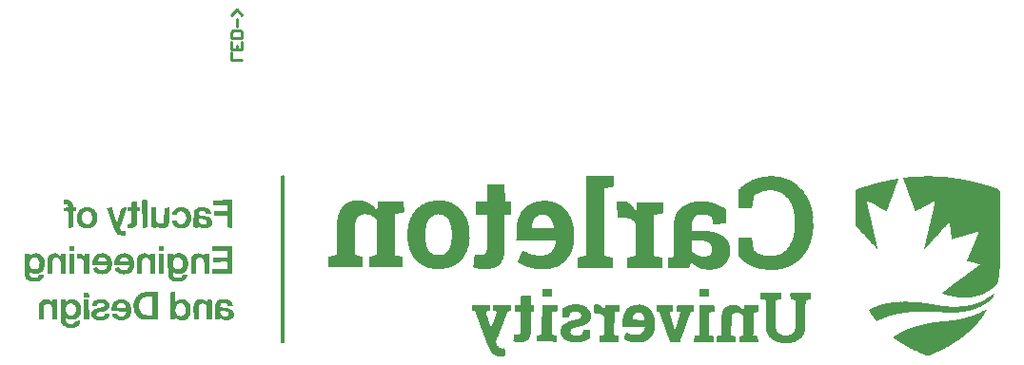
<source format=gbr>
%TF.GenerationSoftware,Altium Limited,Altium Designer,22.9.1 (49)*%
G04 Layer_Color=32896*
%FSLAX45Y45*%
%MOMM*%
%TF.SameCoordinates,682DF52B-C038-4893-B781-CD12F227844D*%
%TF.FilePolarity,Positive*%
%TF.FileFunction,Legend,Bot*%
%TF.Part,Single*%
G01*
G75*
%TA.AperFunction,NonConductor*%
%ADD35C,0.25400*%
G36*
X1428652Y7593119D02*
X1430025Y7589916D01*
X1429567Y7578476D01*
Y7577561D01*
Y7550105D01*
X1430483Y7543699D01*
X1431855Y7542326D01*
X1451532Y7542783D01*
X1454735Y7542326D01*
X1456108Y7540953D01*
X1457023Y7510752D01*
X1455650Y7509379D01*
X1439177Y7508464D01*
X1432771Y7509379D01*
X1430483Y7507091D01*
X1429567Y7398182D01*
X1428652Y7391776D01*
X1425906Y7385370D01*
X1424991Y7381709D01*
X1423161Y7379878D01*
X1419958Y7374845D01*
X1418127Y7373929D01*
X1416297Y7372099D01*
X1402569Y7364777D01*
X1391587Y7362947D01*
X1388841Y7362032D01*
X1372368Y7361117D01*
X1360012Y7362489D01*
X1353148Y7362032D01*
X1351776Y7363405D01*
X1350860Y7392691D01*
X1352691Y7397267D01*
X1374656Y7398182D01*
X1379689Y7399555D01*
X1381977Y7401843D01*
X1382892Y7403673D01*
X1384723Y7405504D01*
X1385638Y7507091D01*
X1382892Y7508921D01*
X1353148Y7508464D01*
X1351776Y7509836D01*
X1350860Y7538207D01*
X1351776Y7541868D01*
X1353606Y7542783D01*
X1383350Y7542326D01*
X1384723Y7543699D01*
X1385638Y7591289D01*
X1389299Y7594034D01*
X1422703Y7593577D01*
X1425449Y7594492D01*
X1428652Y7593119D01*
D02*
G37*
G36*
X4702771Y7750076D02*
X4704143Y7748703D01*
X4705059Y7600441D01*
X4704143Y7597695D01*
X4705059Y7594950D01*
X4706431Y7593577D01*
X4757682Y7592662D01*
X4759055Y7591289D01*
X4759970Y7515327D01*
X4759055Y7484211D01*
X4757682Y7480092D01*
X4732972Y7479177D01*
X4730227Y7480092D01*
X4706431Y7481008D01*
X4704143Y7478720D01*
X4703228Y7227956D01*
X4702313Y7144673D01*
X4701398Y7141927D01*
X4700025Y7133233D01*
X4698652Y7127284D01*
X4697279Y7114929D01*
X4695449Y7110353D01*
X4693161Y7099828D01*
X4690873Y7094794D01*
X4689500Y7088846D01*
X4687212Y7083812D01*
X4684924Y7077863D01*
X4675315Y7060017D01*
X4671654Y7054526D01*
X4667535Y7049492D01*
X4666620Y7047662D01*
X4665247Y7047204D01*
X4662959Y7043086D01*
X4656096Y7036222D01*
X4654265Y7035306D01*
X4650604Y7031646D01*
X4648774Y7030730D01*
X4647401Y7029358D01*
X4642368Y7025239D01*
X4635961Y7020663D01*
X4627724Y7016087D01*
X4623148Y7013342D01*
X4618572Y7011511D01*
X4613996Y7008766D01*
X4607590Y7006935D01*
X4606217Y7005563D01*
X4600268Y7004190D01*
X4595235Y7002817D01*
X4590659Y7000987D01*
X4586083Y7000071D01*
X4577389Y6998698D01*
X4573728Y6997783D01*
X4570982Y6996868D01*
X4551763Y6995953D01*
X4549017Y6995038D01*
X4491360Y6995953D01*
X4488614Y6996868D01*
X4481293Y6997783D01*
X4478547Y6998698D01*
X4470310Y6999614D01*
X4463904Y7000529D01*
X4460243Y7001444D01*
X4456125Y7002817D01*
X4446058Y7004647D01*
X4441482Y7005563D01*
X4436906Y7007393D01*
X4426381Y7009681D01*
X4424093Y7011969D01*
X4423178Y7013799D01*
X4424550Y7026155D01*
X4425466Y7033476D01*
X4426381Y7044458D01*
X4427754Y7057729D01*
X4429127Y7061847D01*
X4430957Y7080151D01*
X4431872Y7088388D01*
X4432787Y7095709D01*
X4433703Y7099370D01*
X4435075Y7117217D01*
X4435991Y7123623D01*
X4437363Y7124996D01*
X4442854Y7125911D01*
X4447431Y7124080D01*
X4465735Y7122250D01*
X4472141Y7121335D01*
X4474886Y7120420D01*
X4500970Y7120877D01*
X4504630Y7121793D01*
X4511494Y7123165D01*
X4519731Y7126826D01*
X4525222Y7130487D01*
X4527053Y7131402D01*
X4528883Y7133233D01*
X4533001Y7138266D01*
X4536662Y7144673D01*
X4538035Y7146045D01*
X4540323Y7151994D01*
X4541238Y7155655D01*
X4543526Y7163434D01*
X4544442Y7172586D01*
X4545357Y7354710D01*
X4544899Y7386285D01*
Y7387200D01*
X4545357Y7473686D01*
X4544899Y7478720D01*
X4543526Y7480092D01*
X4445600Y7481008D01*
X4443312Y7483296D01*
X4442397Y7588543D01*
X4443312Y7592204D01*
X4446973Y7593119D01*
X4540781Y7592662D01*
X4544442Y7593577D01*
X4545357Y7595407D01*
X4544899Y7729484D01*
X4545814Y7732229D01*
X4546730Y7749618D01*
X4548560Y7750533D01*
X4702771Y7750076D01*
D02*
G37*
G36*
X2015294Y7546444D02*
X2023988Y7545071D01*
X2026734Y7545987D01*
X2029022Y7545529D01*
X2041377Y7544156D01*
X2047783Y7541411D01*
X2053274Y7540495D01*
X2057850Y7538665D01*
X2059681Y7536835D01*
X2063342Y7535919D01*
X2069748Y7531343D01*
X2071578Y7530428D01*
X2075239Y7526768D01*
X2079358Y7521734D01*
X2080273Y7519903D01*
X2083933Y7516243D01*
X2084849Y7512582D01*
X2088509Y7506175D01*
X2089425Y7498854D01*
X2091255Y7494278D01*
X2092170Y7486041D01*
X2090797Y7484668D01*
X2053274Y7483753D01*
X2049614Y7484668D01*
X2046868Y7490160D01*
X2045495Y7496108D01*
X2043665Y7500684D01*
X2041834Y7502515D01*
X2040919Y7504345D01*
X2034513Y7508921D01*
X2029479Y7510294D01*
X2024903Y7512124D01*
X2003854Y7513040D01*
X1998820Y7511667D01*
X1992871Y7510294D01*
X1988295Y7508464D01*
X1987838Y7507091D01*
X1985092Y7505260D01*
X1982347Y7500684D01*
X1980516Y7498854D01*
X1979601Y7487871D01*
X1982347Y7481465D01*
X1986465Y7477347D01*
X1988295Y7476432D01*
X1989668Y7475059D01*
X1995617Y7473686D01*
X2000193Y7471856D01*
X2010260Y7470940D01*
X2016667Y7470025D01*
X2034055Y7469110D01*
X2040462Y7468195D01*
X2045495Y7466822D01*
X2054189Y7465449D01*
X2057850Y7464534D01*
X2062426Y7462704D01*
X2064257Y7461788D01*
X2070663Y7459958D01*
X2072493Y7458128D01*
X2074324Y7457212D01*
X2077985Y7456297D01*
X2080730Y7453552D01*
X2082561Y7452636D01*
X2089425Y7445773D01*
X2090340Y7443942D01*
X2091713Y7443484D01*
X2094001Y7437536D01*
X2096746Y7434790D01*
X2098577Y7426553D01*
X2099492Y7423808D01*
X2099034Y7400470D01*
X2097661Y7393606D01*
X2095831Y7389030D01*
X2093085Y7384454D01*
X2092170Y7382624D01*
X2089425Y7379878D01*
X2088509Y7378048D01*
X2085306Y7374845D01*
X2083476Y7373929D01*
X2080730Y7371184D01*
X2074324Y7367523D01*
X2069748Y7364777D01*
X2066087Y7363862D01*
X2056935Y7360201D01*
X2030394Y7359286D01*
X2018497Y7360201D01*
X2012090Y7361117D01*
X2005684Y7363862D01*
X2002023Y7364777D01*
X1999278Y7365693D01*
X1992871Y7369354D01*
X1991041Y7371184D01*
X1986465Y7373929D01*
X1984177Y7377133D01*
X1983262Y7378963D01*
X1981889Y7380336D01*
X1978686Y7379878D01*
X1977770Y7374387D01*
X1975940Y7369811D01*
X1975025Y7366150D01*
X1972737Y7363862D01*
X1932011Y7364320D01*
X1931095Y7369811D01*
X1932926Y7371642D01*
X1933841Y7373472D01*
X1934756Y7376217D01*
X1935672Y7404589D01*
Y7405504D01*
X1936129Y7496566D01*
X1937044Y7502057D01*
X1937960Y7505718D01*
X1939332Y7511667D01*
X1943908Y7521734D01*
X1955348Y7533174D01*
X1963585Y7537750D01*
X1964958Y7539123D01*
X1970907Y7540495D01*
X1975940Y7542783D01*
X1979601Y7543699D01*
X1985092Y7544614D01*
X1996074Y7545529D01*
X2001108Y7545071D01*
X2004769Y7545987D01*
X2007514Y7546902D01*
X2015294Y7546444D01*
D02*
G37*
G36*
X8204316Y7799496D02*
X8204773Y7796293D01*
X8203858Y7792632D01*
X8200197Y7784395D01*
X8199282Y7778904D01*
X8196079Y7772955D01*
X8194706Y7767007D01*
X8191045Y7758770D01*
X8190130Y7755109D01*
X8185554Y7743212D01*
X8182808Y7736805D01*
X8181893Y7733144D01*
X8180063Y7726738D01*
X8178232Y7724908D01*
X8177317Y7719416D01*
X8175487Y7714841D01*
X8173656Y7713010D01*
X8172741Y7707519D01*
X8169080Y7699282D01*
X8167250Y7691960D01*
X8165877Y7690588D01*
X8164504Y7685554D01*
X8163589Y7681893D01*
X8161301Y7677775D01*
X8159929Y7672741D01*
X8156268Y7664505D01*
X8155352Y7660844D01*
X8153980Y7656725D01*
X8152149Y7652150D01*
X8150776Y7647116D01*
X8148946Y7642540D01*
X8147573Y7641167D01*
X8146200Y7635218D01*
X8142540Y7626981D01*
X8140709Y7619660D01*
X8139337Y7618287D01*
X8137964Y7613254D01*
X8137048Y7609593D01*
X8134760Y7605475D01*
X8133388Y7600441D01*
X8129727Y7592204D01*
X8128812Y7588543D01*
X8126066Y7582137D01*
X8125151Y7578476D01*
X8122863Y7572527D01*
X8119660Y7563833D01*
X8116914Y7557427D01*
X8115084Y7550105D01*
X8112338Y7545529D01*
X8110508Y7538207D01*
X8108220Y7533174D01*
X8106847Y7528140D01*
X8103186Y7519903D01*
X8101356Y7513497D01*
X8098153Y7513040D01*
X8086255Y7518531D01*
X8080764Y7522191D01*
X8077103Y7523107D01*
X8071612Y7526768D01*
X8067951Y7527683D01*
X8065206Y7530428D01*
X8062460Y7531343D01*
X8056511Y7534547D01*
X8050562Y7536835D01*
X8048274Y7539123D01*
X8042326Y7541411D01*
X8040495Y7543241D01*
X8038665Y7544156D01*
X8034089Y7545987D01*
X8025852Y7550562D01*
X8021276Y7553308D01*
X8016700Y7555139D01*
X8010294Y7558799D01*
X7958127Y7586255D01*
X7948975Y7591747D01*
X7947145Y7592662D01*
X7942569Y7594492D01*
X7934332Y7599068D01*
X7929756Y7601814D01*
X7927011Y7602729D01*
X7925638Y7602271D01*
X7924723Y7599526D01*
X7926096Y7595407D01*
X7927468Y7584882D01*
X7929299Y7580306D01*
X7931129Y7572070D01*
X7932044Y7565663D01*
X7932959Y7562002D01*
X7934790Y7557427D01*
X7935705Y7551935D01*
X7936620Y7545529D01*
X7938908Y7539580D01*
X7940281Y7530886D01*
X7942111Y7523564D01*
X7943484Y7518531D01*
X7944857Y7509836D01*
X7947145Y7502057D01*
X7948518Y7497024D01*
X7949433Y7490617D01*
X7951263Y7484211D01*
X7952636Y7479177D01*
X7954467Y7467280D01*
X7956297Y7462704D01*
X7957670Y7454924D01*
X7958585Y7451264D01*
X7959958Y7446230D01*
X7960873Y7442569D01*
X7963161Y7429299D01*
X7965449Y7423350D01*
X7967279Y7412368D01*
X7969110Y7405046D01*
X7970483Y7400013D01*
X7971398Y7396352D01*
X7972313Y7389945D01*
X7974143Y7385370D01*
X7975974Y7373472D01*
X7978719Y7367066D01*
X7979635Y7357913D01*
X7981465Y7350592D01*
X7983295Y7346016D01*
X7984211Y7338694D01*
X7985126Y7335034D01*
X7987414Y7327254D01*
X7989244Y7316272D01*
X7990159Y7311696D01*
X7991990Y7307120D01*
X7993362Y7298426D01*
X7996566Y7287901D01*
X7997481Y7280579D01*
X7998854Y7274631D01*
X8000684Y7270055D01*
X8001599Y7261818D01*
X8004345Y7252666D01*
X8005260Y7249920D01*
X8006175Y7242599D01*
X8007548Y7237565D01*
X8008463Y7233904D01*
X8009836Y7228871D01*
X8010751Y7225210D01*
X8011666Y7218803D01*
X8013039Y7214685D01*
X8014412Y7208736D01*
X8015327Y7202330D01*
X8017158Y7195924D01*
X8018531Y7190890D01*
X8019446Y7185399D01*
X8020818Y7178535D01*
X8022649Y7173959D01*
X8021276Y7172586D01*
X8019446Y7174416D01*
X8016243Y7176704D01*
X8013955Y7179908D01*
X8012124Y7180823D01*
X8011666Y7182196D01*
X8009378Y7184484D01*
X8007548Y7185399D01*
X8006175Y7187687D01*
X8005260Y7189517D01*
X8003887Y7189975D01*
X8003430Y7191348D01*
X8001142Y7193636D01*
X7999311Y7194551D01*
X7998854Y7195924D01*
X7996566Y7198212D01*
X7994735Y7199127D01*
X7991990Y7203703D01*
X7991532Y7204160D01*
X7980550Y7215143D01*
X7979635Y7216973D01*
X7971398Y7225210D01*
X7970483Y7227040D01*
X7969110Y7227498D01*
X7961788Y7236650D01*
X7959958Y7237565D01*
X7958585Y7238938D01*
X7957670Y7240768D01*
X7956297Y7241226D01*
X7952636Y7245802D01*
X7950806Y7246717D01*
X7950348Y7248090D01*
X7941196Y7257242D01*
X7940281Y7259072D01*
X7938451Y7259988D01*
X7935705Y7264563D01*
X7923808Y7276461D01*
X7922892Y7278291D01*
X7910080Y7291104D01*
X7909164Y7292935D01*
X7897267Y7304832D01*
X7896352Y7306663D01*
X7883539Y7319475D01*
X7882624Y7321306D01*
X7878963Y7324966D01*
X7878048Y7326797D01*
X7867065Y7337779D01*
X7866150Y7339610D01*
X7853337Y7352422D01*
X7852422Y7354253D01*
X7839609Y7367066D01*
X7838694Y7368896D01*
X7829085Y7378505D01*
X7824966Y7383539D01*
X7824051Y7586713D01*
X7823136Y7590374D01*
X7822221Y7593119D01*
X7822678Y7684181D01*
X7824509Y7691503D01*
X7826797Y7697452D01*
X7832745Y7703400D01*
X7834576Y7704316D01*
X7836406Y7706146D01*
X7840982Y7707976D01*
X7845558Y7710722D01*
X7851049Y7711637D01*
X7859286Y7715298D01*
X7864777Y7716213D01*
X7873014Y7719874D01*
X7878505Y7720789D01*
X7883539Y7723077D01*
X7893149Y7725365D01*
X7898182Y7727653D01*
X7903216Y7729026D01*
X7906876Y7729941D01*
X7911910Y7732229D01*
X7918774Y7733602D01*
X7925180Y7736347D01*
X7932502Y7738178D01*
X7944399Y7741839D01*
X7948060Y7742754D01*
X7953094Y7744127D01*
X7957670Y7745957D01*
X7965449Y7747330D01*
X7971856Y7750076D01*
X7977347Y7750991D01*
X7987871Y7754194D01*
X7993820Y7755567D01*
X7997481Y7756482D01*
X8005260Y7758770D01*
X8011209Y7760143D01*
X8021734Y7763346D01*
X8029513Y7764719D01*
X8040038Y7767922D01*
X8048732Y7769295D01*
X8054681Y7771583D01*
X8065663Y7773413D01*
X8071612Y7774786D01*
X8076188Y7776616D01*
X8083509Y7777532D01*
X8087170Y7778447D01*
X8092204Y7779820D01*
X8095865Y7780735D01*
X8103644Y7782107D01*
X8110050Y7783023D01*
X8114626Y7784853D01*
X8118287Y7785768D01*
X8131100Y7787599D01*
X8136133Y7788971D01*
X8139794Y7789887D01*
X8151234Y7791259D01*
X8154895Y7792175D01*
X8159929Y7793548D01*
X8164504Y7794463D01*
X8172741Y7795378D01*
X8182351Y7796751D01*
X8186927Y7798581D01*
X8197909Y7799496D01*
X8200655Y7800411D01*
X8204316Y7799496D01*
D02*
G37*
G36*
X820504Y7610050D02*
X824164Y7609135D01*
X830571Y7607305D01*
X844299Y7600898D01*
X846129Y7598153D01*
X847959Y7597238D01*
X849332Y7595865D01*
X850247Y7594034D01*
X853908Y7590374D01*
X854824Y7587628D01*
X858027Y7583510D01*
X859399Y7577561D01*
X862145Y7571155D01*
X863060Y7547359D01*
X863975Y7543699D01*
X865348Y7542326D01*
X885025Y7542783D01*
X888228Y7542326D01*
X889601Y7540953D01*
X890516Y7513497D01*
X889143Y7509379D01*
X870840Y7508464D01*
X868094Y7509379D01*
X864433Y7508464D01*
X863518Y7506633D01*
X862603Y7364777D01*
X821419Y7363862D01*
X820046Y7365235D01*
X819131Y7507091D01*
X816385Y7508921D01*
X787556Y7508464D01*
X783896Y7509379D01*
X782523Y7510752D01*
X781608Y7536377D01*
X782523Y7540038D01*
X783896Y7541411D01*
X816843Y7542326D01*
X818216Y7543699D01*
X819131Y7556511D01*
X818216Y7560172D01*
X814097Y7569782D01*
X812267Y7570697D01*
X806776Y7574358D01*
X786641Y7575273D01*
X784811D01*
X781150Y7576188D01*
X780692Y7608678D01*
X782065Y7610050D01*
X808606Y7610965D01*
X820504Y7610050D01*
D02*
G37*
G36*
X1340793Y7541868D02*
X1341709Y7536377D01*
X1338963Y7531801D01*
X1338048Y7528140D01*
X1336217Y7521734D01*
X1334844Y7520361D01*
X1332099Y7510294D01*
X1331641Y7509836D01*
Y7508921D01*
X1329811Y7507091D01*
X1328896Y7501599D01*
X1324320Y7489702D01*
X1323405Y7486041D01*
X1321116Y7481008D01*
X1319744Y7475974D01*
X1316998Y7469567D01*
X1316083Y7466822D01*
X1315168Y7463161D01*
X1311965Y7455382D01*
X1310592Y7449433D01*
X1308304Y7445315D01*
X1306931Y7440281D01*
X1306016Y7436620D01*
X1303728Y7432502D01*
X1302355Y7426553D01*
X1297779Y7414656D01*
X1296864Y7410995D01*
X1294118Y7404589D01*
X1293203Y7400928D01*
X1291373Y7396352D01*
X1290000Y7393149D01*
X1288627Y7387200D01*
X1286339Y7381251D01*
X1284966Y7375302D01*
X1284051Y7372557D01*
X1283136Y7354253D01*
X1284966Y7347846D01*
X1285881Y7344185D01*
X1288627Y7341440D01*
X1289542Y7339610D01*
X1293661Y7336406D01*
X1298236Y7333661D01*
X1300982Y7332746D01*
X1326608Y7331830D01*
X1327980Y7330458D01*
X1328896Y7297510D01*
X1327523Y7296138D01*
X1295491Y7295222D01*
X1289085Y7296138D01*
X1285424Y7297053D01*
X1282678Y7297968D01*
X1275357Y7298883D01*
X1263459Y7304375D01*
X1257053Y7308035D01*
X1251104Y7313984D01*
X1250189Y7315814D01*
X1248358Y7317645D01*
X1243782Y7324051D01*
X1240121Y7330458D01*
X1237376Y7333203D01*
X1236461Y7338694D01*
X1232800Y7344185D01*
X1231885Y7349677D01*
X1229139Y7354253D01*
X1227309Y7362489D01*
X1224563Y7367066D01*
X1223648Y7370726D01*
X1221817Y7377133D01*
X1219072Y7383539D01*
X1218157Y7387200D01*
X1214496Y7396352D01*
X1213581Y7400013D01*
X1210835Y7406419D01*
X1209005Y7413741D01*
X1207174Y7415571D01*
X1206259Y7420147D01*
X1204429Y7426553D01*
X1202598Y7428384D01*
X1201683Y7432045D01*
X1199853Y7438451D01*
X1197107Y7444857D01*
X1196192Y7448518D01*
X1192531Y7457670D01*
X1191616Y7461331D01*
X1188870Y7467737D01*
X1187040Y7475059D01*
X1185210Y7476889D01*
X1184295Y7481465D01*
X1183379Y7485126D01*
X1179718Y7493363D01*
X1178803Y7497024D01*
X1177430Y7501142D01*
X1175142Y7507091D01*
X1174227Y7510752D01*
X1171939Y7515785D01*
X1170567Y7520819D01*
X1166906Y7529055D01*
X1165991Y7532716D01*
X1164160Y7537292D01*
X1164618Y7541411D01*
X1203056Y7542326D01*
X1205801Y7543241D01*
X1208547Y7542326D01*
X1213581Y7532716D01*
X1214496Y7526310D01*
X1218157Y7518073D01*
X1219072Y7512582D01*
X1222733Y7504345D01*
X1223648Y7498854D01*
X1224563Y7495193D01*
X1226851Y7490160D01*
X1228224Y7483296D01*
X1230512Y7477347D01*
X1232800Y7467737D01*
X1235545Y7461331D01*
X1236461Y7455840D01*
X1237376Y7452179D01*
X1239664Y7447145D01*
X1241037Y7440281D01*
X1242410Y7435248D01*
X1244240Y7430672D01*
X1246528Y7420147D01*
X1248358Y7415571D01*
X1249274Y7410080D01*
X1250646Y7405046D01*
X1252477Y7404131D01*
X1253849Y7405504D01*
X1255680Y7412825D01*
X1258425Y7421977D01*
X1259341Y7428384D01*
X1261629Y7433417D01*
X1263002Y7441196D01*
X1264374Y7446230D01*
X1266205Y7450806D01*
X1267577Y7457670D01*
X1269408Y7462246D01*
X1270781Y7465449D01*
X1272611Y7474601D01*
X1275357Y7481923D01*
X1276729Y7487871D01*
X1278102Y7491990D01*
X1280390Y7497939D01*
X1281305Y7501599D01*
X1284051Y7508006D01*
X1284966Y7513497D01*
X1287254Y7518531D01*
X1289542Y7528140D01*
X1291373Y7532716D01*
X1294118Y7540038D01*
X1295491Y7541411D01*
X1334844Y7542326D01*
X1337590Y7543241D01*
X1340793Y7541868D01*
D02*
G37*
G36*
X6480084Y7597238D02*
X6504794Y7595407D01*
X6508913Y7594034D01*
X6518064Y7593119D01*
X6525386Y7592204D01*
X6536368Y7589459D01*
X6545063Y7588086D01*
X6551469Y7585340D01*
X6556960Y7584425D01*
X6560621Y7583510D01*
X6564739Y7582137D01*
X6570688Y7579849D01*
X6574349Y7578934D01*
X6578467Y7577561D01*
X6584416Y7575273D01*
X6592653Y7571612D01*
X6596314Y7570697D01*
X6604551Y7567036D01*
X6624685Y7557884D01*
X6629261Y7556054D01*
X6633837Y7553308D01*
X6639786Y7550105D01*
X6645734Y7547817D01*
X6647565Y7545987D01*
X6652141Y7544156D01*
X6654429Y7541868D01*
X6660378Y7539580D01*
X6663123Y7536835D01*
X6664954Y7535919D01*
X6669530Y7533174D01*
X6674563Y7529971D01*
X6675478Y7526310D01*
X6676394Y7523564D01*
X6677309Y7402758D01*
X6675936Y7398640D01*
X6564282Y7397725D01*
X6561536Y7396809D01*
X6557876Y7397725D01*
X6556960Y7399555D01*
X6555588Y7406419D01*
X6554672Y7409165D01*
X6553300Y7416944D01*
X6552384Y7422435D01*
X6551469Y7431587D01*
X6549639Y7440739D01*
X6548724Y7444400D01*
X6547351Y7455840D01*
X6546435Y7459500D01*
X6540487Y7463619D01*
X6528589Y7470025D01*
X6524929Y7470940D01*
X6518522Y7473686D01*
X6511201Y7475516D01*
X6506625Y7477347D01*
X6503879Y7478262D01*
X6490151Y7479177D01*
X6487405Y7480092D01*
X6479169Y7481008D01*
X6470017Y7481923D01*
X6467271Y7482838D01*
X6461322Y7482380D01*
X6452628Y7481008D01*
X6437069Y7479177D01*
X6430663Y7478262D01*
X6425630Y7476889D01*
X6419681Y7474601D01*
X6405953Y7468195D01*
X6401377Y7465449D01*
X6399547Y7463619D01*
X6394513Y7460416D01*
X6393598Y7458585D01*
X6390852Y7456755D01*
X6389937Y7454924D01*
X6387191Y7452179D01*
X6384446Y7447603D01*
X6382615Y7445773D01*
X6378954Y7439366D01*
X6377582Y7437993D01*
X6376209Y7432960D01*
X6373006Y7427011D01*
X6371633Y7418317D01*
X6370718Y7415571D01*
X6369803Y7408249D01*
X6368887Y7404589D01*
X6367972Y7401843D01*
X6368430Y7346473D01*
X6367972Y7342355D01*
X6369345Y7338237D01*
X6448967Y7337322D01*
X6454001Y7335949D01*
X6481914Y7336406D01*
X6484660Y7335491D01*
X6498388Y7334576D01*
X6502048Y7333661D01*
X6519437Y7332746D01*
X6523098Y7331830D01*
X6525844Y7330915D01*
X6537741Y7330000D01*
X6541402Y7329085D01*
X6547808Y7328169D01*
X6552842Y7326797D01*
X6566112Y7324509D01*
X6571146Y7322221D01*
X6581671Y7319933D01*
X6588077Y7317187D01*
X6596314Y7315357D01*
X6598144Y7313526D01*
X6601805Y7312611D01*
X6610042Y7308951D01*
X6617363Y7306205D01*
X6619194Y7304375D01*
X6621024Y7303459D01*
X6632922Y7297968D01*
X6634752Y7296138D01*
X6641158Y7292477D01*
X6645734Y7289731D01*
X6648480Y7286986D01*
X6650311Y7286071D01*
X6651683Y7284698D01*
X6656717Y7280579D01*
X6658547Y7279664D01*
X6671360Y7266851D01*
X6675478Y7261818D01*
X6676394Y7259988D01*
X6677766Y7259530D01*
X6680054Y7255411D01*
X6681885Y7253581D01*
X6684630Y7249005D01*
X6687376Y7246260D01*
X6688291Y7242599D01*
X6690121Y7240768D01*
X6692867Y7236192D01*
X6693782Y7232531D01*
X6695613Y7230701D01*
X6697443Y7226125D01*
X6700646Y7218346D01*
X6702019Y7212397D01*
X6705222Y7201872D01*
X6706137Y7193636D01*
X6707053Y7186314D01*
X6708425Y7179450D01*
X6707510Y7176704D01*
X6707968Y7174416D01*
X6709341Y7169383D01*
X6707968Y7142384D01*
X6706595Y7136436D01*
X6704765Y7118132D01*
X6702934Y7113556D01*
X6701104Y7105319D01*
X6700189Y7101658D01*
X6697443Y7095252D01*
X6695613Y7088846D01*
X6693782Y7087015D01*
X6692867Y7081524D01*
X6689206Y7076033D01*
X6687376Y7071457D01*
X6685546Y7069626D01*
X6681885Y7063220D01*
X6679139Y7058644D01*
X6676394Y7055899D01*
X6675478Y7054068D01*
X6671817Y7050407D01*
X6670902Y7048577D01*
X6667242Y7044916D01*
X6666327Y7043086D01*
X6659462Y7036222D01*
X6657632Y7035306D01*
X6653056Y7030730D01*
X6651226Y7029815D01*
X6648480Y7027070D01*
X6646650Y7026155D01*
X6644819Y7024324D01*
X6640243Y7021579D01*
X6638413Y7019748D01*
X6636583Y7018833D01*
X6631091Y7015172D01*
X6613703Y7006020D01*
X6609126Y7004190D01*
X6602720Y7001444D01*
X6599975Y7000529D01*
X6594941Y6999156D01*
X6591280Y6998241D01*
X6586704Y6996411D01*
X6578925Y6995038D01*
X6575264Y6994123D01*
X6570231Y6992750D01*
X6566570Y6991835D01*
X6548724Y6990462D01*
X6545978Y6989547D01*
X6502964Y6988631D01*
X6500218Y6989547D01*
X6482829Y6991377D01*
X6476423Y6992292D01*
X6471389Y6993665D01*
X6461780Y6995953D01*
X6449882Y6999614D01*
X6446222Y7000529D01*
X6442103Y7002817D01*
X6437069Y7004190D01*
X6432494Y7006020D01*
X6430663Y7007851D01*
X6427002Y7008766D01*
X6421511Y7012426D01*
X6417850Y7013342D01*
X6416020Y7015172D01*
X6408241Y7019291D01*
X6396801Y7027070D01*
X6394970Y7027985D01*
X6394513Y7029358D01*
X6391310Y7030730D01*
X6387649Y7034391D01*
X6385819Y7035306D01*
X6382158Y7038967D01*
X6380327Y7039883D01*
X6379870Y7041255D01*
X6376666Y7043543D01*
X6374836Y7044458D01*
X6365227Y7054068D01*
X6364311Y7055899D01*
X6362023Y7058186D01*
X6359278Y7057271D01*
X6357905Y7049492D01*
X6356990Y7045831D01*
X6355159Y7041255D01*
X6354244Y7035764D01*
X6351499Y7029358D01*
X6349668Y7022036D01*
X6345092Y7010139D01*
X6343262Y7005563D01*
X6342346Y7003732D01*
X6340059Y7001444D01*
X6312603Y7000529D01*
X6162510D01*
X6158392Y7001902D01*
X6157477Y7095252D01*
X6158850Y7096625D01*
X6176238Y7099370D01*
X6178984Y7100286D01*
X6189966Y7101201D01*
X6199118Y7102116D01*
X6202779Y7103031D01*
X6204609Y7104862D01*
X6206897Y7110810D01*
X6207813Y7113556D01*
X6206897Y7115386D01*
X6207355Y7123165D01*
X6208270Y7127741D01*
X6209185Y7396809D01*
X6210101Y7418774D01*
X6211016Y7427926D01*
X6211931Y7431587D01*
X6214676Y7448061D01*
X6215592Y7451721D01*
X6217880Y7457670D01*
X6218795Y7461331D01*
X6221541Y7467737D01*
X6222456Y7474144D01*
X6226117Y7479635D01*
X6227032Y7484211D01*
X6230692Y7489702D01*
X6231608Y7493363D01*
X6233438Y7495193D01*
X6240760Y7508006D01*
X6243505Y7510752D01*
X6244421Y7512582D01*
X6248081Y7516243D01*
X6248996Y7518073D01*
X6251742Y7520819D01*
X6252657Y7522649D01*
X6266385Y7536377D01*
X6271419Y7540495D01*
X6273249Y7541411D01*
X6275995Y7544156D01*
X6277825Y7545071D01*
X6280571Y7547817D01*
X6282401Y7548732D01*
X6284232Y7550562D01*
X6290638Y7554223D01*
X6293383Y7556969D01*
X6295214Y7557884D01*
X6300705Y7561545D01*
X6302536Y7562460D01*
X6307112Y7565206D01*
X6308942Y7566121D01*
X6313518Y7567951D01*
X6315348Y7568866D01*
X6316721Y7570239D01*
X6321755Y7571612D01*
X6324500Y7574358D01*
X6328161Y7575273D01*
X6334567Y7578018D01*
X6339143Y7579849D01*
X6344177Y7581222D01*
X6352871Y7584425D01*
X6363396Y7587628D01*
X6371175Y7589001D01*
X6374836Y7589916D01*
X6384903Y7592662D01*
X6397258Y7594034D01*
X6401834Y7594950D01*
X6411444Y7596322D01*
X6423341Y7597238D01*
X6446222Y7598153D01*
X6480084Y7597238D01*
D02*
G37*
G36*
X1829051Y7545987D02*
X1834542Y7545071D01*
X1837288Y7545987D01*
X1840491Y7545529D01*
X1849185Y7544156D01*
X1866574Y7538665D01*
X1868404Y7536835D01*
X1872065Y7535919D01*
X1873896Y7534089D01*
X1880302Y7530428D01*
X1883048Y7527683D01*
X1884878Y7526768D01*
X1886251Y7525395D01*
X1887166Y7523564D01*
X1888539Y7523107D01*
X1889912Y7521734D01*
X1890827Y7519903D01*
X1894488Y7516243D01*
X1895403Y7514412D01*
X1899064Y7510752D01*
X1899979Y7507091D01*
X1901809Y7505260D01*
X1904555Y7500684D01*
X1907300Y7494278D01*
X1908216Y7491532D01*
X1910046Y7485126D01*
X1912334Y7477347D01*
X1913707Y7455840D01*
X1912791Y7430214D01*
X1910503Y7422435D01*
X1909131Y7417401D01*
X1907300Y7410995D01*
X1905928Y7409622D01*
X1904555Y7404589D01*
X1900894Y7399097D01*
X1899979Y7396352D01*
X1898148Y7394521D01*
X1895403Y7389945D01*
X1885336Y7379878D01*
X1873896Y7371184D01*
X1861998Y7364777D01*
X1854677Y7362947D01*
X1850100Y7361117D01*
X1847355Y7360201D01*
X1821729Y7359286D01*
X1807086Y7360201D01*
X1800680Y7361117D01*
X1795646Y7363405D01*
X1789697Y7364777D01*
X1785121Y7366608D01*
X1776885Y7371184D01*
X1772309Y7373929D01*
X1769563Y7376675D01*
X1767733Y7377590D01*
X1759038Y7386285D01*
X1754462Y7392691D01*
X1753547Y7394521D01*
X1751717Y7396352D01*
X1750802Y7398182D01*
X1748971Y7402758D01*
X1747141Y7404589D01*
X1746226Y7408249D01*
X1744853Y7413283D01*
X1743022Y7417859D01*
X1741650Y7428384D01*
X1743022Y7429757D01*
X1784206Y7430672D01*
X1785579Y7429299D01*
X1787867Y7422435D01*
X1791070Y7413741D01*
X1793816Y7410995D01*
X1794731Y7409165D01*
X1797019Y7406876D01*
X1801595Y7404131D01*
X1805256Y7400470D01*
X1808917Y7399555D01*
X1815323Y7396809D01*
X1830881Y7395894D01*
X1835915Y7397267D01*
X1841864Y7399555D01*
X1845525Y7400470D01*
X1848270Y7403216D01*
X1850100Y7404131D01*
X1856049Y7410080D01*
X1856965Y7411910D01*
X1858795Y7413741D01*
X1859710Y7415571D01*
X1863828Y7422435D01*
X1865201Y7428384D01*
X1866116Y7432045D01*
X1867947Y7438451D01*
X1868862Y7441196D01*
X1868404Y7463619D01*
X1867489Y7467280D01*
X1866574Y7471856D01*
X1864286Y7482380D01*
X1861541Y7486956D01*
X1860625Y7489702D01*
X1857880Y7492448D01*
X1856965Y7494278D01*
X1851016Y7500227D01*
X1849185Y7501142D01*
X1846440Y7503887D01*
X1844609Y7504803D01*
X1838661Y7507091D01*
X1833627Y7508464D01*
X1830881Y7509379D01*
X1816238Y7508464D01*
X1811662Y7506633D01*
X1803425Y7502972D01*
X1798850Y7500227D01*
X1794731Y7495193D01*
X1793816Y7493363D01*
X1791528Y7491075D01*
X1789240Y7485126D01*
X1786494Y7478720D01*
X1785121Y7477347D01*
X1744853Y7476432D01*
X1743938D01*
X1743480Y7476889D01*
X1742565Y7483296D01*
X1744853Y7491075D01*
X1747141Y7500684D01*
X1748971Y7502515D01*
X1749887Y7504345D01*
X1751717Y7508921D01*
X1755377Y7515327D01*
X1759038Y7518988D01*
X1759954Y7520819D01*
X1762699Y7523564D01*
X1767733Y7527683D01*
X1774139Y7532258D01*
X1775970Y7533174D01*
X1777800Y7535004D01*
X1782376Y7536835D01*
X1783749Y7538207D01*
X1795189Y7542326D01*
X1799765Y7544156D01*
X1817153Y7545071D01*
X1819899Y7545987D01*
X1826305Y7546902D01*
X1829051Y7545987D01*
D02*
G37*
G36*
X2280701Y7608678D02*
X2281616Y7366150D01*
X2279328Y7363862D01*
X2234941Y7364320D01*
X2234026Y7464077D01*
X2232653Y7468195D01*
X2120999Y7469110D01*
X2119626Y7470483D01*
X2118711Y7508006D01*
X2120084Y7509379D01*
X2231738Y7510294D01*
X2233111Y7511667D01*
X2234026Y7564748D01*
X2232653Y7566121D01*
X2210688Y7567036D01*
X2114592D01*
X2110932Y7566121D01*
X2107271Y7567036D01*
X2105898Y7569324D01*
X2106356Y7572527D01*
X2107271Y7609135D01*
X2276582Y7610050D01*
X2280701Y7608678D01*
D02*
G37*
G36*
X1522002D02*
X1522917Y7366150D01*
X1521545Y7364777D01*
X1480361Y7363862D01*
X1478988Y7365235D01*
X1478073Y7605017D01*
X1479446Y7609135D01*
X1483107Y7610050D01*
X1520629D01*
X1522002Y7608678D01*
D02*
G37*
G36*
X1562729Y7542326D02*
X1597048Y7542783D01*
X1600252Y7542326D01*
X1602082Y7537750D01*
X1601624Y7522649D01*
Y7521734D01*
Y7434790D01*
X1602540Y7431129D01*
X1604370Y7426553D01*
X1606200Y7418317D01*
X1608031Y7416486D01*
X1610776Y7411910D01*
X1613064Y7409622D01*
X1614895Y7408707D01*
X1618556Y7405046D01*
X1620386Y7404131D01*
X1625877Y7400470D01*
X1634114Y7398640D01*
X1636860Y7397725D01*
X1648299Y7398182D01*
X1654248Y7399555D01*
X1659282Y7400928D01*
X1664315Y7405046D01*
X1668434Y7410080D01*
X1671180Y7414656D01*
X1672095Y7418317D01*
X1673010Y7421062D01*
X1673925Y7537292D01*
X1675298Y7541411D01*
X1716482Y7542326D01*
X1718770Y7540038D01*
X1718312Y7412368D01*
X1717397Y7407792D01*
X1715109Y7397267D01*
X1709618Y7385370D01*
X1706872Y7380793D01*
X1699093Y7373014D01*
X1692686Y7368438D01*
X1690856Y7367523D01*
X1689483Y7366150D01*
X1683535Y7363862D01*
X1675298Y7360201D01*
X1654248Y7359286D01*
X1639605Y7360201D01*
X1635944Y7361117D01*
X1623132Y7366608D01*
X1616725Y7370269D01*
X1614895Y7372099D01*
X1613064Y7373014D01*
X1607116Y7378963D01*
X1606200Y7380793D01*
X1602997Y7383997D01*
X1601624Y7383539D01*
X1600709Y7366150D01*
X1598421Y7363862D01*
X1558610Y7364320D01*
X1557237Y7367523D01*
X1557695Y7540953D01*
X1560898Y7543241D01*
X1562729Y7542326D01*
D02*
G37*
G36*
X992561Y7545987D02*
X995306Y7545071D01*
X998509Y7545529D01*
X1003543Y7545071D01*
X1012695Y7544156D01*
X1016813Y7542783D01*
X1022762Y7540495D01*
X1029169Y7538665D01*
X1030541Y7537292D01*
X1035575Y7535919D01*
X1036948Y7534547D01*
X1042439Y7530886D01*
X1047472Y7526768D01*
X1048388D01*
X1052964Y7522191D01*
X1054794Y7521276D01*
X1056167Y7518988D01*
X1057082Y7517158D01*
X1059828Y7514412D01*
X1060743Y7512582D01*
X1062573Y7510752D01*
X1066234Y7504345D01*
X1068064Y7502515D01*
X1071725Y7493363D01*
X1073098Y7491990D01*
X1074471Y7485126D01*
X1077216Y7478720D01*
X1078132Y7465907D01*
X1079047Y7459500D01*
X1078132Y7433875D01*
X1077216Y7427469D01*
X1075386Y7422892D01*
X1073556Y7415571D01*
X1069895Y7407334D01*
X1068064Y7402758D01*
X1064404Y7396352D01*
X1062573Y7394521D01*
X1061658Y7392691D01*
X1046557Y7377590D01*
X1044727Y7376675D01*
X1041981Y7373929D01*
X1040151Y7373014D01*
X1034660Y7369354D01*
X1030999Y7368438D01*
X1028253Y7365693D01*
X1020932Y7363862D01*
X1016356Y7362032D01*
X1012695Y7361117D01*
X1009949Y7360201D01*
X987069Y7359286D01*
X966935Y7360201D01*
X963274Y7361117D01*
X958698Y7362947D01*
X954122Y7363862D01*
X945886Y7367523D01*
X944055Y7368438D01*
X939479Y7370269D01*
X933073Y7373929D01*
X930327Y7376675D01*
X928497Y7377590D01*
X917972Y7388115D01*
X915684Y7391318D01*
X909735Y7400013D01*
X906990Y7404589D01*
X904702Y7409622D01*
X902414Y7415571D01*
X901499Y7419232D01*
X899668Y7423808D01*
X898753Y7426553D01*
X897838Y7459500D01*
X898753Y7476889D01*
X901041Y7484668D01*
X902414Y7489702D01*
X905159Y7496108D01*
X906074Y7497939D01*
X908820Y7504345D01*
X912481Y7510752D01*
X916142Y7514412D01*
X917057Y7516243D01*
X919802Y7518988D01*
X920718Y7520819D01*
X922090Y7522191D01*
X923921Y7523107D01*
X926666Y7525852D01*
X928497Y7526768D01*
X931242Y7529513D01*
X933073Y7530428D01*
X939479Y7535004D01*
X944055Y7536835D01*
X945428Y7538207D01*
X951377Y7540495D01*
X955037Y7541411D01*
X961444Y7544156D01*
X977002Y7545071D01*
X983409Y7545987D01*
X986154Y7546902D01*
X992561Y7545987D01*
D02*
G37*
G36*
X1671637Y7195466D02*
X1672552Y7157943D01*
X1672095Y7155655D01*
X1670722Y7154282D01*
X1634114Y7153367D01*
X1629080Y7154740D01*
X1628165Y7167553D01*
Y7168468D01*
Y7191348D01*
X1629080Y7195008D01*
X1633199Y7197297D01*
X1662943Y7196839D01*
X1667061Y7197297D01*
X1671637Y7195466D01*
D02*
G37*
G36*
X875873Y7195924D02*
X876788Y7175789D01*
Y7174874D01*
Y7155655D01*
X875415Y7154282D01*
X836977Y7153367D01*
X833316Y7154282D01*
X832401Y7156112D01*
X832859Y7195008D01*
X834232Y7196381D01*
X836977Y7197297D01*
X839723Y7196381D01*
X841553Y7197297D01*
X867636Y7196839D01*
X871755Y7197297D01*
X875873Y7195924D01*
D02*
G37*
G36*
Y7130945D02*
X876788Y7097082D01*
Y7096167D01*
Y6957972D01*
X875415Y6952939D01*
X870840Y6952023D01*
X868094Y6952939D01*
X867179Y6952023D01*
X841095Y6952481D01*
X835147Y6952023D01*
X833774Y6953396D01*
X832859Y7123623D01*
X831943Y7127284D01*
X832859Y7130945D01*
X835604Y7131860D01*
X869009Y7131402D01*
X871755Y7132317D01*
X875873Y7130945D01*
D02*
G37*
G36*
X5086696Y7601356D02*
X5095848Y7600441D01*
X5106830Y7598610D01*
X5111406Y7597695D01*
X5118728Y7596780D01*
X5123304Y7595865D01*
X5127880Y7594034D01*
X5135659Y7592662D01*
X5139320Y7591747D01*
X5145726Y7589001D01*
X5151217Y7588086D01*
X5155793Y7585340D01*
X5159454Y7584425D01*
X5169521Y7579849D01*
X5183249Y7573443D01*
X5196062Y7566121D01*
X5197892Y7564290D01*
X5199723Y7563375D01*
X5205214Y7559715D01*
X5209790Y7556969D01*
X5212535Y7554223D01*
X5214366Y7553308D01*
X5217111Y7550562D01*
X5218942Y7549647D01*
X5223518Y7545071D01*
X5225348Y7544156D01*
X5245940Y7523564D01*
X5246855Y7521734D01*
X5251431Y7517158D01*
X5252347Y7515327D01*
X5255092Y7512582D01*
X5256007Y7510752D01*
X5257838Y7508921D01*
X5260583Y7504345D01*
X5263329Y7501599D01*
X5264244Y7499769D01*
X5266075Y7497939D01*
X5269735Y7491532D01*
X5272481Y7488787D01*
X5274311Y7484211D01*
X5276142Y7482380D01*
X5279802Y7475974D01*
X5284379Y7467737D01*
X5287124Y7463161D01*
X5290327Y7457212D01*
X5291700Y7451264D01*
X5293988Y7448976D01*
X5296276Y7443027D01*
X5299022Y7436620D01*
X5299937Y7432960D01*
X5303598Y7424723D01*
X5304513Y7419232D01*
X5307258Y7412825D01*
X5309089Y7404589D01*
X5312292Y7394064D01*
X5313207Y7388573D01*
X5314580Y7379878D01*
X5315495Y7376217D01*
X5316868Y7371184D01*
X5318241Y7354253D01*
X5319156Y7351507D01*
X5320071Y7341440D01*
X5320986Y7338694D01*
X5321901Y7280122D01*
X5320986Y7262733D01*
X5320071Y7242599D01*
X5318241Y7235277D01*
X5317326Y7223380D01*
X5316410Y7216973D01*
X5313665Y7207821D01*
X5312750Y7198669D01*
X5311377Y7193636D01*
X5309089Y7187687D01*
X5308174Y7181281D01*
X5305428Y7176704D01*
X5304513Y7171213D01*
X5299937Y7159316D01*
X5299022Y7155655D01*
X5297649Y7154282D01*
X5294446Y7145588D01*
X5292615Y7143757D01*
X5291700Y7141927D01*
X5285294Y7128199D01*
X5280718Y7119962D01*
X5277972Y7115386D01*
X5274311Y7111725D01*
X5273396Y7108065D01*
X5271566Y7106234D01*
X5268820Y7101658D01*
X5266075Y7098913D01*
X5265159Y7097082D01*
X5263329Y7095252D01*
X5260583Y7090676D01*
X5256007Y7086100D01*
X5255092Y7084270D01*
X5244110Y7073287D01*
X5243194Y7071457D01*
X5238161Y7066423D01*
X5234958Y7064135D01*
X5234043Y7062305D01*
X5232670Y7061847D01*
X5224433Y7053610D01*
X5222603Y7052695D01*
X5221230Y7051322D01*
X5216196Y7047204D01*
X5203384Y7038052D01*
X5196977Y7034391D01*
X5194231Y7031646D01*
X5189656Y7029815D01*
X5187368Y7027527D01*
X5181419Y7025239D01*
X5179588Y7023409D01*
X5172267Y7020663D01*
X5170436Y7018833D01*
X5163115Y7016087D01*
X5161284Y7014257D01*
X5157624Y7013342D01*
X5149844Y7010139D01*
X5144811Y7008766D01*
X5141150Y7007851D01*
X5136116Y7005563D01*
X5129253Y7004190D01*
X5118728Y7000987D01*
X5104542Y6998698D01*
X5100881Y6997783D01*
X5098136Y6996868D01*
X5089899Y6995953D01*
X5088984D01*
X5073425Y6995038D01*
X5069765Y6994123D01*
X5067019Y6993208D01*
X5014395Y6993665D01*
X5010734Y6994580D01*
X4983736Y6995953D01*
X4980991Y6996868D01*
X4972296Y6998241D01*
X4968635Y6999156D01*
X4957195Y7000529D01*
X4953535Y7001444D01*
X4949416Y7002817D01*
X4945755Y7003732D01*
X4937061Y7005105D01*
X4930655Y7007851D01*
X4925164Y7008766D01*
X4921503Y7009681D01*
X4915096Y7012426D01*
X4907775Y7014257D01*
X4903656Y7016545D01*
X4897708Y7017918D01*
X4891759Y7021121D01*
X4885810Y7022494D01*
X4884437Y7023867D01*
X4878488Y7026155D01*
X4855609Y7037137D01*
X4849202Y7040798D01*
X4844626Y7043543D01*
X4834559Y7049950D01*
X4829983Y7052695D01*
X4828153Y7054526D01*
X4823577Y7057271D01*
X4819458Y7062305D01*
X4822204Y7071457D01*
X4823577Y7072830D01*
X4826780Y7081524D01*
X4828153Y7082897D01*
X4830441Y7088846D01*
X4834101Y7097082D01*
X4845541Y7122250D01*
X4847829Y7128199D01*
X4852405Y7138266D01*
X4856066Y7146503D01*
X4861557Y7158400D01*
X4863845Y7158858D01*
X4870252Y7156112D01*
X4891301Y7145130D01*
X4911435Y7135978D01*
X4915096Y7135063D01*
X4919215Y7132775D01*
X4924248Y7131402D01*
X4927909Y7130487D01*
X4929739Y7128657D01*
X4934316Y7127741D01*
X4937976Y7126826D01*
X4944383Y7124080D01*
X4953077Y7122708D01*
X4963602Y7120420D01*
X4966347Y7119505D01*
X4977330Y7118590D01*
X4980075Y7117674D01*
X5003871Y7116759D01*
X5006616Y7115844D01*
X5034072Y7114929D01*
X5038190Y7116301D01*
X5047342Y7117217D01*
X5057867Y7118590D01*
X5061528Y7119505D01*
X5073425Y7123165D01*
X5079832Y7125911D01*
X5081662Y7126826D01*
X5091729Y7131402D01*
X5096306Y7134148D01*
X5101339Y7137351D01*
X5106373Y7141469D01*
X5108203Y7142384D01*
X5119643Y7153824D01*
X5121931Y7157028D01*
X5126049Y7162061D01*
X5130625Y7168468D01*
X5133371Y7173044D01*
X5136116Y7175789D01*
X5137032Y7177620D01*
X5138862Y7182196D01*
X5141150Y7185399D01*
X5142523Y7190432D01*
X5144353Y7192263D01*
X5146184Y7196839D01*
X5148014Y7203245D01*
X5149387Y7204618D01*
X5150760Y7210567D01*
X5151675Y7214228D01*
X5153048Y7218346D01*
X5154420Y7223380D01*
X5156251Y7236192D01*
X5157166Y7245344D01*
X5155793Y7249463D01*
X4880319Y7250378D01*
X4810764Y7251293D01*
X4806645Y7252666D01*
X4805730Y7256327D01*
X4806645Y7259072D01*
X4807561Y7332288D01*
X4808476Y7382624D01*
X4809391Y7385370D01*
X4810306Y7392691D01*
X4811222Y7395437D01*
X4812137Y7403673D01*
X4813052Y7410080D01*
X4813967Y7413741D01*
X4815340Y7417859D01*
X4816713Y7424723D01*
X4817628Y7428384D01*
X4819916Y7436163D01*
X4821289Y7441196D01*
X4822204Y7444857D01*
X4824492Y7449891D01*
X4825865Y7454924D01*
X4829526Y7463161D01*
X4834101Y7473228D01*
X4835932Y7477804D01*
X4838677Y7482380D01*
X4840508Y7486956D01*
X4847829Y7499769D01*
X4849660Y7501599D01*
X4853320Y7508006D01*
X4855151Y7509836D01*
X4856066Y7511667D01*
X4859727Y7515327D01*
X4860642Y7517158D01*
X4862473Y7518988D01*
X4865218Y7523564D01*
X4872540Y7530886D01*
X4873455Y7532716D01*
X4883980Y7543241D01*
X4885810Y7544156D01*
X4889471Y7547817D01*
X4891301Y7548732D01*
X4893589Y7551020D01*
X4905029Y7559715D01*
X4909605Y7562460D01*
X4913266Y7566121D01*
X4916927Y7567036D01*
X4918757Y7568866D01*
X4930655Y7575273D01*
X4935231Y7577103D01*
X4936604Y7578476D01*
X4942552Y7580764D01*
X4946671Y7583052D01*
X4951704Y7584425D01*
X4957653Y7587628D01*
X4964517Y7589001D01*
X4970466Y7591289D01*
X4980075Y7593577D01*
X4987855Y7595865D01*
X4992430Y7596780D01*
X5000667Y7597695D01*
X5009362Y7599068D01*
X5012107Y7599983D01*
X5024920Y7600898D01*
X5027666Y7601814D01*
X5086696Y7601356D01*
D02*
G37*
G36*
X547775Y7135063D02*
X551893Y7133690D01*
X556927Y7132317D01*
X563333Y7130487D01*
X564706Y7129114D01*
X570655Y7126826D01*
X577061Y7122250D01*
X578891Y7121335D01*
X589416Y7110810D01*
X590331Y7108980D01*
X592162Y7107149D01*
X599026Y7097540D01*
X600399Y7092506D01*
X602229Y7090676D01*
X604059Y7086100D01*
X605432Y7081066D01*
X607262Y7076490D01*
X608178Y7071914D01*
X609550Y7059559D01*
X610466Y7056814D01*
X610008Y7031646D01*
X607720Y7015630D01*
X605432Y7009681D01*
X603144Y7000071D01*
X600856Y6997783D01*
X598568Y6991835D01*
X596738Y6990004D01*
X595823Y6988174D01*
X591247Y6981767D01*
X590331Y6979937D01*
X584383Y6973988D01*
X582552Y6973073D01*
X582095Y6971700D01*
X578891Y6969412D01*
X577061Y6968497D01*
X575231Y6966667D01*
X568824Y6963006D01*
X564248Y6960260D01*
X556012Y6956599D01*
X546859Y6955684D01*
X544114Y6954769D01*
X520319Y6953854D01*
X512997Y6955684D01*
X506591Y6956599D01*
X493778Y6962091D01*
X489202Y6964836D01*
X486456Y6967582D01*
X484626Y6968497D01*
X482338Y6970785D01*
X481423Y6972615D01*
X479135Y6974903D01*
X476847Y6974446D01*
X475932Y6959803D01*
X476847Y6945160D01*
X477762Y6941499D01*
X481423Y6933262D01*
X483253Y6931432D01*
X485999Y6926856D01*
X491033Y6923652D01*
X502930Y6917246D01*
X514828Y6916331D01*
X517573Y6915416D01*
X518488D01*
X528555Y6916331D01*
X534962Y6917246D01*
X541368Y6919991D01*
X545944Y6921822D01*
X550978Y6926856D01*
X551893Y6928686D01*
X554639Y6931432D01*
X555554Y6934177D01*
X557384Y6940584D01*
X559672Y6942872D01*
X596280Y6943787D01*
X599941Y6942872D01*
X602229Y6940584D01*
X601771Y6939211D01*
X600399Y6934177D01*
X599483Y6927771D01*
X596738Y6921364D01*
X595823Y6919534D01*
X593992Y6914958D01*
X591247Y6910382D01*
X587586Y6906721D01*
X586671Y6904891D01*
X585298Y6903518D01*
X583467Y6902603D01*
X581637Y6899857D01*
X579807Y6898942D01*
X577061Y6896197D01*
X570655Y6892536D01*
X566079Y6889790D01*
X559672Y6887044D01*
X556927Y6886129D01*
X545944Y6883384D01*
X543199Y6882469D01*
X511167Y6881553D01*
X496524Y6882469D01*
X491490Y6883841D01*
X481880Y6886129D01*
X475474Y6888875D01*
X472729Y6889790D01*
X468152Y6891620D01*
X461746Y6895281D01*
X459001Y6898027D01*
X457170Y6898942D01*
X454425Y6901688D01*
X452594Y6902603D01*
X442985Y6914958D01*
X442069Y6916788D01*
X438409Y6922280D01*
X437493Y6924110D01*
X436578Y6927771D01*
X432917Y6936007D01*
X432002Y6953396D01*
X431087Y6956142D01*
X430172Y7129114D01*
X431545Y7130487D01*
X472729Y7131402D01*
X474559Y7129572D01*
X474101Y7118132D01*
X475474Y7114013D01*
X479593Y7115386D01*
X480508Y7117217D01*
X484626Y7121335D01*
X486456Y7122250D01*
X489202Y7124996D01*
X501100Y7131402D01*
X504760Y7132317D01*
X511167Y7135063D01*
X538623Y7135978D01*
X547775Y7135063D01*
D02*
G37*
G36*
X7106994Y7821461D02*
X7116146Y7820546D01*
X7128043Y7819631D01*
X7133077Y7818258D01*
X7148178Y7816885D01*
X7151839Y7815970D01*
X7156872Y7814597D01*
X7166939Y7812767D01*
X7171515Y7811851D01*
X7175176Y7810936D01*
X7179752Y7809106D01*
X7185243Y7808191D01*
X7189819Y7807275D01*
X7198514Y7804072D01*
X7202175Y7803157D01*
X7207208Y7800869D01*
X7212242Y7799496D01*
X7218648Y7796751D01*
X7223224Y7794920D01*
X7226885Y7794005D01*
X7228258Y7792632D01*
X7234206Y7790344D01*
X7247934Y7783938D01*
X7254341Y7780277D01*
X7262578Y7775701D01*
X7275390Y7768379D01*
X7277221Y7766549D01*
X7279051Y7765634D01*
X7288203Y7759228D01*
X7290033Y7758312D01*
X7294152Y7755109D01*
X7299185Y7750991D01*
X7301016Y7750076D01*
X7303761Y7747330D01*
X7305592Y7746415D01*
X7309253Y7742754D01*
X7311083Y7741839D01*
X7318404Y7734517D01*
X7320235Y7733602D01*
X7345403Y7708434D01*
X7346318Y7706604D01*
X7351809Y7701113D01*
X7352724Y7699282D01*
X7355470Y7696537D01*
X7356385Y7694706D01*
X7357758Y7694249D01*
X7360046Y7691045D01*
X7360961Y7689215D01*
X7363707Y7686469D01*
X7364622Y7684639D01*
X7366452Y7682809D01*
X7369198Y7678233D01*
X7371486Y7675945D01*
X7379265Y7664505D01*
X7382926Y7658098D01*
X7385672Y7655353D01*
X7386587Y7653522D01*
X7390248Y7648031D01*
X7391163Y7646201D01*
X7393908Y7641625D01*
X7411297Y7607762D01*
X7413127Y7603186D01*
X7415415Y7598153D01*
X7417703Y7592204D01*
X7418619Y7588543D01*
X7420449Y7586713D01*
X7422279Y7579391D01*
X7424567Y7574358D01*
X7425940Y7569324D01*
X7426855Y7565663D01*
X7429601Y7559257D01*
X7430516Y7553766D01*
X7431431Y7550105D01*
X7433262Y7545529D01*
X7435092Y7538207D01*
X7436007Y7531801D01*
X7438295Y7524022D01*
X7439668Y7515327D01*
X7441498Y7504345D01*
X7443329Y7499769D01*
X7444244Y7478720D01*
X7445159Y7475974D01*
X7446075Y7465907D01*
X7446990Y7462246D01*
X7447905Y7459500D01*
X7447447Y7448976D01*
X7447905Y7353338D01*
X7446990Y7350592D01*
X7446075Y7339610D01*
X7445159Y7336864D01*
X7443786Y7319018D01*
X7442414Y7307578D01*
X7440583Y7303002D01*
X7439668Y7294765D01*
X7438753Y7288359D01*
X7436007Y7278291D01*
X7435092Y7274631D01*
X7434177Y7268224D01*
X7431889Y7262275D01*
X7430516Y7254496D01*
X7427771Y7248090D01*
X7425940Y7240768D01*
X7423195Y7234362D01*
X7420449Y7223380D01*
X7418619Y7221549D01*
X7417703Y7217888D01*
X7414958Y7211482D01*
X7412212Y7204160D01*
X7409924Y7199127D01*
X7407636Y7193178D01*
X7405806Y7191348D01*
X7403060Y7184026D01*
X7401230Y7182196D01*
X7400315Y7180365D01*
X7398484Y7175789D01*
X7393908Y7167553D01*
X7390248Y7161146D01*
X7387502Y7158400D01*
X7386587Y7154740D01*
X7383841Y7151994D01*
X7380180Y7145588D01*
X7377435Y7141012D01*
X7375147Y7138724D01*
X7371486Y7133233D01*
X7362791Y7121793D01*
X7362334Y7121335D01*
X7360961Y7119962D01*
X7360046Y7118132D01*
X7356385Y7114471D01*
X7355470Y7112641D01*
X7352724Y7109895D01*
X7351809Y7108065D01*
X7342657Y7098913D01*
X7341742Y7097082D01*
X7327557Y7082897D01*
X7325726Y7081982D01*
X7325269Y7080609D01*
X7323896Y7080151D01*
X7315659Y7071914D01*
X7312456Y7069626D01*
X7307422Y7065508D01*
X7305592Y7064593D01*
X7302846Y7061847D01*
X7301016Y7060932D01*
X7297355Y7057271D01*
X7295525Y7056356D01*
X7293694Y7054526D01*
X7289118Y7051780D01*
X7287745Y7050407D01*
X7276305Y7042628D01*
X7269899Y7038967D01*
X7268069Y7037137D01*
X7261662Y7033476D01*
X7231461Y7017918D01*
X7221393Y7013342D01*
X7214987Y7011511D01*
X7213614Y7010139D01*
X7208581Y7008766D01*
X7200802Y7005563D01*
X7194853Y7004190D01*
X7191192Y7003275D01*
X7186159Y7000987D01*
X7180667Y7000071D01*
X7176091Y6999156D01*
X7172431Y6998241D01*
X7167855Y6996411D01*
X7157330Y6995038D01*
X7149551Y6992750D01*
X7144059Y6991835D01*
X7127128Y6990462D01*
X7124383Y6989547D01*
X7116146Y6988631D01*
X7113400Y6987716D01*
X7059404Y6986801D01*
X7052997Y6987716D01*
X7030117Y6988631D01*
X7025084Y6990004D01*
X7008153Y6991377D01*
X7001746Y6992292D01*
X6996713Y6993665D01*
X6980239Y6996411D01*
X6975663Y6997326D01*
X6969714Y6999614D01*
X6963308Y7000529D01*
X6955529Y7002817D01*
X6945919Y7005105D01*
X6940886Y7007393D01*
X6935852Y7008766D01*
X6928073Y7011969D01*
X6923039Y7013342D01*
X6919379Y7014257D01*
X6918006Y7015630D01*
X6912057Y7017918D01*
X6903820Y7021579D01*
X6884601Y7030730D01*
X6878652Y7033934D01*
X6872703Y7036222D01*
X6869958Y7038967D01*
X6866297Y7039883D01*
X6864467Y7041713D01*
X6851654Y7049034D01*
X6848908Y7051780D01*
X6847078Y7052695D01*
X6841587Y7056356D01*
X6839756Y7057271D01*
X6837926Y7059102D01*
X6833350Y7061847D01*
X6831519Y7063678D01*
X6826944Y7066423D01*
X6823283Y7070084D01*
X6821452Y7070999D01*
X6817792Y7074660D01*
X6815961Y7075575D01*
X6815046Y7077405D01*
X6813215Y7078321D01*
X6809555Y7081982D01*
X6807725Y7082897D01*
X6805894Y7085642D01*
X6804064Y7086558D01*
X6801776Y7088846D01*
X6800860Y7090676D01*
X6799030Y7091591D01*
X6796742Y7094794D01*
X6794912Y7095709D01*
X6793539Y7097082D01*
X6792624Y7098913D01*
X6791251Y7099370D01*
X6789878Y7100743D01*
X6787590Y7103946D01*
X6785760Y7104862D01*
X6784387Y7106234D01*
X6783472Y7108065D01*
X6780726Y7110810D01*
X6779811Y7157485D01*
X6780726Y7270970D01*
X6782099Y7272343D01*
X6897414Y7273258D01*
X6901075Y7272343D01*
X6902447Y7270970D01*
X6903363Y7266394D01*
X6905193Y7250835D01*
X6906566Y7245802D01*
X6907938Y7232531D01*
X6908854Y7226125D01*
X6909769Y7223380D01*
X6911142Y7214685D01*
X6912057Y7207364D01*
X6913430Y7195008D01*
X6914803Y7189975D01*
X6915718Y7186314D01*
X6917091Y7174874D01*
X6918006Y7165722D01*
X6919836Y7163892D01*
X6920751Y7162061D01*
X6923954Y7158858D01*
X6925785Y7157943D01*
X6927158Y7156570D01*
X6932191Y7152452D01*
X6945004Y7143300D01*
X6949580Y7140554D01*
X6954156Y7138724D01*
X6955529Y7137351D01*
X6961478Y7135063D01*
X6962850Y7133690D01*
X6968799Y7131402D01*
X6977036Y7127741D01*
X6980697Y7126826D01*
X6988476Y7123623D01*
X6993967Y7122708D01*
X6997628Y7121793D01*
X7002204Y7119962D01*
X7014101Y7118132D01*
X7020965Y7116759D01*
X7023711Y7115844D01*
X7032863Y7114929D01*
X7035608Y7114013D01*
X7078623Y7113098D01*
X7102418Y7114929D01*
X7107452Y7116301D01*
X7115231Y7117674D01*
X7118892Y7118590D01*
X7125298Y7119505D01*
X7131247Y7121793D01*
X7134907Y7122708D01*
X7140856Y7124080D01*
X7142687Y7125911D01*
X7146347Y7126826D01*
X7155957Y7130945D01*
X7160991Y7132317D01*
X7162821Y7134148D01*
X7171058Y7138724D01*
X7177464Y7142384D01*
X7182040Y7145130D01*
X7183871Y7146961D01*
X7188446Y7149706D01*
X7192107Y7153367D01*
X7193938Y7154282D01*
X7196683Y7157028D01*
X7198514Y7157943D01*
X7214530Y7173959D01*
X7215445Y7175789D01*
X7219106Y7179450D01*
X7220021Y7181281D01*
X7222766Y7184026D01*
X7223682Y7185856D01*
X7225512Y7187687D01*
X7230088Y7194093D01*
X7233749Y7200500D01*
X7236494Y7203245D01*
X7243816Y7216058D01*
X7251137Y7229786D01*
X7253425Y7233904D01*
X7255713Y7239853D01*
X7258459Y7244429D01*
X7259374Y7249005D01*
X7261205Y7253581D01*
X7263035Y7255411D01*
X7263950Y7260903D01*
X7267153Y7268682D01*
X7268069Y7272343D01*
X7268984Y7276919D01*
X7271729Y7284240D01*
X7273102Y7292935D01*
X7275390Y7298883D01*
X7276305Y7303459D01*
X7277221Y7310781D01*
X7278136Y7316272D01*
X7279051Y7319933D01*
X7279966Y7324509D01*
X7281339Y7340525D01*
X7282254Y7343270D01*
X7283169Y7367066D01*
X7284084Y7370726D01*
X7285000Y7373472D01*
X7284542Y7439824D01*
X7283627Y7444400D01*
X7282254Y7466822D01*
X7281339Y7470483D01*
X7280424Y7485126D01*
X7279051Y7490160D01*
X7278136Y7495651D01*
X7276763Y7505260D01*
X7275848Y7508921D01*
X7274475Y7513955D01*
X7273560Y7517615D01*
X7272187Y7526310D01*
X7269441Y7532716D01*
X7267611Y7540953D01*
X7264866Y7547359D01*
X7263950Y7551020D01*
X7260290Y7559257D01*
X7258459Y7566578D01*
X7256629Y7568409D01*
X7254798Y7572985D01*
X7253883Y7576646D01*
X7252053Y7578476D01*
X7249307Y7585798D01*
X7247477Y7587628D01*
X7246562Y7590374D01*
X7242901Y7595865D01*
X7237409Y7605932D01*
X7235579Y7607762D01*
X7231918Y7614169D01*
X7230546Y7614626D01*
X7227800Y7619202D01*
X7223682Y7624236D01*
X7222766Y7626066D01*
X7220021Y7628812D01*
X7219106Y7630642D01*
X7200344Y7649404D01*
X7198514Y7650319D01*
X7196683Y7652150D01*
X7193480Y7654438D01*
X7188446Y7658556D01*
X7186616Y7659471D01*
X7184786Y7661301D01*
X7180210Y7664047D01*
X7178379Y7665877D01*
X7164651Y7673199D01*
X7162821Y7675029D01*
X7158245Y7676860D01*
X7154584Y7677775D01*
X7153212Y7679148D01*
X7147263Y7681436D01*
X7142687Y7683266D01*
X7139484Y7684639D01*
X7132619Y7686012D01*
X7126213Y7688757D01*
X7119807Y7689672D01*
X7108824Y7692418D01*
X7106079Y7693333D01*
X7091436Y7694249D01*
X7088690Y7695164D01*
X7059404Y7696079D01*
X7050252Y7695164D01*
X7020965Y7693333D01*
X7017304Y7692418D01*
X7012729Y7690588D01*
X7005407Y7689672D01*
X6999001Y7688757D01*
X6993967Y7686469D01*
X6987103Y7685097D01*
X6982070Y7682809D01*
X6976121Y7680521D01*
X6967884Y7676860D01*
X6957817Y7672284D01*
X6952326Y7668623D01*
X6948665Y7667708D01*
X6946834Y7665877D01*
X6940428Y7662217D01*
X6938598Y7660386D01*
X6936767Y7659471D01*
X6933107Y7655810D01*
X6931276Y7654895D01*
X6927615Y7651234D01*
X6925785Y7650319D01*
X6921209Y7645743D01*
X6919379Y7641167D01*
X6918463Y7636591D01*
X6916633Y7624694D01*
X6915718Y7615542D01*
X6914803Y7611881D01*
X6913887Y7607305D01*
X6912972Y7603644D01*
X6912057Y7593577D01*
X6910684Y7584882D01*
X6909311Y7579849D01*
X6908396Y7572527D01*
X6907023Y7560172D01*
X6905650Y7555139D01*
X6904735Y7549647D01*
X6902905Y7537750D01*
X6783929Y7536835D01*
X6781184Y7537750D01*
X6781641Y7691045D01*
X6780726Y7693791D01*
X6782556Y7699282D01*
X6783472Y7701113D01*
X6787132Y7703858D01*
X6788048Y7705688D01*
X6791709Y7708434D01*
X6792624Y7710264D01*
X6796284Y7713010D01*
X6797200Y7714841D01*
X6798572Y7716213D01*
X6800403Y7717129D01*
X6800860Y7718501D01*
X6803148Y7720789D01*
X6804979Y7721704D01*
X6806809Y7724450D01*
X6808640Y7725365D01*
X6811385Y7728111D01*
X6813215Y7729026D01*
X6814588Y7730399D01*
X6815504Y7732229D01*
X6816876Y7732687D01*
X6819622Y7735432D01*
X6822825Y7737720D01*
X6834265Y7746415D01*
X6836096Y7747330D01*
X6837926Y7749160D01*
X6842502Y7751906D01*
X6845247Y7754651D01*
X6847993Y7755567D01*
X6849823Y7757397D01*
X6856230Y7761058D01*
X6858975Y7763804D01*
X6862636Y7764719D01*
X6864467Y7766549D01*
X6870873Y7770210D01*
X6875449Y7772955D01*
X6880025Y7774786D01*
X6881855Y7776616D01*
X6883686Y7777532D01*
X6889635Y7780735D01*
X6895583Y7783023D01*
X6897414Y7784853D01*
X6901075Y7785768D01*
X6905650Y7787599D01*
X6908854Y7789887D01*
X6913887Y7791259D01*
X6922124Y7794920D01*
X6934022Y7799496D01*
X6937682Y7800411D01*
X6941801Y7802699D01*
X6948665Y7804072D01*
X6952326Y7804987D01*
X6957359Y7807275D01*
X6965138Y7808648D01*
X6977036Y7812309D01*
X6989849Y7814139D01*
X6994425Y7815970D01*
X7013644Y7817800D01*
X7016389Y7818715D01*
X7024626Y7819631D01*
X7027372Y7820546D01*
X7052997Y7821461D01*
X7062149Y7822376D01*
X7106994Y7821461D01*
D02*
G37*
G36*
X1822187Y7135521D02*
X1825848Y7134605D01*
X1830424Y7132775D01*
X1836373Y7131402D01*
X1840949Y7129572D01*
X1849185Y7124996D01*
X1853761Y7122250D01*
X1856507Y7119505D01*
X1858337Y7118590D01*
X1860168Y7115844D01*
X1863371Y7113556D01*
X1864286Y7111725D01*
X1866116Y7109895D01*
X1870692Y7103489D01*
X1874353Y7097082D01*
X1876184Y7095252D01*
X1878014Y7090676D01*
X1881675Y7082439D01*
X1882590Y7076033D01*
X1884420Y7069626D01*
X1885336Y7066881D01*
X1886251Y7054068D01*
X1887166Y7051322D01*
X1886708Y7038052D01*
X1885793Y7027070D01*
X1884878Y7023409D01*
X1883963Y7018833D01*
X1881675Y7009223D01*
X1880760Y7005563D01*
X1878929Y7003732D01*
X1878014Y7000071D01*
X1876184Y6995495D01*
X1874353Y6993665D01*
X1873438Y6990004D01*
X1871608Y6988174D01*
X1868862Y6983598D01*
X1865201Y6979937D01*
X1864286Y6978107D01*
X1860168Y6973988D01*
X1858337Y6973073D01*
X1854677Y6969412D01*
X1852846Y6968497D01*
X1850100Y6965751D01*
X1845525Y6963921D01*
X1843694Y6962091D01*
X1841864Y6961176D01*
X1831797Y6956599D01*
X1822645Y6955684D01*
X1819899Y6954769D01*
X1798850Y6953854D01*
X1792443Y6954769D01*
X1788782Y6955684D01*
X1782376Y6956599D01*
X1770478Y6962091D01*
X1764072Y6965751D01*
X1757666Y6972158D01*
X1755835Y6973073D01*
X1754005Y6974903D01*
X1752174Y6975819D01*
X1750802Y6972615D01*
X1751259Y6972158D01*
X1752174Y6946532D01*
X1754462Y6940584D01*
X1757208Y6934177D01*
X1759954Y6929601D01*
X1764072Y6925483D01*
X1765902Y6924568D01*
X1768648Y6921822D01*
X1774597Y6919534D01*
X1781918Y6916788D01*
X1791985Y6915873D01*
X1804341Y6916331D01*
X1810747Y6917246D01*
X1820814Y6921822D01*
X1822645Y6922737D01*
X1826763Y6926856D01*
X1833169Y6938753D01*
X1834542Y6942872D01*
X1875726Y6943787D01*
X1878014Y6941499D01*
X1877556Y6937380D01*
X1876184Y6931432D01*
X1874353Y6926856D01*
X1872523Y6919534D01*
X1870692Y6917704D01*
X1868862Y6913128D01*
X1867032Y6911297D01*
X1864286Y6906721D01*
X1857422Y6899857D01*
X1855592Y6898942D01*
X1853761Y6897112D01*
X1847355Y6893451D01*
X1845525Y6891620D01*
X1843694Y6890705D01*
X1833627Y6886129D01*
X1827221Y6885214D01*
X1820814Y6882469D01*
X1779630Y6881553D01*
X1773224Y6882469D01*
X1768190Y6883841D01*
X1764530Y6884757D01*
X1756750Y6886129D01*
X1748514Y6889790D01*
X1743938Y6891620D01*
X1739362Y6894366D01*
X1732955Y6898942D01*
X1731125Y6899857D01*
X1728837Y6902145D01*
X1722430Y6910382D01*
X1717855Y6916788D01*
X1715109Y6921364D01*
X1711906Y6927313D01*
X1710990Y6930974D01*
X1709618Y6936923D01*
X1707787Y6941499D01*
X1706872Y7076033D01*
Y7076948D01*
Y7130029D01*
X1709618Y7131860D01*
X1743022Y7131402D01*
X1745768Y7132317D01*
X1750344Y7130487D01*
X1751259Y7114013D01*
X1753090Y7113098D01*
X1754462Y7114471D01*
X1755377Y7116301D01*
X1759038Y7119962D01*
X1764072Y7124080D01*
X1767275Y7126369D01*
X1773224Y7128657D01*
X1775512Y7130945D01*
X1780546Y7132317D01*
X1785121Y7134148D01*
X1788782Y7135063D01*
X1791528Y7135978D01*
X1822187Y7135521D01*
D02*
G37*
G36*
X3419664Y7606390D02*
X3434307Y7605475D01*
X3442086Y7603186D01*
X3448035Y7601814D01*
X3454441Y7600898D01*
X3458102Y7599983D01*
X3459475Y7598610D01*
X3470000Y7596322D01*
X3471373Y7594950D01*
X3480067Y7591747D01*
X3481440Y7590374D01*
X3487389Y7588086D01*
X3491965Y7585340D01*
X3496540Y7583510D01*
X3498371Y7581679D01*
X3504777Y7578018D01*
X3509353Y7575273D01*
X3511184Y7573443D01*
X3515760Y7570697D01*
X3517590Y7568866D01*
X3522166Y7566121D01*
X3528572Y7559715D01*
X3530403Y7558799D01*
X3546419Y7542783D01*
X3547334Y7540953D01*
X3550995Y7537292D01*
X3551910Y7535462D01*
X3554656Y7532716D01*
X3556944Y7529513D01*
X3561062Y7524479D01*
X3564723Y7518073D01*
X3566095Y7516700D01*
X3568841Y7517615D01*
X3569756Y7529513D01*
X3571129Y7549190D01*
X3572502Y7554223D01*
X3573417Y7567036D01*
X3574790Y7590374D01*
X3575705Y7594034D01*
X3577993Y7596322D01*
X3804962Y7595407D01*
X3806335Y7594034D01*
X3807250Y7503430D01*
X3806335Y7499769D01*
X3801301Y7497481D01*
X3797640Y7496566D01*
X3788488Y7495651D01*
X3784828Y7494736D01*
X3779794Y7493363D01*
X3771100Y7491990D01*
X3764693Y7491075D01*
X3759660Y7489702D01*
X3755084Y7488787D01*
X3743186Y7486956D01*
X3739525Y7486041D01*
X3730374Y7484211D01*
X3725340Y7482838D01*
X3723967Y7481465D01*
X3723052Y7124538D01*
X3724882Y7119962D01*
X3728543Y7119047D01*
X3735865Y7118132D01*
X3743186Y7116301D01*
X3752796Y7114013D01*
X3759202Y7113098D01*
X3763778Y7111268D01*
X3775676Y7109437D01*
X3782082Y7107607D01*
X3784828Y7106692D01*
X3792149Y7105777D01*
X3797183Y7104404D01*
X3798098Y7011054D01*
X3795810Y7008766D01*
X3499744Y7009223D01*
X3498828Y7103489D01*
X3500201Y7104862D01*
X3503862Y7105777D01*
X3514387Y7108980D01*
X3519878Y7109895D01*
X3524454Y7110810D01*
X3529030Y7112641D01*
X3534979Y7114013D01*
X3538640Y7114929D01*
X3547791Y7117674D01*
X3551452Y7118590D01*
X3557859Y7119505D01*
X3562892Y7121793D01*
X3563807Y7163892D01*
Y7164807D01*
Y7396352D01*
X3564723Y7432960D01*
X3561062Y7438451D01*
X3560147Y7440281D01*
X3556486Y7443942D01*
X3555571Y7445773D01*
X3549622Y7451721D01*
X3547791Y7452636D01*
X3544131Y7456297D01*
X3542300Y7457212D01*
X3540470Y7459043D01*
X3535894Y7461788D01*
X3534064Y7463619D01*
X3527657Y7467280D01*
X3526284Y7468652D01*
X3520336Y7470940D01*
X3518963Y7472313D01*
X3513014Y7474601D01*
X3504777Y7478262D01*
X3497456Y7479177D01*
X3492880Y7481008D01*
X3490134Y7481923D01*
X3457187Y7482838D01*
X3442544Y7481923D01*
X3437968Y7480092D01*
X3432477Y7479177D01*
X3428816Y7478262D01*
X3424697Y7476889D01*
X3420121Y7475059D01*
X3415088Y7473686D01*
X3412342Y7470940D01*
X3408682Y7470025D01*
X3405936Y7467280D01*
X3404105Y7466364D01*
X3402733Y7464992D01*
X3397699Y7460873D01*
X3395869Y7459958D01*
X3391750Y7454009D01*
X3387174Y7447603D01*
X3384429Y7443027D01*
X3381226Y7437078D01*
X3379853Y7432045D01*
X3378480Y7427926D01*
X3376192Y7421977D01*
X3374362Y7410995D01*
X3373446Y7408249D01*
X3372531Y7397267D01*
X3371616Y7394521D01*
X3370701Y7126369D01*
X3372531Y7121793D01*
X3377107Y7119962D01*
X3383971Y7118590D01*
X3391293Y7116759D01*
X3395869Y7114929D01*
X3403190Y7114013D01*
X3410970Y7111725D01*
X3414630Y7110810D01*
X3422409Y7109437D01*
X3426070Y7108522D01*
X3430646Y7106692D01*
X3436137Y7105777D01*
X3437510Y7104404D01*
X3438425Y7039425D01*
X3437510Y7013799D01*
X3436137Y7009681D01*
X3135495Y7010139D01*
X3134580Y7100743D01*
X3135495Y7104404D01*
X3141902Y7108065D01*
X3149681Y7109437D01*
X3156087Y7110353D01*
X3159748Y7111268D01*
X3164782Y7112641D01*
X3170730Y7114013D01*
X3177137Y7114929D01*
X3184458Y7116759D01*
X3187204Y7117674D01*
X3194525Y7118590D01*
X3209169Y7122250D01*
X3210541Y7123623D01*
X3211457Y7375302D01*
X3212372Y7398182D01*
X3214202Y7432045D01*
X3215117Y7434790D01*
X3216032Y7441196D01*
X3216948Y7443942D01*
X3217863Y7454924D01*
X3218778Y7458585D01*
X3221066Y7466364D01*
X3222439Y7474144D01*
X3223354Y7477804D01*
X3225642Y7483753D01*
X3227015Y7490617D01*
X3229303Y7495651D01*
X3231591Y7501599D01*
X3235252Y7509836D01*
X3237082Y7514412D01*
X3239828Y7518988D01*
X3241658Y7523564D01*
X3248980Y7536377D01*
X3250810Y7538207D01*
X3253556Y7542783D01*
X3256301Y7545529D01*
X3258589Y7548732D01*
X3260420Y7549647D01*
X3260877Y7551020D01*
X3275978Y7566121D01*
X3277808Y7567036D01*
X3279181Y7568409D01*
X3284215Y7572527D01*
X3290621Y7577103D01*
X3297027Y7580764D01*
X3298858Y7582594D01*
X3310755Y7589001D01*
X3327229Y7596322D01*
X3335466Y7598153D01*
X3340499Y7600441D01*
X3350567Y7602271D01*
X3354227Y7603186D01*
X3358803Y7604102D01*
X3367498Y7605475D01*
X3370243Y7606390D01*
X3410512Y7607305D01*
X3419664Y7606390D01*
D02*
G37*
G36*
X5676083Y7825579D02*
X5676998Y7734060D01*
X5676083Y7730399D01*
X5673337Y7729484D01*
X5667846Y7728568D01*
X5658694Y7726738D01*
X5655033Y7725823D01*
X5647254Y7724450D01*
X5640848Y7723535D01*
X5637187Y7722620D01*
X5632153Y7721247D01*
X5619798Y7719874D01*
X5612019Y7717586D01*
X5604240Y7716213D01*
X5597834Y7715298D01*
X5594173Y7714383D01*
X5592800Y7712095D01*
X5591885Y7636134D01*
X5592800Y7633388D01*
X5591885Y7630642D01*
X5590970Y7330458D01*
X5590054Y7241684D01*
Y7240768D01*
Y7116301D01*
X5591427Y7114929D01*
X5593258Y7114013D01*
X5599664Y7113098D01*
X5607443Y7110810D01*
X5616138Y7109437D01*
X5619798Y7108522D01*
X5624832Y7107149D01*
X5638102Y7104862D01*
X5641763Y7103946D01*
X5651830Y7101201D01*
X5658237Y7100286D01*
X5664643Y7098455D01*
X5666016Y7097082D01*
X5666931Y7080609D01*
X5666016Y7077863D01*
X5665100Y7011969D01*
X5666016Y7009223D01*
X5665100Y7004647D01*
X5660982Y7001444D01*
X5660067Y7002359D01*
X5358967Y7003275D01*
X5355306Y7004190D01*
X5353476Y7006935D01*
X5353933Y7095252D01*
X5354849Y7098913D01*
X5356679Y7099828D01*
X5365373Y7101201D01*
X5373153Y7103489D01*
X5383220Y7105319D01*
X5391914Y7106692D01*
X5396490Y7108522D01*
X5408388Y7110353D01*
X5412049Y7111268D01*
X5417082Y7112641D01*
X5424861Y7114013D01*
X5428522Y7114929D01*
X5430352Y7116759D01*
X5431268Y7276003D01*
X5432640Y7824664D01*
X5434013Y7826037D01*
X5671049Y7826952D01*
X5676083Y7825579D01*
D02*
G37*
G36*
X5756163Y7599068D02*
X5757993Y7599983D01*
X5762111Y7599526D01*
X5765772Y7598610D01*
X5775382Y7597238D01*
X5790025Y7592662D01*
X5801923Y7587170D01*
X5810159Y7582594D01*
X5816566Y7578934D01*
X5819311Y7576188D01*
X5821142Y7575273D01*
X5824802Y7571612D01*
X5826633Y7570697D01*
X5839903Y7557427D01*
X5840818Y7555596D01*
X5844937Y7551478D01*
X5849055Y7546444D01*
X5849971Y7544614D01*
X5852716Y7541868D01*
X5853631Y7539123D01*
X5855461Y7537292D01*
X5858207Y7532716D01*
X5860038Y7530886D01*
X5867359Y7517158D01*
X5868732Y7515785D01*
X5872393Y7510294D01*
X5874223Y7511209D01*
X5875138Y7524022D01*
X5876054Y7539580D01*
X5876969Y7549647D01*
X5877884Y7560630D01*
X5878799Y7564290D01*
X5879714Y7577103D01*
X5880630Y7588086D01*
X6108514Y7589001D01*
X6112174Y7588086D01*
X6112632Y7493363D01*
X6111259Y7491990D01*
X6105768Y7491075D01*
X6101192Y7489244D01*
X6092955Y7488329D01*
X6089294Y7487414D01*
X6082888Y7486499D01*
X6080143Y7485583D01*
X6074651Y7484668D01*
X6071906Y7483753D01*
X6062754Y7482838D01*
X6055432Y7481008D01*
X6052687Y7480092D01*
X6044450Y7479177D01*
X6040789Y7478262D01*
X6034383Y7477347D01*
X6030722Y7476432D01*
X6028891Y7473686D01*
X6027976Y7168010D01*
X6027061Y7163434D01*
X6027519Y7121793D01*
X6026603Y7119047D01*
X6027519Y7115386D01*
X6031637Y7113098D01*
X6039416Y7110810D01*
X6048111Y7109437D01*
X6054517Y7107607D01*
X6059550Y7106234D01*
X6070991Y7104862D01*
X6076939Y7102574D01*
X6082888Y7101201D01*
X6093870Y7099370D01*
X6097531Y7098455D01*
X6102565Y7096167D01*
X6103480Y7005563D01*
X6102107Y7001444D01*
X5984047Y7000529D01*
X5981301Y7001444D01*
X5800092Y7002359D01*
X5797347Y7001444D01*
X5793228Y7002817D01*
X5792313Y7096167D01*
X5794601Y7098455D01*
X5800092Y7100286D01*
X5809244Y7101201D01*
X5817023Y7103489D01*
X5823887Y7104862D01*
X5824802D01*
X5830294Y7105777D01*
X5837615Y7107607D01*
X5840361Y7108522D01*
X5845852Y7109437D01*
X5849513Y7110353D01*
X5855919Y7111268D01*
X5862326Y7113098D01*
X5866444Y7114471D01*
X5867359Y7168468D01*
X5868274Y7171213D01*
X5869190Y7396352D01*
X5865529Y7405504D01*
X5863698Y7407334D01*
X5862783Y7409165D01*
X5858207Y7415571D01*
X5857292Y7417401D01*
X5848598Y7426096D01*
X5846767Y7427011D01*
X5843564Y7430214D01*
X5834870Y7436163D01*
X5830294Y7438908D01*
X5825718Y7440739D01*
X5824345Y7442112D01*
X5814278Y7444857D01*
X5809702Y7446688D01*
X5806041Y7447603D01*
X5796889Y7448518D01*
X5788652Y7449433D01*
X5784076Y7450349D01*
X5764399Y7449891D01*
X5761654Y7450806D01*
X5756163Y7448976D01*
X5713606Y7449433D01*
X5712691Y7451264D01*
X5711776Y7454009D01*
X5710860Y7462246D01*
X5709488Y7467280D01*
X5708573Y7481923D01*
X5707657Y7491990D01*
X5706742Y7496566D01*
X5705827Y7503887D01*
X5704912Y7512124D01*
X5703996Y7523107D01*
X5703081Y7531343D01*
X5701251Y7542326D01*
X5699878Y7560172D01*
X5698963Y7563833D01*
X5698048Y7575731D01*
X5697132Y7578476D01*
X5696217Y7586713D01*
X5695302Y7589459D01*
X5696217Y7592204D01*
X5698048Y7594034D01*
X5702624Y7595865D01*
X5707200Y7596780D01*
X5719555Y7598153D01*
X5723216Y7599068D01*
X5725961Y7599983D01*
X5751587Y7600898D01*
X5756163Y7599068D01*
D02*
G37*
G36*
X4138552Y7605017D02*
X4142212Y7604102D01*
X4153195Y7603186D01*
X4161431Y7602271D01*
X4171499Y7601356D01*
X4176074Y7600441D01*
X4183396Y7598610D01*
X4187972Y7597695D01*
X4193463Y7596780D01*
X4197124Y7595865D01*
X4201700Y7594034D01*
X4209479Y7592662D01*
X4217716Y7589001D01*
X4221377Y7588086D01*
X4227783Y7585340D01*
X4231444Y7584425D01*
X4254324Y7573443D01*
X4260730Y7569782D01*
X4268967Y7565206D01*
X4270797Y7563375D01*
X4272628Y7562460D01*
X4279034Y7557884D01*
X4280865Y7556969D01*
X4282695Y7555139D01*
X4285898Y7552851D01*
X4290932Y7548732D01*
X4292762Y7547817D01*
X4293220Y7546444D01*
X4294593Y7545987D01*
X4303745Y7536835D01*
X4305575Y7535919D01*
X4310609Y7530886D01*
X4311524Y7529055D01*
X4319760Y7520819D01*
X4320676Y7518988D01*
X4324337Y7515327D01*
X4325252Y7513497D01*
X4327082Y7511667D01*
X4329828Y7507091D01*
X4332573Y7504345D01*
X4333488Y7502515D01*
X4337149Y7498854D01*
X4338064Y7496108D01*
X4339895Y7494278D01*
X4343556Y7487871D01*
X4346301Y7485126D01*
X4347216Y7481465D01*
X4349047Y7479635D01*
X4352708Y7473228D01*
X4355453Y7468652D01*
X4357284Y7464077D01*
X4360029Y7459500D01*
X4360944Y7455840D01*
X4362775Y7454009D01*
X4364147Y7450806D01*
X4365520Y7445773D01*
X4366893Y7444400D01*
X4369181Y7438451D01*
X4370096Y7434790D01*
X4371927Y7432960D01*
X4372842Y7429299D01*
X4374672Y7422892D01*
X4376960Y7417859D01*
X4377875Y7412368D01*
X4378791Y7408707D01*
X4381079Y7402758D01*
X4381994Y7399097D01*
X4382909Y7392691D01*
X4385197Y7384912D01*
X4387028Y7370269D01*
X4388400Y7361574D01*
X4389316Y7357913D01*
X4390231Y7355168D01*
X4391146Y7280122D01*
X4392061Y7277376D01*
X4391603Y7275088D01*
X4390688Y7257699D01*
X4389773Y7246717D01*
X4388858Y7242141D01*
X4387028Y7231159D01*
X4385655Y7218803D01*
X4384740Y7215143D01*
X4383367Y7211024D01*
X4381536Y7200957D01*
X4380621Y7197297D01*
X4378791Y7192720D01*
X4377418Y7186772D01*
X4376503Y7183111D01*
X4374215Y7178077D01*
X4372842Y7172128D01*
X4369181Y7163892D01*
X4368266Y7160231D01*
X4364605Y7151994D01*
X4360029Y7141927D01*
X4358199Y7137351D01*
X4356368Y7135521D01*
X4355453Y7130945D01*
X4352250Y7127741D01*
X4349962Y7121793D01*
X4348132Y7119962D01*
X4344471Y7113556D01*
X4343556Y7111725D01*
X4338980Y7105319D01*
X4338064Y7103489D01*
X4336234Y7101658D01*
X4333031Y7096625D01*
X4328912Y7091591D01*
X4327997Y7089761D01*
X4325252Y7087015D01*
X4324337Y7085185D01*
X4317015Y7077863D01*
X4316100Y7076033D01*
X4314727Y7074660D01*
X4312897Y7073745D01*
X4311981Y7071914D01*
X4308778Y7069626D01*
X4307863Y7067796D01*
X4306490Y7066423D01*
X4304660Y7065508D01*
X4302829Y7062762D01*
X4299626Y7060474D01*
X4298711Y7058644D01*
X4295965Y7056814D01*
X4290474Y7052238D01*
X4285441Y7048119D01*
X4283610Y7047204D01*
X4281780Y7045374D01*
X4277204Y7042628D01*
X4276289Y7040798D01*
X4257069Y7029815D01*
X4255239Y7027985D01*
X4247918Y7025239D01*
X4246087Y7023409D01*
X4238765Y7020663D01*
X4237393Y7019291D01*
X4231444Y7017002D01*
X4223207Y7013342D01*
X4219546Y7012426D01*
X4213598Y7010139D01*
X4208564Y7008766D01*
X4202158Y7006935D01*
X4197582Y7005105D01*
X4189345Y7004190D01*
X4181566Y7001902D01*
X4177905Y7000987D01*
X4170583Y7000071D01*
X4159601Y6999156D01*
X4154567Y6997783D01*
X4145415Y6996868D01*
X4142670Y6995953D01*
X4132145Y6996411D01*
X4099656Y6995953D01*
X4096910Y6996868D01*
X4095995Y6995953D01*
X4084555Y6996411D01*
X4080894Y6997326D01*
X4071742Y6998241D01*
X4065793Y6999614D01*
X4053896Y7000529D01*
X4050235Y7001444D01*
X4045201Y7002817D01*
X4040625Y7003732D01*
X4031931Y7005105D01*
X4026897Y7007393D01*
X4016372Y7009681D01*
X4011339Y7011969D01*
X4006305Y7013342D01*
X3998069Y7017002D01*
X3988001Y7021579D01*
X3974273Y7027985D01*
X3961461Y7035306D01*
X3957800Y7038967D01*
X3954139Y7039883D01*
X3951394Y7042628D01*
X3949563Y7043543D01*
X3945902Y7047204D01*
X3944072Y7048119D01*
X3942242Y7049950D01*
X3937666Y7052695D01*
X3930344Y7060017D01*
X3928514Y7060932D01*
X3913413Y7076033D01*
X3912498Y7077863D01*
X3908837Y7081524D01*
X3907922Y7083354D01*
X3904261Y7087015D01*
X3903346Y7088846D01*
X3899685Y7092506D01*
X3898770Y7094337D01*
X3896939Y7096167D01*
X3893736Y7101201D01*
X3887787Y7109895D01*
X3885042Y7114471D01*
X3883211Y7116301D01*
X3878635Y7124538D01*
X3867653Y7145588D01*
X3863992Y7153824D01*
X3861247Y7160231D01*
X3859416Y7164807D01*
X3858501Y7168468D01*
X3856213Y7173501D01*
X3854840Y7178535D01*
X3853468Y7182653D01*
X3851637Y7187229D01*
X3850264Y7195924D01*
X3847519Y7202330D01*
X3846603Y7205076D01*
X3845688Y7216058D01*
X3843858Y7220634D01*
X3842943Y7227956D01*
X3842027Y7230701D01*
X3841112Y7245344D01*
X3840197Y7248090D01*
X3839282Y7259988D01*
X3838367Y7262733D01*
X3838824Y7338237D01*
X3839740Y7348304D01*
X3840655Y7351965D01*
X3841570Y7361117D01*
X3842485Y7371184D01*
X3844315Y7380336D01*
X3845688Y7386285D01*
X3846603Y7392691D01*
X3847519Y7396352D01*
X3849349Y7400928D01*
X3850264Y7407334D01*
X3851179Y7410995D01*
X3853925Y7417401D01*
X3854840Y7422892D01*
X3855756Y7426553D01*
X3858043Y7430672D01*
X3859416Y7435705D01*
X3861704Y7440739D01*
X3863992Y7446688D01*
X3874974Y7469567D01*
X3878635Y7475974D01*
X3883211Y7484211D01*
X3886872Y7490617D01*
X3888245Y7491075D01*
X3888703Y7492448D01*
X3892363Y7497939D01*
X3895109Y7502515D01*
X3897855Y7505260D01*
X3898770Y7507091D01*
X3902431Y7510752D01*
X3903346Y7512582D01*
X3907006Y7516243D01*
X3907922Y7518073D01*
X3910667Y7520819D01*
X3911582Y7522649D01*
X3915243Y7526310D01*
X3917531Y7529513D01*
X3919362Y7530428D01*
X3920734Y7531801D01*
X3921650Y7533631D01*
X3924395Y7535462D01*
X3926683Y7538665D01*
X3928514Y7539580D01*
X3932175Y7543241D01*
X3934005Y7544156D01*
X3937666Y7547817D01*
X3939496Y7548732D01*
X3943157Y7552393D01*
X3944987Y7553308D01*
X3946818Y7555139D01*
X3954597Y7560172D01*
X3966037Y7567951D01*
X3970613Y7570697D01*
X3975189Y7572527D01*
X3977019Y7574358D01*
X3979765Y7575273D01*
X3985256Y7578934D01*
X3989832Y7579849D01*
X3995323Y7583510D01*
X3998984Y7584425D01*
X4007221Y7588086D01*
X4010881Y7589001D01*
X4015000Y7590374D01*
X4019576Y7592204D01*
X4025525Y7593577D01*
X4030558Y7594950D01*
X4035134Y7596780D01*
X4046574Y7598153D01*
X4052980Y7600898D01*
X4067624Y7601814D01*
X4070369Y7602729D01*
X4084097Y7603644D01*
X4086843Y7604559D01*
X4127111Y7605475D01*
X4128027D01*
X4138552Y7605017D01*
D02*
G37*
G36*
X2279328Y7199127D02*
X2280701Y7197754D01*
X2281616Y6957972D01*
X2280701Y6954311D01*
X2279328Y6952939D01*
X2108186Y6952023D01*
X2101780Y6952939D01*
X2100407Y6954311D01*
X2099492Y6992750D01*
X2101780Y6995038D01*
X2226246Y6995953D01*
X2228992Y6995038D01*
X2233111Y6996411D01*
X2234026Y7054068D01*
X2233111Y7057729D01*
X2230365Y7059559D01*
X2117338Y7059102D01*
X2113677Y7060017D01*
X2112305Y7061389D01*
X2111389Y7095252D01*
X2112762Y7099370D01*
X2231738Y7100286D01*
X2233111Y7101658D01*
X2234026Y7152909D01*
X2233111Y7156570D01*
X2231280Y7157485D01*
X2104525Y7157028D01*
X2099492Y7158400D01*
X2098577Y7195008D01*
X2099949Y7199127D01*
X2208858Y7200042D01*
X2275667D01*
X2279328Y7199127D01*
D02*
G37*
G36*
X1336675Y7135063D02*
X1346742Y7132317D01*
X1350403Y7131402D01*
X1358640Y7127741D01*
X1363215Y7125911D01*
X1369622Y7122250D01*
X1371452Y7120420D01*
X1376028Y7117674D01*
X1376943Y7115844D01*
X1380147Y7113556D01*
X1381062Y7111725D01*
X1382435Y7110353D01*
X1384265Y7109437D01*
X1386553Y7105319D01*
X1389299Y7102574D01*
X1390214Y7099828D01*
X1392044Y7097997D01*
X1394790Y7093421D01*
X1397993Y7087473D01*
X1400281Y7081524D01*
X1403027Y7075118D01*
X1403942Y7065966D01*
X1404857Y7063220D01*
X1406687Y7050407D01*
X1407603Y7047662D01*
X1407145Y7037137D01*
X1406230Y7032561D01*
X1405315Y7023409D01*
X1403942Y7017460D01*
X1403027Y7011054D01*
X1400739Y7006020D01*
X1399366Y7000987D01*
X1397535Y6996411D01*
X1392959Y6988174D01*
X1390214Y6983598D01*
X1387468Y6980852D01*
X1386553Y6979022D01*
X1377401Y6969870D01*
X1372368Y6965751D01*
X1370537Y6964836D01*
X1366876Y6961176D01*
X1363215Y6960260D01*
X1360927Y6957972D01*
X1354979Y6955684D01*
X1347199Y6952481D01*
X1337590Y6951108D01*
X1334844Y6950193D01*
X1325693Y6949278D01*
X1322947Y6948363D01*
X1311507Y6948820D01*
X1302355Y6949735D01*
X1297779Y6950651D01*
X1289085Y6952023D01*
X1282678Y6954769D01*
X1279018Y6955684D01*
X1274441Y6957515D01*
X1272611Y6959345D01*
X1268950Y6960260D01*
X1267120Y6962091D01*
X1262544Y6964836D01*
X1261171Y6966209D01*
X1255680Y6969870D01*
X1254765Y6971700D01*
X1253392Y6973073D01*
X1251561Y6973988D01*
X1249274Y6978107D01*
X1246528Y6980852D01*
X1245613Y6982683D01*
X1241037Y6989089D01*
X1240121Y6992750D01*
X1237833Y6995038D01*
X1236461Y7000071D01*
X1234630Y7004647D01*
X1233715Y7006478D01*
X1235088Y7007851D01*
X1275357Y7008766D01*
X1276729Y7007393D01*
X1281305Y7000987D01*
X1282221Y6999156D01*
X1288169Y6993208D01*
X1290000Y6992292D01*
X1296864Y6987259D01*
X1301440Y6986343D01*
X1307389Y6984971D01*
X1310134Y6984055D01*
X1318371Y6983140D01*
X1319286D01*
X1323862Y6984055D01*
X1328896Y6985428D01*
X1334844Y6986801D01*
X1339420Y6988631D01*
X1343996Y6991377D01*
X1350860Y6998241D01*
X1351776Y7000071D01*
X1353606Y7001902D01*
X1357724Y7009681D01*
X1359555Y7014257D01*
X1360470Y7018833D01*
X1361843Y7023867D01*
X1360470Y7027985D01*
X1230512Y7028900D01*
X1229139Y7030273D01*
X1228224Y7040340D01*
X1230054Y7051322D01*
X1231427Y7063678D01*
X1232800Y7072372D01*
X1235088Y7077405D01*
X1236461Y7082439D01*
X1242867Y7096167D01*
X1245613Y7100743D01*
X1248358Y7103489D01*
X1249274Y7105319D01*
X1252019Y7108065D01*
X1254765Y7112641D01*
X1257968Y7114929D01*
X1259798Y7115844D01*
X1264374Y7120420D01*
X1270781Y7124080D01*
X1272611Y7125911D01*
X1277187Y7127741D01*
X1283136Y7130945D01*
X1289085Y7132317D01*
X1292745Y7133233D01*
X1297321Y7135063D01*
X1330268Y7135978D01*
X1336675Y7135063D01*
D02*
G37*
G36*
X1140823D02*
X1148602Y7132775D01*
X1154551Y7131402D01*
X1162787Y7127741D01*
X1167363Y7125911D01*
X1173770Y7122250D01*
X1180176Y7115844D01*
X1183379Y7113556D01*
X1184295Y7111725D01*
X1185667Y7110353D01*
X1187498Y7109437D01*
X1187955Y7108065D01*
X1191616Y7104404D01*
X1192531Y7102574D01*
X1195734Y7099370D01*
X1198022Y7093421D01*
X1199853Y7091591D01*
X1200768Y7089761D01*
X1204886Y7080151D01*
X1206259Y7074202D01*
X1207174Y7070542D01*
X1209005Y7065966D01*
X1209920Y7025697D01*
X1209005Y7022036D01*
X1207632Y7017002D01*
X1206259Y7010139D01*
X1205344Y7006478D01*
X1199853Y6992750D01*
X1198022Y6990919D01*
X1196192Y6986343D01*
X1194362Y6984513D01*
X1193446Y6982683D01*
X1191158Y6980395D01*
X1187498Y6974903D01*
X1185667Y6973988D01*
X1184295Y6972615D01*
X1183379Y6970785D01*
X1181091Y6969412D01*
X1179261Y6968497D01*
X1177430Y6966667D01*
X1172854Y6963921D01*
X1170109Y6961176D01*
X1167363Y6960260D01*
X1161872Y6956599D01*
X1158211Y6955684D01*
X1150432Y6952481D01*
X1142653Y6951108D01*
X1139907Y6950193D01*
X1128925Y6949278D01*
X1126179Y6948363D01*
X1107876Y6949278D01*
X1102842Y6950651D01*
X1092317Y6952023D01*
X1084080Y6955684D01*
X1077674Y6957515D01*
X1076301Y6958888D01*
X1070810Y6961633D01*
X1065776Y6965751D01*
X1063946Y6966667D01*
X1053421Y6977192D01*
X1052506Y6979022D01*
X1048845Y6982683D01*
X1043354Y6992750D01*
X1038778Y7002817D01*
X1039236Y7007851D01*
X1077674Y7008766D01*
X1081335Y7007851D01*
X1084538Y7001902D01*
X1087741Y6996868D01*
X1089572Y6995953D01*
X1091402Y6994123D01*
X1097808Y6989547D01*
X1102384Y6986801D01*
X1109706Y6984971D01*
X1112451Y6984055D01*
X1124349Y6983140D01*
X1128467Y6984513D01*
X1139907Y6986801D01*
X1147229Y6991377D01*
X1149059Y6992292D01*
X1149517Y6993665D01*
X1150890Y6994123D01*
X1155008Y6998241D01*
X1158669Y7004647D01*
X1160957Y7006935D01*
X1162330Y7011969D01*
X1164160Y7016545D01*
Y7017460D01*
X1165075Y7018375D01*
X1165991Y7026612D01*
X1163703Y7028900D01*
X1159584Y7028442D01*
X1042897Y7028900D01*
X1039236Y7027985D01*
X1035117Y7029358D01*
X1034202Y7031188D01*
X1033287Y7033934D01*
X1034202Y7036679D01*
X1033744Y7048119D01*
X1034202Y7054983D01*
X1035117Y7064135D01*
X1036032Y7067796D01*
X1037405Y7071914D01*
X1038778Y7078778D01*
X1048845Y7099828D01*
X1051591Y7102574D01*
X1052506Y7104404D01*
X1055252Y7107149D01*
X1056167Y7108980D01*
X1061200Y7114013D01*
X1069437Y7120420D01*
X1075844Y7124996D01*
X1080419Y7127741D01*
X1084996Y7129572D01*
X1086368Y7130945D01*
X1094147Y7132317D01*
X1100554Y7135063D01*
X1131671Y7135978D01*
X1140823Y7135063D01*
D02*
G37*
G36*
X1991956D02*
X1996532Y7133233D01*
X2000193Y7132317D01*
X2013921Y7125911D01*
X2016667Y7123165D01*
X2018497Y7122250D01*
X2029479Y7111268D01*
X2030394Y7112183D01*
X2031310Y7130487D01*
X2034513Y7131860D01*
X2071578Y7131402D01*
X2072951Y7130029D01*
X2073866Y6988174D01*
Y6987259D01*
Y6960718D01*
X2072951Y6954311D01*
X2071578Y6952939D01*
X2034970Y6952023D01*
X2030394Y6953854D01*
X2029479Y7056356D01*
X2028564Y7061847D01*
X2027191Y7069626D01*
X2024446Y7076033D01*
X2022615Y7080609D01*
X2019870Y7083354D01*
X2018954Y7085185D01*
X2017582Y7086558D01*
X2015751Y7087473D01*
X2013006Y7090218D01*
X2002939Y7095709D01*
X1997447Y7096625D01*
X1994702Y7097540D01*
X1978228Y7096625D01*
X1973652Y7094794D01*
X1971822Y7092964D01*
X1968161Y7092049D01*
X1966788Y7090676D01*
X1965873Y7088846D01*
X1964043Y7087015D01*
X1959466Y7078778D01*
X1958551Y7076948D01*
X1957636Y7074202D01*
X1956721Y6954311D01*
X1955348Y6952939D01*
X1951687Y6952023D01*
X1948942Y6952939D01*
X1948027Y6952023D01*
X1921944Y6952481D01*
X1917825Y6952023D01*
X1913707Y6953396D01*
X1912791Y7075118D01*
X1913707Y7089761D01*
X1916452Y7096167D01*
X1917368Y7101658D01*
X1919198Y7106234D01*
X1922859Y7112641D01*
X1926519Y7116301D01*
X1927435Y7118132D01*
X1928807Y7118590D01*
X1930638Y7121335D01*
X1932468Y7122250D01*
X1936587Y7126369D01*
X1942535Y7128657D01*
X1943908Y7130029D01*
X1949857Y7132317D01*
X1956263Y7135063D01*
X1985550Y7135978D01*
X1991956Y7135063D01*
D02*
G37*
G36*
X1670722Y7131402D02*
X1672552Y7128657D01*
X1672095Y7076948D01*
Y7076033D01*
Y6954311D01*
X1670722Y6952939D01*
X1636860Y6952023D01*
X1630453Y6952939D01*
X1629080Y6954311D01*
X1628165Y7128199D01*
X1629080Y7130945D01*
X1666603Y7131860D01*
X1670722Y7131402D01*
D02*
G37*
G36*
X1512393Y7135063D02*
X1516054Y7134148D01*
X1517426Y7132775D01*
X1523375Y7131402D01*
X1527951Y7128657D01*
X1532527Y7126826D01*
X1535273Y7124080D01*
X1537103Y7123165D01*
X1539849Y7120420D01*
X1541679Y7119505D01*
X1543052Y7118132D01*
X1543967Y7116301D01*
X1546255Y7114013D01*
X1549916Y7113098D01*
X1550373Y7129114D01*
X1551746Y7130487D01*
X1585608Y7131402D01*
X1588354Y7132317D01*
X1592473Y7130945D01*
X1593388Y6957057D01*
X1592015Y6952939D01*
X1572796Y6952023D01*
X1555407D01*
X1550373Y6953396D01*
X1549458Y7050407D01*
X1548543Y7065050D01*
X1546713Y7072372D01*
X1545340Y7073745D01*
X1543967Y7078778D01*
X1542137Y7080609D01*
X1541221Y7082439D01*
X1536188Y7087473D01*
X1534357Y7088388D01*
X1531612Y7091133D01*
X1527036Y7092964D01*
X1524290Y7095709D01*
X1516054Y7096625D01*
X1513308Y7097540D01*
X1498665Y7096625D01*
X1488597Y7092049D01*
X1482649Y7086100D01*
X1481734Y7082439D01*
X1479903Y7080609D01*
X1478988Y7078778D01*
X1478073Y7076033D01*
X1477158Y6954311D01*
X1475785Y6952939D01*
X1436431Y6952023D01*
X1434143Y6954311D01*
X1433228Y7075118D01*
X1434143Y7089761D01*
X1435059Y7093421D01*
X1436889Y7097997D01*
X1437804Y7101658D01*
X1440550Y7108065D01*
X1443295Y7112641D01*
X1446041Y7115386D01*
X1446956Y7117217D01*
X1451075Y7121335D01*
X1452905Y7122250D01*
X1456566Y7125911D01*
X1466633Y7131402D01*
X1470294Y7132317D01*
X1474870Y7134148D01*
X1477615Y7135063D01*
X1505986Y7135978D01*
X1512393Y7135063D01*
D02*
G37*
G36*
X933073Y7131402D02*
X937649Y7129572D01*
X944055Y7125911D01*
X949089Y7122708D01*
X951377Y7119505D01*
X953207Y7118590D01*
X955495Y7115386D01*
X956410Y7113556D01*
X959156Y7110810D01*
X960071Y7108980D01*
X962359Y7106692D01*
X962817Y7107149D01*
X963732Y7124538D01*
X962817Y7127284D01*
X964190Y7130487D01*
X967393Y7131860D01*
X1004458Y7131402D01*
X1006289Y7128657D01*
X1005831Y6955227D01*
X1003543Y6952939D01*
X967850Y6952023D01*
X964190Y6952939D01*
X962359Y6955684D01*
X961444Y7048119D01*
X960071Y7060474D01*
X959156Y7064135D01*
X956410Y7068711D01*
X955495Y7072372D01*
X952749Y7075118D01*
X951834Y7076948D01*
X945886Y7082897D01*
X944055Y7083812D01*
X941767Y7086100D01*
X935818Y7088388D01*
X929412Y7091133D01*
X926666Y7092049D01*
X903787Y7092964D01*
X899668Y7094337D01*
X898753Y7128199D01*
Y7129114D01*
X899668Y7132775D01*
X901041Y7134148D01*
X918430Y7135063D01*
X933073Y7131402D01*
D02*
G37*
G36*
X716171Y7135063D02*
X720747Y7133233D01*
X724408Y7132317D01*
X730814Y7129572D01*
X737221Y7125911D01*
X741797Y7123165D01*
X747745Y7117217D01*
X748660Y7115386D01*
X750948Y7113098D01*
X753694Y7114013D01*
X754609Y7130487D01*
X790302Y7131402D01*
X793048Y7132317D01*
X797166Y7130945D01*
X798081Y6957057D01*
X796708Y6952939D01*
X755525Y6952023D01*
X754152Y6953396D01*
X753236Y7060474D01*
X752321Y7066881D01*
X750033Y7072830D01*
X748660Y7077863D01*
X746830Y7079693D01*
X745915Y7081524D01*
X738136Y7089303D01*
X731729Y7092964D01*
X727153Y7095709D01*
X721662Y7096625D01*
X718917Y7097540D01*
X702443Y7096625D01*
X697867Y7094794D01*
X691461Y7091133D01*
X690088Y7089761D01*
X686427Y7083354D01*
X683682Y7080609D01*
X682766Y7069626D01*
X681851Y7066881D01*
X680936Y6967124D01*
Y6966209D01*
Y6955227D01*
X678648Y6952939D01*
X642955Y6952023D01*
X639294Y6952939D01*
X637922Y6954311D01*
X637006Y7078778D01*
X638837Y7089761D01*
X639752Y7096167D01*
X645243Y7108980D01*
X647989Y7113556D01*
X657598Y7123165D01*
X659429Y7124080D01*
X662174Y7126826D01*
X666750Y7128657D01*
X668581Y7130487D01*
X672241Y7131402D01*
X680478Y7135063D01*
X709765Y7135978D01*
X716171Y7135063D01*
D02*
G37*
G36*
X5123304Y6817947D02*
X5124219Y6760290D01*
Y6759375D01*
Y6753883D01*
X5122846Y6752510D01*
X5038648Y6751595D01*
X5036360Y6753883D01*
X5035445Y6813371D01*
X5036818Y6818405D01*
X5121931Y6819320D01*
X5123304Y6817947D01*
D02*
G37*
G36*
X6519437Y6814744D02*
X6520810Y6813371D01*
X6522183Y6755256D01*
X6521725Y6749307D01*
X6520352Y6747934D01*
X6447137Y6747019D01*
X6436154D01*
X6434781Y6748392D01*
X6433866Y6807880D01*
X6432951Y6810625D01*
X6434781Y6815202D01*
X6519437Y6814744D01*
D02*
G37*
G36*
X1004001Y6784085D02*
X1004916Y6749307D01*
X1003543Y6745189D01*
X963274Y6744274D01*
X960529Y6747934D01*
X960986Y6776763D01*
X960071Y6779509D01*
X961444Y6784542D01*
X991645Y6785458D01*
X1002628D01*
X1004001Y6784085D01*
D02*
G37*
G36*
X8547515Y7820546D02*
X8554836Y7818715D01*
X8557582Y7819631D01*
X8566276Y7819173D01*
X8569937Y7818258D01*
X8586410Y7817343D01*
X8603799Y7816427D01*
X8614782Y7815512D01*
X8623933Y7814597D01*
X8627594Y7813682D01*
X8639492Y7812767D01*
X8654135Y7811851D01*
X8659626Y7810936D01*
X8666948Y7810021D01*
X8670609Y7809106D01*
X8682506Y7808191D01*
X8692573Y7807275D01*
X8697149Y7806360D01*
X8700810Y7805445D01*
X8722317Y7803157D01*
X8725978Y7802242D01*
X8728724Y7801327D01*
X8741536Y7799496D01*
X8750688Y7798581D01*
X8755722Y7797208D01*
X8761213Y7796293D01*
X8765789Y7795378D01*
X8778144Y7794005D01*
X8782720Y7792175D01*
X8796448Y7790344D01*
X8800109Y7789429D01*
X8806515Y7787599D01*
X8810176Y7786683D01*
X8819328Y7785768D01*
X8824362Y7784395D01*
X8831683Y7782565D01*
X8842208Y7781192D01*
X8846784Y7779362D01*
X8849530Y7778447D01*
X8856851Y7777532D01*
X8864173Y7775701D01*
X8869206Y7774328D01*
X8872867Y7773413D01*
X8881562Y7772040D01*
X8887510Y7769752D01*
X8892086Y7768837D01*
X8897578Y7767922D01*
X8901238Y7767007D01*
X8905814Y7765176D01*
X8914509Y7763804D01*
X8918627Y7762431D01*
X8924576Y7760143D01*
X8930982Y7759228D01*
X8936016Y7757855D01*
X8941965Y7755567D01*
X8948371Y7754651D01*
X8954777Y7751906D01*
X8960269Y7750991D01*
X8970793Y7747788D01*
X8975827Y7746415D01*
X8979488Y7745500D01*
X8985436Y7743212D01*
X8993216Y7741839D01*
X8997792Y7740008D01*
X9000995Y7738636D01*
X9007859Y7737263D01*
X9014265Y7734517D01*
X9017926Y7733602D01*
X9024332Y7731772D01*
X9028908Y7729941D01*
X9036230Y7728111D01*
X9041263Y7725823D01*
X9047212Y7724450D01*
X9053619Y7721704D01*
X9060940Y7719874D01*
X9067347Y7717129D01*
X9071923Y7716213D01*
X9080159Y7712553D01*
X9083820Y7711637D01*
X9095718Y7706146D01*
X9102582Y7699282D01*
X9103497Y7697452D01*
X9107158Y7691960D01*
X9108073Y7690130D01*
X9108988Y7687385D01*
X9109903Y7673656D01*
X9110818Y7670911D01*
X9110361Y7668623D01*
X9109446Y7664962D01*
X9109903Y7659929D01*
X9108988Y7403673D01*
X9109903Y7174874D01*
Y7173959D01*
X9109446Y7092964D01*
X9108530Y7022494D01*
X9107615Y7003275D01*
X9106242Y6994580D01*
X9107158Y6991835D01*
X9105785Y6986801D01*
X9104412Y6967124D01*
X9103497Y6963464D01*
X9102582Y6951566D01*
X9101209Y6946532D01*
X9100294Y6938295D01*
X9099379Y6928228D01*
X9097091Y6917704D01*
X9096175Y6914958D01*
X9095260Y6903060D01*
X9092972Y6895281D01*
X9091599Y6888417D01*
X9090684Y6882011D01*
X9089769Y6878350D01*
X9088396Y6873316D01*
X9086108Y6862792D01*
X9083363Y6860046D01*
X9081075Y6856843D01*
X9079244Y6855928D01*
X9077871Y6854555D01*
X9076956Y6852725D01*
X9075583Y6852267D01*
X9073295Y6849979D01*
X9072380Y6848149D01*
X9071008Y6847691D01*
X9068719Y6845403D01*
X9067804Y6843573D01*
X9064601Y6842200D01*
X9059567Y6837166D01*
X9054534Y6833048D01*
X9052704Y6832133D01*
X9051788Y6830302D01*
X9049958Y6829387D01*
X9046297Y6825726D01*
X9044467Y6824811D01*
X9040806Y6821150D01*
X9038976Y6820235D01*
X9029823Y6813829D01*
X9023417Y6809253D01*
X9018841Y6806507D01*
X9017011Y6804677D01*
X9010604Y6801016D01*
X9008774Y6799186D01*
X9004198Y6797355D01*
X9002368Y6795525D01*
X8994131Y6790949D01*
X8965760Y6776306D01*
X8962099Y6775390D01*
X8956150Y6772187D01*
X8950201Y6770815D01*
X8948828Y6769442D01*
X8940134Y6766238D01*
X8935100Y6763950D01*
X8929152Y6762578D01*
X8922745Y6759832D01*
X8914509Y6758002D01*
X8909475Y6756629D01*
X8903526Y6754341D01*
X8897120Y6753426D01*
X8893459Y6752510D01*
X8888883Y6750680D01*
X8877901Y6749765D01*
X8874240Y6748850D01*
X8871494Y6747934D01*
X8862800Y6746562D01*
X8857309Y6745646D01*
X8838547Y6744274D01*
X8833514Y6742901D01*
X8824819Y6743359D01*
X8821159Y6742443D01*
X8818413Y6741528D01*
X8774941Y6741986D01*
X8771280Y6742901D01*
X8756637Y6743816D01*
X8744739Y6744731D01*
X8733757Y6745646D01*
X8722317Y6747019D01*
X8719572Y6747934D01*
X8710877Y6749307D01*
X8699437Y6750680D01*
X8694404Y6752053D01*
X8690743Y6752968D01*
X8682964Y6754341D01*
X8676557Y6755256D01*
X8671981Y6757087D01*
X8660084Y6758917D01*
X8654135Y6761205D01*
X8648186Y6762578D01*
X8640865Y6764408D01*
X8636289Y6766238D01*
X8629882Y6767154D01*
X8623476Y6769899D01*
X8615239Y6771730D01*
X8607460Y6774933D01*
X8600596Y6776306D01*
X8594190Y6779051D01*
X8591902Y6781339D01*
X8592359Y6782712D01*
X8596935Y6785458D01*
X8599681Y6788203D01*
X8601511Y6789119D01*
X8603341Y6790949D01*
X8607918Y6793694D01*
X8609748Y6795525D01*
X8614324Y6798270D01*
X8617070Y6801016D01*
X8618900Y6801931D01*
X8620730Y6803762D01*
X8625306Y6806507D01*
X8627137Y6808337D01*
X8631713Y6811083D01*
X8634458Y6813829D01*
X8636289Y6814744D01*
X8639034Y6817490D01*
X8643610Y6820235D01*
X8645441Y6822066D01*
X8650017Y6824811D01*
X8652762Y6827557D01*
X8654593Y6828472D01*
X8657338Y6831217D01*
X8661914Y6833963D01*
X8664660Y6836709D01*
X8666490Y6837624D01*
X8667863Y6838997D01*
X8673354Y6842657D01*
X8678388Y6846776D01*
X8680218Y6847691D01*
X8682048Y6849521D01*
X8683879Y6850437D01*
X8685709Y6852267D01*
X8690285Y6855013D01*
X8691658Y6856385D01*
X8703098Y6865080D01*
X8707674Y6867825D01*
X8710420Y6870571D01*
X8714996Y6873316D01*
X8717741Y6876062D01*
X8719572Y6876977D01*
X8721402Y6878808D01*
X8725978Y6881553D01*
X8727808Y6883384D01*
X8736045Y6889790D01*
X8737876Y6890705D01*
X8739706Y6892536D01*
X8744282Y6895281D01*
X8744739Y6896654D01*
X8748858Y6898942D01*
X8750688Y6900773D01*
X8755264Y6903518D01*
X8758010Y6906264D01*
X8759840Y6907179D01*
X8762586Y6909924D01*
X8767162Y6912670D01*
X8768992Y6914501D01*
X8773568Y6917246D01*
X8774941Y6918619D01*
X8792787Y6931889D01*
X8795991Y6934177D01*
X8807430Y6942872D01*
X8809261Y6943787D01*
X8812007Y6946532D01*
X8813837Y6947448D01*
X8815667Y6949278D01*
X8820243Y6952023D01*
X8822989Y6954769D01*
X8824819Y6955684D01*
X8826650Y6957515D01*
X8831226Y6960260D01*
X8833971Y6963006D01*
X8838547Y6965751D01*
X8839920Y6967124D01*
X8857766Y6980395D01*
X8860970Y6982683D01*
X8866003Y6986801D01*
X8867834Y6987716D01*
X8868291Y6989089D01*
X8874240Y6992292D01*
X8876986Y6995038D01*
X8878816Y6995953D01*
X8880646Y6997783D01*
X8885222Y7000529D01*
X8887053Y7002359D01*
X8891629Y7005105D01*
X8894374Y7007851D01*
X8896205Y7008766D01*
X8898950Y7011511D01*
X8903526Y7014257D01*
X8903984Y7015630D01*
X8912678Y7021579D01*
X8914509Y7022494D01*
X8917254Y7025239D01*
X8919085Y7026155D01*
X8920915Y7027985D01*
X8925491Y7030730D01*
X8926864Y7032103D01*
X8929610Y7036679D01*
X8928237Y7038052D01*
X8920915Y7039883D01*
X8913136Y7042170D01*
X8903526Y7044458D01*
X8898493Y7045831D01*
X8893917Y7047662D01*
X8886137Y7049034D01*
X8879731Y7051780D01*
X8872409Y7052695D01*
X8866461Y7054983D01*
X8856851Y7057271D01*
X8850445Y7059102D01*
X8845869Y7060932D01*
X8838547Y7061847D01*
X8832599Y7064135D01*
X8827565Y7065508D01*
X8820243Y7067338D01*
X8816125Y7068711D01*
X8815210Y7072372D01*
X8816125Y7075118D01*
X8818413Y7078321D01*
X8819786Y7084270D01*
X8821159Y7085642D01*
X8823446Y7091591D01*
X8826650Y7097540D01*
X8828022Y7104404D01*
X8830311Y7106692D01*
X8832599Y7112641D01*
X8833514Y7116301D01*
X8835344Y7118132D01*
X8836259Y7121793D01*
X8838547Y7126826D01*
X8840378Y7131402D01*
X8841750Y7136436D01*
X8844496Y7139181D01*
X8845411Y7143757D01*
X8847242Y7148333D01*
X8848615Y7149706D01*
X8849987Y7154740D01*
X8854563Y7164807D01*
X8855478Y7168468D01*
X8856851Y7169840D01*
X8860054Y7178535D01*
X8861427Y7179908D01*
X8862800Y7184941D01*
X8867376Y7195008D01*
X8871037Y7203245D01*
X8875155Y7212855D01*
X8876528Y7218803D01*
X8879274Y7221549D01*
X8880189Y7225210D01*
X8884307Y7234819D01*
X8885680Y7239853D01*
X8887053Y7241226D01*
X8889341Y7247175D01*
X8890256Y7250835D01*
X8893002Y7253581D01*
X8893917Y7259072D01*
X8896662Y7263648D01*
X8897578Y7265478D01*
X8898493Y7269139D01*
X8900781Y7274173D01*
X8903984Y7282867D01*
X8905814Y7284698D01*
X8906729Y7288359D01*
X8909017Y7293392D01*
X8911306Y7299341D01*
X8915881Y7309408D01*
X8916797Y7313069D01*
X8918627Y7314899D01*
X8920457Y7322221D01*
X8922288Y7324051D01*
X8923203Y7329542D01*
X8920000Y7330000D01*
X8916339Y7329085D01*
X8911306Y7327712D01*
X8906729Y7325882D01*
X8898950Y7324509D01*
X8893002Y7322221D01*
X8887968Y7320848D01*
X8884307Y7319933D01*
X8877901Y7317187D01*
X8871494Y7316272D01*
X8867834Y7315357D01*
X8862800Y7313069D01*
X8856851Y7311696D01*
X8853190Y7310781D01*
X8848615Y7308951D01*
X8840378Y7307120D01*
X8836259Y7305747D01*
X8831683Y7303917D01*
X8822531Y7302086D01*
X8817955Y7300256D01*
X8808346Y7297968D01*
X8803312Y7295680D01*
X8792787Y7293392D01*
X8786839Y7291104D01*
X8783178Y7290189D01*
X8778602Y7289274D01*
X8771280Y7286528D01*
X8764416Y7285155D01*
X8760298Y7283782D01*
X8755722Y7281952D01*
X8748858Y7280579D01*
X8742452Y7277834D01*
X8736045Y7276919D01*
X8727808Y7273258D01*
X8721402Y7272343D01*
X8716368Y7270970D01*
X8711792Y7269139D01*
X8704928Y7267767D01*
X8698522Y7265021D01*
X8693946Y7264106D01*
X8691201Y7263191D01*
X8682964Y7262275D01*
X8681133Y7264106D01*
X8679303Y7273258D01*
X8678388Y7282410D01*
X8677473Y7292477D01*
X8676100Y7300256D01*
X8675185Y7303002D01*
X8674269Y7310323D01*
X8672439Y7328627D01*
X8671066Y7333661D01*
X8670151Y7340982D01*
X8668778Y7356998D01*
X8667405Y7362032D01*
X8665575Y7373014D01*
X8664202Y7389030D01*
X8662829Y7394064D01*
X8661457Y7406419D01*
X8660084Y7411453D01*
X8658253Y7412368D01*
X8656881Y7410995D01*
X8655965Y7409165D01*
X8647271Y7400470D01*
X8643153Y7395437D01*
X8642237Y7393606D01*
X8630340Y7381709D01*
X8629425Y7379878D01*
X8628052Y7378505D01*
X8626222Y7377590D01*
X8625764Y7376217D01*
X8616612Y7367066D01*
X8615697Y7365235D01*
X8601054Y7350592D01*
X8600138Y7348762D01*
X8590529Y7339152D01*
X8586410Y7334118D01*
X8585495Y7332288D01*
X8574513Y7321306D01*
X8572225Y7318102D01*
X8569022Y7315814D01*
X8568107Y7313984D01*
X8566734Y7312611D01*
X8564903Y7311696D01*
X8564446Y7310323D01*
X8559870Y7305747D01*
X8558954Y7303917D01*
X8549345Y7294307D01*
X8547515Y7293392D01*
X8546142Y7291104D01*
X8545226Y7289274D01*
X8533329Y7277376D01*
X8532414Y7275546D01*
X8528753Y7271885D01*
X8527838Y7270055D01*
X8526465Y7269597D01*
X8524177Y7267309D01*
X8523262Y7265478D01*
X8521889Y7265021D01*
X8519601Y7262733D01*
X8518686Y7260903D01*
X8516855Y7259072D01*
X8514567Y7255869D01*
X8512737Y7254954D01*
X8511364Y7253581D01*
X8510449Y7251751D01*
X8509076Y7251293D01*
X8507703Y7249920D01*
X8506788Y7248090D01*
X8503128Y7244429D01*
X8502212Y7242599D01*
X8499467Y7240768D01*
X8498551Y7238938D01*
X8497179Y7237565D01*
X8495348Y7236650D01*
X8493518Y7233904D01*
X8491687Y7232989D01*
X8489400Y7229786D01*
X8488484Y7227956D01*
X8484366Y7223837D01*
X8482535Y7222922D01*
X8482078Y7221549D01*
X8479790Y7219261D01*
X8477959Y7218346D01*
X8476587Y7216058D01*
X8475672Y7214228D01*
X8463774Y7202330D01*
X8462859Y7200500D01*
X8450046Y7187687D01*
X8449131Y7185856D01*
X8442725Y7179450D01*
X8441809Y7177620D01*
X8440437Y7176247D01*
X8435860Y7174416D01*
X8435403Y7175789D01*
X8436318Y7178535D01*
X8437233Y7187687D01*
X8439521Y7193636D01*
X8440437Y7197297D01*
X8441809Y7207821D01*
X8444097Y7213770D01*
X8445012Y7217431D01*
X8445928Y7224752D01*
X8446843Y7228413D01*
X8448673Y7232989D01*
X8450046Y7241684D01*
X8450961Y7245344D01*
X8452792Y7251751D01*
X8453707Y7254496D01*
X8454622Y7263648D01*
X8456452Y7268224D01*
X8458283Y7275546D01*
X8459198Y7281952D01*
X8461486Y7289731D01*
X8462401Y7293392D01*
X8463774Y7303002D01*
X8466062Y7308951D01*
X8467435Y7317645D01*
X8469265Y7324966D01*
X8471096Y7331373D01*
X8472011Y7335034D01*
X8472926Y7341440D01*
X8473841Y7345101D01*
X8475672Y7349677D01*
X8476587Y7357913D01*
X8477502Y7361574D01*
X8479790Y7369354D01*
X8481620Y7381251D01*
X8483451Y7385827D01*
X8484824Y7391776D01*
X8485739Y7398182D01*
X8487112Y7402301D01*
X8489400Y7411910D01*
X8490315Y7418317D01*
X8491687Y7422435D01*
X8493975Y7432045D01*
X8494891Y7438451D01*
X8497636Y7444857D01*
X8498551Y7454009D01*
X8500839Y7461788D01*
X8502212Y7467737D01*
X8503128Y7474144D01*
X8504043Y7477804D01*
X8505873Y7482380D01*
X8506788Y7489702D01*
X8507703Y7493363D01*
X8509991Y7501142D01*
X8511364Y7507091D01*
X8512279Y7513497D01*
X8515025Y7522649D01*
X8516855Y7533631D01*
X8519143Y7541411D01*
X8520516Y7549190D01*
X8521432Y7552851D01*
X8523719Y7560630D01*
X8525092Y7569324D01*
X8526007Y7572985D01*
X8527380Y7578018D01*
X8528295Y7581679D01*
X8529668Y7590374D01*
X8531499Y7594950D01*
X8532414Y7602271D01*
X8531041Y7602729D01*
X8524634Y7600898D01*
X8522347Y7598610D01*
X8517313Y7597238D01*
X8514567Y7594492D01*
X8512737Y7593577D01*
X8508161Y7591747D01*
X8506331Y7590831D01*
X8504958Y7589459D01*
X8499924Y7588086D01*
X8498094Y7586255D01*
X8475214Y7574358D01*
X8472011Y7572070D01*
X8466977Y7570697D01*
X8464689Y7568409D01*
X8458740Y7566121D01*
X8455995Y7563375D01*
X8453249Y7562460D01*
X8447300Y7559257D01*
X8441352Y7556969D01*
X8440894Y7555596D01*
X8439064Y7554681D01*
X8433115Y7552393D01*
X8431284Y7550562D01*
X8429454Y7549647D01*
X8424878Y7547817D01*
X8416641Y7543241D01*
X8412065Y7540495D01*
X8407489Y7538665D01*
X8398337Y7533174D01*
X8396507Y7532258D01*
X8391931Y7530428D01*
X8383694Y7525852D01*
X8379118Y7523107D01*
X8374542Y7521276D01*
X8373169Y7519903D01*
X8367221Y7517615D01*
X8364475Y7514870D01*
X8359899Y7513040D01*
X8356238Y7513955D01*
X8354408Y7515785D01*
X8353035Y7520819D01*
X8350290Y7527225D01*
X8349374Y7529055D01*
X8348459Y7532716D01*
X8345714Y7539123D01*
X8344798Y7543699D01*
X8341137Y7551935D01*
X8340222Y7555596D01*
X8337019Y7563375D01*
X8335646Y7568409D01*
X8333358Y7574358D01*
X8331528Y7578934D01*
X8330155Y7584882D01*
X8328782Y7586255D01*
X8326494Y7592204D01*
X8325579Y7595865D01*
X8323291Y7600898D01*
X8321918Y7606847D01*
X8319173Y7611423D01*
X8318258Y7615999D01*
X8315512Y7622406D01*
X8313682Y7626981D01*
X8312766Y7630642D01*
X8310478Y7635676D01*
X8309106Y7640709D01*
X8306818Y7645743D01*
X8305445Y7650777D01*
X8302699Y7657183D01*
X8300869Y7661759D01*
X8299954Y7665420D01*
X8297666Y7670453D01*
X8296293Y7675487D01*
X8292632Y7683724D01*
X8290802Y7691045D01*
X8288514Y7695164D01*
X8287141Y7700197D01*
X8283480Y7708434D01*
X8282565Y7712095D01*
X8279819Y7718501D01*
X8278904Y7723077D01*
X8275243Y7731314D01*
X8274328Y7735890D01*
X8272498Y7740466D01*
X8271125Y7741839D01*
X8269752Y7747788D01*
X8266091Y7756024D01*
X8264261Y7762431D01*
X8261515Y7768837D01*
X8260600Y7772498D01*
X8256939Y7780735D01*
X8256024Y7784395D01*
X8253279Y7790802D01*
X8252363Y7795378D01*
X8249618Y7801784D01*
X8248703Y7804530D01*
X8249618Y7807275D01*
X8253279Y7808191D01*
X8268837Y7809106D01*
X8272498Y7810021D01*
X8277989Y7810936D01*
X8285311Y7811851D01*
X8299954Y7812767D01*
X8310021Y7813682D01*
X8314597Y7814597D01*
X8322833Y7815512D01*
X8334731Y7816427D01*
X8364475Y7817800D01*
X8367221Y7818715D01*
X8385525Y7819631D01*
X8388270Y7820546D01*
X8475214Y7821461D01*
X8547515Y7820546D01*
D02*
G37*
G36*
X2216637Y6726427D02*
X2227619Y6724597D01*
X2236314Y6723224D01*
X2239975Y6722309D01*
X2244093Y6720936D01*
X2250042Y6718648D01*
X2253703Y6717733D01*
X2256448Y6714987D01*
X2260109Y6714072D01*
X2262855Y6711327D01*
X2264685Y6710412D01*
X2271549Y6703547D01*
X2274294Y6698971D01*
X2277498Y6695768D01*
X2278870Y6690735D01*
X2281159Y6688447D01*
X2282074Y6684786D01*
X2283904Y6673804D01*
X2285734Y6669227D01*
X2285277Y6666939D01*
X2283904Y6665567D01*
X2243178Y6666024D01*
X2240432Y6670600D01*
X2238602Y6677007D01*
X2236771Y6681583D01*
X2234941Y6682498D01*
X2234026Y6684328D01*
X2231280Y6687074D01*
X2225331Y6689362D01*
X2223501Y6691192D01*
X2192384Y6692108D01*
X2188724Y6691192D01*
X2180487Y6687531D01*
X2178199Y6685243D01*
X2177284Y6683413D01*
X2173623Y6677922D01*
X2172708Y6668770D01*
X2177284Y6658703D01*
X2181402Y6656415D01*
X2183232Y6655500D01*
X2185063Y6653669D01*
X2193299Y6652754D01*
X2196045Y6651839D01*
X2209773Y6650924D01*
X2210231Y6650466D01*
X2210688Y6650008D01*
X2216179Y6649093D01*
X2230823Y6648178D01*
X2239975Y6647263D01*
X2245008Y6645890D01*
X2254618Y6643602D01*
X2258278Y6642687D01*
X2259651Y6641314D01*
X2265600Y6639026D01*
X2272922Y6634450D01*
X2274752Y6633535D01*
X2283447Y6624840D01*
X2287107Y6618434D01*
X2289853Y6615689D01*
X2290768Y6611113D01*
X2291683Y6607452D01*
X2293514Y6602876D01*
X2293056Y6583199D01*
X2292141Y6579538D01*
X2290768Y6573589D01*
X2285277Y6561692D01*
X2283447Y6560777D01*
X2282531Y6558946D01*
X2280243Y6556658D01*
X2278413Y6555743D01*
X2277498Y6553913D01*
X2272922Y6551167D01*
X2270634Y6548879D01*
X2264685Y6546591D01*
X2262397Y6544303D01*
X2257363Y6542930D01*
X2253703Y6542015D01*
X2245923Y6539727D01*
X2229907Y6538354D01*
X2215264Y6539270D01*
X2207943Y6541100D01*
X2205197Y6542015D01*
X2199706Y6542930D01*
X2195130Y6544761D01*
X2193757Y6546133D01*
X2188724Y6547506D01*
X2186893Y6549337D01*
X2182317Y6552082D01*
X2180944Y6553455D01*
X2180029Y6555286D01*
X2178199Y6556201D01*
X2177284Y6558031D01*
X2175911Y6559404D01*
X2173165Y6560319D01*
X2171792Y6558946D01*
X2170877Y6553455D01*
X2169047Y6548879D01*
X2167674Y6543845D01*
X2125575Y6542930D01*
X2123287Y6545218D01*
X2126033Y6550710D01*
X2127405Y6553913D01*
X2128321Y6559404D01*
X2129236Y6674719D01*
X2130151Y6680210D01*
X2132439Y6690735D01*
X2137015Y6700802D01*
X2141591Y6707208D01*
X2142506Y6709039D01*
X2145709Y6710412D01*
X2147540Y6712242D01*
X2153946Y6715902D01*
X2157149Y6718191D01*
X2163098Y6719563D01*
X2164471Y6720936D01*
X2170420Y6723224D01*
X2179571Y6724139D01*
X2184148Y6725970D01*
X2186436Y6725512D01*
X2190554Y6725970D01*
X2193299Y6726885D01*
X2216637Y6726427D01*
D02*
G37*
G36*
X864891Y6725512D02*
X872212Y6724597D01*
X879076Y6723224D01*
X885483Y6720479D01*
X887313Y6719563D01*
X893719Y6716818D01*
X900126Y6713157D01*
X903787Y6709496D01*
X905617Y6708581D01*
X906074Y6707208D01*
X907447Y6706751D01*
X910650Y6703547D01*
X911566Y6701717D01*
X915227Y6698056D01*
X916142Y6696226D01*
X917972Y6694396D01*
X921633Y6687989D01*
X924378Y6683413D01*
X928954Y6673346D01*
X929870Y6666939D01*
X932615Y6660533D01*
X933531Y6643144D01*
X934446Y6640399D01*
X933531Y6618434D01*
X932615Y6612028D01*
X931700Y6608367D01*
X930327Y6604248D01*
X928954Y6598300D01*
X926209Y6591893D01*
X923463Y6584572D01*
X921633Y6582741D01*
X919802Y6578165D01*
X917972Y6576335D01*
X915227Y6571759D01*
X913396Y6569929D01*
X911108Y6566725D01*
X909278Y6565810D01*
X907905Y6564437D01*
X906990Y6562607D01*
X902871Y6560319D01*
X901041Y6558489D01*
X896465Y6555743D01*
X893719Y6552998D01*
X890058Y6552082D01*
X884567Y6548421D01*
X879991Y6547506D01*
X876330Y6546591D01*
X871297Y6545218D01*
X867636Y6544303D01*
X856654Y6543388D01*
X842468Y6543845D01*
X838808Y6544761D01*
X833774Y6546133D01*
X826910Y6547506D01*
X820961Y6550710D01*
X816385Y6552540D01*
X811351Y6556658D01*
X809521Y6557573D01*
X809064Y6558946D01*
X804945Y6563065D01*
X800369Y6563980D01*
X798996Y6561692D01*
X799454Y6559404D01*
X800369Y6537439D01*
X801742Y6531490D01*
X806318Y6521423D01*
X813182Y6514559D01*
X819588Y6510898D01*
X822792Y6508610D01*
X827367Y6507695D01*
X835147Y6506323D01*
X837892Y6505407D01*
X848417Y6505865D01*
X852993Y6506780D01*
X858484Y6507695D01*
X864433Y6509068D01*
X866263Y6510898D01*
X870840Y6512729D01*
X872670Y6515474D01*
X874500Y6516390D01*
X877703Y6522338D01*
X879534Y6524169D01*
X880449Y6528745D01*
X881364Y6532406D01*
X882737Y6533778D01*
X923006Y6534694D01*
X924836Y6532863D01*
X924378Y6523254D01*
X923006Y6518220D01*
X921175Y6513644D01*
X919802Y6508610D01*
X917057Y6505865D01*
X916142Y6502204D01*
X913396Y6499458D01*
X912481Y6497628D01*
X905617Y6490764D01*
X897380Y6484358D01*
X892804Y6481612D01*
X886855Y6478409D01*
X881822Y6477036D01*
X875415Y6474291D01*
X866721Y6472918D01*
X851163Y6472003D01*
X843383Y6470630D01*
X836977Y6471545D01*
X833316Y6472460D01*
X832401D01*
X829655Y6471545D01*
X826452Y6472003D01*
X814097Y6473375D01*
X807691Y6476121D01*
X802200Y6477036D01*
X788472Y6483442D01*
X783896Y6486188D01*
X780235Y6489849D01*
X778404Y6490764D01*
X772456Y6496713D01*
X771540Y6498543D01*
X767880Y6502204D01*
X761473Y6514102D01*
X759185Y6519135D01*
X757813Y6524169D01*
X756897Y6526914D01*
X755982Y6534236D01*
X755067Y6536982D01*
X754152Y6720021D01*
X756440Y6722309D01*
X796251Y6721851D01*
X797166Y6705378D01*
X798081Y6701717D01*
X799454Y6701259D01*
X801284Y6703090D01*
X804945Y6708581D01*
X806776Y6709496D01*
X808148Y6710869D01*
X813182Y6714987D01*
X815012Y6715902D01*
X816843Y6717733D01*
X824164Y6720479D01*
X825995Y6722309D01*
X831486Y6723224D01*
X835147Y6724139D01*
X839723Y6725970D01*
X860772Y6726885D01*
X864891Y6725512D01*
D02*
G37*
G36*
X9061398Y6780424D02*
X9060483Y6775848D01*
X9058195Y6770815D01*
X9055907Y6764866D01*
X9052704Y6757087D01*
X9051331Y6752053D01*
X9050415Y6748392D01*
X9048585Y6746562D01*
X9047670Y6742901D01*
X9024332Y6719563D01*
X9022502Y6718648D01*
X9018841Y6714987D01*
X9017011Y6714072D01*
X9015180Y6711327D01*
X9013350Y6710412D01*
X9010604Y6707666D01*
X9006028Y6704920D01*
X9004198Y6703090D01*
X9000995Y6700802D01*
X8995961Y6696683D01*
X8994131Y6695768D01*
X8993673Y6694396D01*
X8988640Y6692108D01*
X8985894Y6689362D01*
X8983148Y6688447D01*
X8981318Y6686616D01*
X8974912Y6682955D01*
X8973081Y6681125D01*
X8960269Y6673804D01*
X8957981Y6671515D01*
X8952947Y6670143D01*
X8950201Y6667397D01*
X8948371Y6666482D01*
X8943795Y6664652D01*
X8939219Y6661906D01*
X8934643Y6660076D01*
X8930067Y6657330D01*
X8923661Y6654584D01*
X8919085Y6652754D01*
X8915424Y6651839D01*
X8914051Y6650466D01*
X8908102Y6648178D01*
X8899866Y6644517D01*
X8892544Y6642687D01*
X8891171Y6641314D01*
X8886137Y6639941D01*
X8877901Y6636280D01*
X8871494Y6635365D01*
X8865088Y6632620D01*
X8852275Y6629874D01*
X8845869Y6627128D01*
X8838547Y6626213D01*
X8834887Y6625298D01*
X8830768Y6623925D01*
X8823904Y6622552D01*
X8817498Y6621637D01*
X8809718Y6619349D01*
X8804227Y6618434D01*
X8789584Y6616604D01*
X8785923Y6615689D01*
X8774941Y6613858D01*
X8747027Y6611570D01*
X8742452Y6609740D01*
X8707674Y6608824D01*
X8704928Y6607909D01*
X8638577Y6608367D01*
X8613866Y6609282D01*
X8598308Y6610197D01*
X8593732Y6611113D01*
X8569022Y6612943D01*
X8535617Y6614316D01*
X8529211Y6615231D01*
X8526465Y6616146D01*
X8519143Y6615231D01*
X8516398Y6616146D01*
X8511822Y6615231D01*
X8509076Y6616146D01*
X8480705Y6617061D01*
X8463316Y6617977D01*
X8380034Y6617061D01*
X8370881Y6616146D01*
X8368136Y6615231D01*
X8364018Y6615689D01*
X8361730Y6615231D01*
X8358984Y6616146D01*
X8355781Y6615689D01*
X8352120Y6614773D01*
X8319173Y6612943D01*
X8308190Y6612028D01*
X8299954Y6611113D01*
X8296293Y6610197D01*
X8273413Y6608367D01*
X8261515Y6606536D01*
X8257854Y6605621D01*
X8250533Y6604706D01*
X8240466Y6603791D01*
X8236805Y6602876D01*
X8227653Y6601045D01*
X8216213Y6599673D01*
X8212552Y6598757D01*
X8207976Y6596927D01*
X8198824Y6596012D01*
X8192418Y6595097D01*
X8187842Y6593266D01*
X8179605Y6591436D01*
X8173199Y6590520D01*
X8169538Y6589605D01*
X8164962Y6587775D01*
X8157641Y6586860D01*
X8151692Y6584572D01*
X8142082Y6582284D01*
X8137048Y6580911D01*
X8132472Y6579081D01*
X8127897Y6578165D01*
X8124236Y6577250D01*
X8119660Y6575420D01*
X8114626Y6574047D01*
X8110965Y6573132D01*
X8105932Y6570844D01*
X8100898Y6569471D01*
X8094492Y6566725D01*
X8092661Y6565810D01*
X8089001Y6564895D01*
X8081222Y6561692D01*
X8076188Y6560319D01*
X8071612Y6557573D01*
X8067951Y6556658D01*
X8047817Y6547506D01*
X8026767Y6537439D01*
X8024937Y6536524D01*
X8023564Y6535151D01*
X8018531Y6533778D01*
X8015785Y6531033D01*
X8012124Y6530117D01*
X8007090Y6535151D01*
X8006175Y6536982D01*
X8003430Y6539727D01*
X8000684Y6544303D01*
X7999311Y6544761D01*
X7997939Y6547049D01*
X7997023Y6548879D01*
X7995651Y6550252D01*
X7986956Y6561692D01*
X7984211Y6566268D01*
X7982380Y6568098D01*
X7979635Y6572674D01*
X7977804Y6574505D01*
X7975058Y6579081D01*
X7973228Y6580911D01*
X7970483Y6585487D01*
X7968652Y6587317D01*
X7965907Y6591893D01*
X7962246Y6598300D01*
X7960415Y6600130D01*
X7956755Y6606536D01*
X7954924Y6608367D01*
X7947603Y6621180D01*
X7943027Y6627586D01*
X7942111Y6632162D01*
X7944399Y6634450D01*
X7948060Y6635365D01*
X7950806Y6638111D01*
X7958127Y6640856D01*
X7959958Y6642687D01*
X7964534Y6644517D01*
X7972771Y6648178D01*
X7977347Y6650008D01*
X7980550Y6652296D01*
X7986499Y6653669D01*
X7987871Y6655042D01*
X7993820Y6657330D01*
X8002057Y6660991D01*
X8008463Y6662821D01*
X8013497Y6665109D01*
X8018531Y6666482D01*
X8022649Y6667855D01*
X8027225Y6669685D01*
X8033174Y6671058D01*
X8039580Y6673804D01*
X8044156Y6674719D01*
X8047817Y6675634D01*
X8054223Y6678380D01*
X8061545Y6679295D01*
X8072069Y6682498D01*
X8079849Y6683871D01*
X8086255Y6685701D01*
X8091289Y6687074D01*
X8099983Y6688447D01*
X8106389Y6689362D01*
X8110508Y6690735D01*
X8114169Y6691650D01*
X8124236Y6692565D01*
X8132930Y6693938D01*
X8137964Y6695311D01*
X8143455Y6696226D01*
X8162216Y6697599D01*
X8166792Y6699429D01*
X8169538Y6698514D01*
X8173656Y6699887D01*
X8184639Y6700802D01*
X8215298Y6702175D01*
X8220332Y6703547D01*
X8243669Y6703090D01*
X8247330Y6704005D01*
X8250075Y6704920D01*
X8289886Y6704463D01*
X8296750Y6703090D01*
X8336104Y6702175D01*
X8345256Y6701259D01*
X8372254Y6699887D01*
X8381406Y6698971D01*
X8385067Y6698056D01*
X8407032Y6696226D01*
X8416184Y6695311D01*
X8424878Y6693938D01*
X8425336Y6693480D01*
X8447300Y6691650D01*
X8450961Y6690735D01*
X8455537Y6689819D01*
X8464231Y6688447D01*
X8473384Y6687531D01*
X8479790Y6686616D01*
X8484824Y6685243D01*
X8490315Y6684328D01*
X8502670Y6682955D01*
X8506331Y6682040D01*
X8511364Y6680668D01*
X8515940Y6679752D01*
X8525092Y6678837D01*
X8532414Y6677007D01*
X8542481Y6675176D01*
X8553006Y6673804D01*
X8558039Y6672431D01*
X8561700Y6671515D01*
X8569022Y6670600D01*
X8577258Y6669685D01*
X8581834Y6668770D01*
X8591902Y6666939D01*
X8602884Y6666024D01*
X8612036Y6665109D01*
X8616612Y6664194D01*
X8624849Y6663279D01*
X8628510Y6662364D01*
X8632628Y6662821D01*
X8635373Y6661906D01*
X8667405Y6660991D01*
X8670151Y6660076D01*
X8736045Y6659160D01*
X8740164Y6660533D01*
X8757552Y6661448D01*
X8772196Y6662364D01*
X8783178Y6663279D01*
X8787754Y6664194D01*
X8793245Y6665109D01*
X8802397Y6666024D01*
X8813837Y6667397D01*
X8818413Y6669227D01*
X8826650Y6670143D01*
X8833056Y6671058D01*
X8836717Y6671973D01*
X8841293Y6673804D01*
X8848615Y6674719D01*
X8852275Y6675634D01*
X8860054Y6677922D01*
X8863715Y6678837D01*
X8869206Y6679752D01*
X8872867Y6680668D01*
X8877443Y6682498D01*
X8884307Y6683871D01*
X8892544Y6687531D01*
X8898035Y6688447D01*
X8903069Y6690735D01*
X8908102Y6692108D01*
X8917712Y6696226D01*
X8923661Y6697599D01*
X8925033Y6698971D01*
X8930982Y6701259D01*
X8941049Y6705835D01*
X8949286Y6709496D01*
X8953862Y6711327D01*
X8955693Y6712242D01*
X8957065Y6713615D01*
X8962099Y6714987D01*
X8964844Y6717733D01*
X8969420Y6718648D01*
X8973081Y6722309D01*
X8976742Y6723224D01*
X8982233Y6726885D01*
X8985894Y6727800D01*
X8987267Y6729173D01*
X9001910Y6738325D01*
X9013350Y6746104D01*
X9017926Y6748850D01*
X9020672Y6751595D01*
X9025248Y6754341D01*
X9027078Y6756171D01*
X9031654Y6758917D01*
X9033484Y6760747D01*
X9036688Y6763035D01*
X9041721Y6767154D01*
X9043551Y6768069D01*
X9044009Y6769442D01*
X9045382Y6769899D01*
X9049958Y6774475D01*
X9051788Y6775390D01*
X9057279Y6780882D01*
X9061398Y6780424D01*
D02*
G37*
G36*
X1302812Y6725970D02*
X1309219Y6725055D01*
X1311965Y6724139D01*
X1320201Y6723224D01*
X1328438Y6719563D01*
X1332099Y6718648D01*
X1336675Y6715902D01*
X1341251Y6714072D01*
X1343081Y6712242D01*
X1347657Y6709496D01*
X1355894Y6701259D01*
X1360470Y6695768D01*
X1364588Y6690735D01*
X1365503Y6688904D01*
X1367334Y6687074D01*
X1371910Y6678837D01*
X1374198Y6672888D01*
X1376943Y6665567D01*
X1377859Y6660076D01*
X1379231Y6654127D01*
X1380147Y6650466D01*
X1381062Y6647721D01*
X1380604Y6617977D01*
X1379689Y6612485D01*
X1378774Y6608824D01*
X1377401Y6601961D01*
X1376486Y6598300D01*
X1370995Y6584572D01*
X1366419Y6576335D01*
X1363673Y6571759D01*
X1348572Y6556658D01*
X1346742Y6555743D01*
X1344912Y6553913D01*
X1333014Y6547506D01*
X1327980Y6545218D01*
X1322032Y6542930D01*
X1318371Y6542015D01*
X1310592Y6539727D01*
X1296406Y6538354D01*
X1273526Y6539270D01*
X1267120Y6542015D01*
X1260714Y6542930D01*
X1254307Y6545676D01*
X1252477Y6546591D01*
X1240579Y6552082D01*
X1238749Y6553913D01*
X1234173Y6556658D01*
X1232800Y6558031D01*
X1231885Y6559861D01*
X1230512Y6560319D01*
X1228224Y6562607D01*
X1227309Y6564437D01*
X1225936Y6564895D01*
X1224563Y6566268D01*
X1223648Y6568098D01*
X1219987Y6571759D01*
X1218157Y6576335D01*
X1215411Y6579081D01*
X1214496Y6582741D01*
X1210835Y6588233D01*
X1209920Y6593724D01*
X1209005Y6597385D01*
X1210378Y6598757D01*
X1246986Y6599673D01*
X1251561Y6597842D01*
X1254765Y6591893D01*
X1257510Y6589148D01*
X1258425Y6587317D01*
X1260256Y6585487D01*
X1265289Y6581369D01*
X1277187Y6574962D01*
X1300067Y6574047D01*
X1306473Y6575877D01*
X1315625Y6579538D01*
X1317456Y6581369D01*
X1319286Y6582284D01*
X1323862Y6586860D01*
X1327980Y6591893D01*
X1328896Y6593724D01*
X1332556Y6599215D01*
X1334387Y6607452D01*
X1337132Y6613858D01*
X1335760Y6617977D01*
X1205801Y6618892D01*
X1204429Y6620264D01*
X1203514Y6636738D01*
X1204429Y6639484D01*
X1205344Y6649551D01*
Y6650466D01*
X1206259Y6658703D01*
X1208547Y6663736D01*
X1209920Y6669685D01*
X1214496Y6679752D01*
X1216326Y6684328D01*
X1219987Y6690735D01*
X1222733Y6693480D01*
X1223648Y6695311D01*
X1237833Y6709496D01*
X1239664Y6710412D01*
X1242410Y6713157D01*
X1246986Y6714987D01*
X1249731Y6717733D01*
X1253392Y6718648D01*
X1261629Y6722309D01*
X1265289Y6723224D01*
X1276272Y6725055D01*
X1279018Y6725970D01*
X1300067Y6726885D01*
X1302812Y6725970D01*
D02*
G37*
G36*
X2006142Y6726427D02*
X2011633Y6725512D01*
X2015294Y6724597D01*
X2021242Y6723224D01*
X2024903Y6722309D01*
X2029022Y6720021D01*
X2034970Y6717733D01*
X2037716Y6714987D01*
X2039546Y6714072D01*
X2042292Y6711327D01*
X2044122Y6710412D01*
X2047326Y6707208D01*
X2048241Y6705378D01*
X2051444Y6702175D01*
X2053732Y6702632D01*
X2054647Y6720021D01*
X2056020Y6721394D01*
X2096289Y6722309D01*
X2097661Y6720021D01*
X2097204Y6543845D01*
X2057850Y6542930D01*
X2054189Y6543845D01*
X2053274Y6645432D01*
X2052359Y6654584D01*
X2051444Y6658245D01*
X2049156Y6664194D01*
X2048241Y6667855D01*
X2046410Y6669685D01*
X2045495Y6671515D01*
X2038631Y6678380D01*
X2036801Y6679295D01*
X2034970Y6681125D01*
X2030394Y6683871D01*
X2023988Y6686616D01*
X2007514Y6687531D01*
X2003854Y6686616D01*
X1999735Y6685243D01*
X1993786Y6682955D01*
X1991956Y6681125D01*
X1988753Y6678837D01*
X1987838Y6677007D01*
X1984177Y6671515D01*
X1983262Y6667855D01*
X1982347Y6665109D01*
X1981431Y6545218D01*
X1980059Y6543845D01*
X1940705Y6542930D01*
X1936587Y6544303D01*
X1935672Y6666024D01*
X1936587Y6668770D01*
X1937502Y6676092D01*
X1939332Y6683413D01*
X1940248Y6689819D01*
X1941620Y6691192D01*
X1944823Y6699887D01*
X1947569Y6702632D01*
X1948484Y6704463D01*
X1957179Y6713157D01*
X1959009Y6714072D01*
X1960839Y6715902D01*
X1972737Y6722309D01*
X1973652D01*
X1980974Y6724139D01*
X1983719Y6725055D01*
X1990126Y6725970D01*
X1992871Y6726885D01*
X2006142Y6726427D01*
D02*
G37*
G36*
X1619013Y6788661D02*
X1619928Y6545218D01*
X1618556Y6543845D01*
X1510562Y6542930D01*
X1506901Y6543845D01*
X1495004Y6544761D01*
X1490428Y6546591D01*
X1484022Y6547506D01*
X1478988Y6548879D01*
X1474412Y6550710D01*
X1469378Y6552082D01*
X1463430Y6555286D01*
X1458396Y6556658D01*
X1456566Y6558489D01*
X1450159Y6562149D01*
X1445583Y6564895D01*
X1442838Y6567641D01*
X1441007Y6568556D01*
X1438719Y6570844D01*
X1437804Y6572674D01*
X1435974Y6573589D01*
X1433686Y6576793D01*
X1431855Y6577708D01*
X1430483Y6579081D01*
X1429567Y6580911D01*
X1425906Y6584572D01*
X1424991Y6586402D01*
X1422246Y6589148D01*
X1420415Y6593724D01*
X1417670Y6596469D01*
X1415839Y6601045D01*
X1413551Y6603333D01*
X1412179Y6608367D01*
X1408518Y6616604D01*
X1406687Y6623925D01*
X1404857Y6628501D01*
X1403942Y6631247D01*
X1403027Y6645890D01*
X1402111Y6648636D01*
X1401196Y6665109D01*
Y6666024D01*
Y6678837D01*
X1402111Y6681583D01*
X1403942Y6698971D01*
X1404857Y6702632D01*
X1406687Y6707208D01*
X1407603Y6712699D01*
X1408518Y6716360D01*
X1412179Y6724597D01*
X1414009Y6729173D01*
X1416755Y6733749D01*
X1417670Y6736495D01*
X1421331Y6742901D01*
X1424076Y6745646D01*
X1424991Y6747477D01*
X1428652Y6751138D01*
X1429567Y6752968D01*
X1438262Y6761662D01*
X1440092Y6762578D01*
X1443753Y6766238D01*
X1445583Y6767154D01*
X1448329Y6769899D01*
X1450159Y6770815D01*
X1457023Y6774933D01*
X1462972Y6777221D01*
X1464345Y6778594D01*
X1470294Y6780882D01*
X1473954Y6781797D01*
X1475327Y6783170D01*
X1478988Y6784085D01*
X1488140Y6785915D01*
X1491801Y6786830D01*
X1498665Y6788203D01*
X1501410Y6789119D01*
X1614895Y6790034D01*
X1619013Y6788661D01*
D02*
G37*
G36*
X1004001Y6720936D02*
X1004916Y6545218D01*
X1003543Y6543845D01*
X999882Y6542930D01*
X961444D01*
X960071Y6544303D01*
X960529Y6721394D01*
X1002628Y6722309D01*
X1004001Y6720936D01*
D02*
G37*
G36*
X630143Y6725970D02*
X638837Y6724597D01*
X643870Y6723224D01*
X650277Y6721394D01*
X652107Y6719563D01*
X655768Y6718648D01*
X662174Y6714072D01*
X664005Y6713157D01*
X675902Y6701259D01*
X677275Y6701717D01*
X678190Y6718191D01*
X679106Y6721851D01*
X718001Y6722309D01*
X719374Y6720936D01*
X720289Y6645890D01*
Y6644975D01*
Y6552540D01*
X721205Y6546133D01*
X718917Y6543845D01*
X679563Y6542930D01*
X675902Y6543845D01*
X674987Y6545676D01*
X675445Y6644975D01*
X674530Y6656872D01*
X672699Y6663279D01*
X671326Y6664652D01*
X669038Y6670600D01*
X661259Y6678380D01*
X659429Y6679295D01*
X657598Y6681125D01*
X653022Y6683871D01*
X647074Y6686159D01*
X637922Y6687989D01*
X628312Y6687531D01*
X616415Y6682955D01*
X608635Y6675176D01*
X607720Y6671515D01*
X606347Y6670143D01*
X604517Y6665567D01*
X603602Y6543845D01*
X561503Y6542930D01*
X560130Y6544303D01*
X559215Y6662364D01*
X560130Y6674261D01*
X561045Y6683413D01*
X563791Y6689819D01*
X569282Y6701717D01*
X570655Y6703090D01*
X574315Y6708581D01*
X577519Y6710869D01*
X582552Y6714987D01*
X584383Y6715902D01*
X586213Y6717733D01*
X588044Y6718648D01*
X592619Y6720479D01*
X593992Y6721851D01*
X599026Y6723224D01*
X601771Y6724139D01*
X609093Y6725055D01*
X611839Y6725970D01*
X627397Y6726885D01*
X630143Y6725970D01*
D02*
G37*
G36*
X1773681Y6788661D02*
X1775054Y6785458D01*
X1774597Y6704463D01*
X1775970Y6704005D01*
X1780546Y6705835D01*
X1781003Y6707208D01*
X1786037Y6712242D01*
X1790613Y6714987D01*
X1793358Y6717733D01*
X1797934Y6719563D01*
X1802053Y6721851D01*
X1807086Y6723224D01*
X1809832Y6724139D01*
X1817153Y6725055D01*
X1819899Y6725970D01*
X1829051Y6726885D01*
X1843694Y6725970D01*
X1848270Y6724139D01*
X1855592Y6723224D01*
X1860168Y6721394D01*
X1868404Y6717733D01*
X1876641Y6713157D01*
X1877556Y6711327D01*
X1879387Y6710412D01*
X1889912Y6699887D01*
X1890827Y6698056D01*
X1893572Y6695311D01*
X1903640Y6676092D01*
X1905470Y6667855D01*
X1908216Y6661448D01*
X1909131Y6621180D01*
X1908216Y6603791D01*
X1905928Y6598757D01*
X1904555Y6591893D01*
X1899979Y6581826D01*
X1898148Y6577250D01*
X1894488Y6570844D01*
X1891742Y6568098D01*
X1890827Y6566268D01*
X1880302Y6555743D01*
X1878472Y6554828D01*
X1878014Y6553455D01*
X1872065Y6550252D01*
X1870235Y6548421D01*
X1868404Y6547506D01*
X1863828Y6545676D01*
X1862456Y6544303D01*
X1855134Y6542473D01*
X1850100Y6541100D01*
X1845525Y6539270D01*
X1829051Y6538354D01*
X1817153Y6539270D01*
X1813493Y6540185D01*
X1809374Y6541557D01*
X1803425Y6542930D01*
X1791528Y6548421D01*
X1788782Y6551167D01*
X1786952Y6552082D01*
X1778715Y6560319D01*
X1778258Y6560777D01*
X1776885Y6562149D01*
X1774139Y6563065D01*
X1773681Y6545218D01*
X1772309Y6543845D01*
X1735701Y6542930D01*
X1731583Y6544303D01*
X1730667Y6786830D01*
X1732955Y6789119D01*
X1769563Y6790034D01*
X1773681Y6788661D01*
D02*
G37*
G36*
X1122519Y6725970D02*
X1129840Y6725055D01*
X1132586Y6724139D01*
X1142653Y6723224D01*
X1148602Y6720936D01*
X1157296Y6717733D01*
X1160042Y6714987D01*
X1163703Y6714072D01*
X1166448Y6711327D01*
X1169651Y6709039D01*
X1170567Y6707208D01*
X1171939Y6705835D01*
X1173770Y6704920D01*
X1176058Y6700802D01*
X1177430Y6699429D01*
X1182922Y6688447D01*
X1184752Y6676549D01*
X1184295Y6666024D01*
X1183379Y6656872D01*
X1181091Y6651839D01*
X1178803Y6645890D01*
X1176973Y6644060D01*
X1176058Y6642229D01*
X1172397Y6638568D01*
X1171482Y6636738D01*
X1170109Y6636280D01*
X1166448Y6632620D01*
X1161872Y6629874D01*
X1151805Y6624383D01*
X1147229Y6622552D01*
X1143568Y6621637D01*
X1133043Y6618434D01*
X1120688Y6617061D01*
X1117943Y6616146D01*
X1113367Y6615231D01*
X1110621Y6614316D01*
X1101469Y6613401D01*
X1097808Y6612485D01*
X1085911Y6608824D01*
X1081335Y6606994D01*
X1079504Y6606079D01*
X1076759Y6603333D01*
X1072640Y6598300D01*
X1071725Y6588233D01*
X1073556Y6583657D01*
X1074471Y6579996D01*
X1077674Y6577708D01*
X1079504Y6576793D01*
X1081335Y6574962D01*
X1090487Y6571301D01*
X1116112Y6570386D01*
X1120231Y6571759D01*
X1126179Y6573132D01*
X1130755Y6574962D01*
X1132586Y6576793D01*
X1134416Y6577708D01*
X1137620Y6580911D01*
X1141280Y6587317D01*
X1143110Y6589148D01*
X1144026Y6595554D01*
X1145399Y6599673D01*
X1183837Y6600588D01*
X1187498Y6599673D01*
X1188870Y6597385D01*
X1187955Y6590978D01*
X1187040Y6587317D01*
X1184295Y6578165D01*
X1183379Y6574505D01*
X1180634Y6569929D01*
X1179718Y6567183D01*
X1176058Y6563522D01*
X1175142Y6561692D01*
X1172397Y6558946D01*
X1163245Y6551625D01*
X1157754Y6547964D01*
X1152720Y6546591D01*
X1149975Y6543845D01*
X1143568Y6542930D01*
X1138992Y6541100D01*
X1135331Y6540185D01*
X1132586Y6539270D01*
X1103300Y6538354D01*
X1080419Y6539270D01*
X1074013Y6542015D01*
X1067607Y6542930D01*
X1059370Y6546591D01*
X1055709Y6547506D01*
X1043812Y6555743D01*
X1041981Y6556658D01*
X1040609Y6558031D01*
X1039693Y6559861D01*
X1036948Y6562607D01*
X1033287Y6569014D01*
X1031914Y6570386D01*
X1030084Y6574962D01*
X1028711Y6580911D01*
X1027796Y6583657D01*
X1026881Y6600130D01*
X1027796Y6606536D01*
X1029626Y6611113D01*
X1030541Y6614773D01*
X1032372Y6619349D01*
X1035117Y6623925D01*
X1037863Y6626671D01*
X1038778Y6628501D01*
X1040151Y6629874D01*
X1041981Y6630789D01*
X1044727Y6633535D01*
X1056625Y6639941D01*
X1065776Y6643602D01*
X1079047Y6647721D01*
X1086368Y6648636D01*
X1095063Y6650008D01*
X1100096Y6651381D01*
X1116112Y6653669D01*
X1130755Y6658245D01*
X1132586Y6660076D01*
X1134416Y6660991D01*
X1135789Y6662364D01*
X1140365Y6668770D01*
Y6669685D01*
X1140823Y6673804D01*
X1140365Y6678837D01*
X1139450Y6682498D01*
X1137620Y6684328D01*
X1135331Y6687531D01*
X1133501Y6688447D01*
X1128010Y6692108D01*
X1117027Y6693023D01*
X1114282Y6693938D01*
X1099639Y6693023D01*
X1093232Y6692108D01*
X1083165Y6687531D01*
X1079047Y6683413D01*
X1075386Y6677007D01*
X1074471Y6670600D01*
X1073098Y6666482D01*
X1032829Y6665567D01*
X1030541Y6668770D01*
X1030999Y6671973D01*
X1032829Y6679295D01*
X1034202Y6685243D01*
X1040609Y6698971D01*
X1043354Y6703547D01*
X1046100Y6705378D01*
X1048388Y6708581D01*
X1050218Y6709496D01*
X1052964Y6712242D01*
X1064861Y6718648D01*
X1073098Y6722309D01*
X1081335Y6723224D01*
X1084080Y6724139D01*
X1092317Y6725055D01*
X1095063Y6725970D01*
X1119773Y6726885D01*
X1122519Y6725970D01*
D02*
G37*
G36*
X9000080Y6645890D02*
X8998249Y6639484D01*
X8995504Y6636738D01*
X8993673Y6632162D01*
X8990928Y6629417D01*
X8990013Y6625756D01*
X8988182Y6623925D01*
X8979945Y6610197D01*
X8976285Y6603791D01*
X8974454Y6601961D01*
X8970793Y6595554D01*
X8968048Y6590978D01*
X8966217Y6589148D01*
X8962557Y6582741D01*
X8960726Y6580911D01*
X8959811Y6579081D01*
X8957981Y6577250D01*
X8954320Y6570844D01*
X8951574Y6568098D01*
X8950659Y6566268D01*
X8948828Y6564437D01*
X8945625Y6559404D01*
X8941507Y6554370D01*
X8940592Y6552540D01*
X8938761Y6550710D01*
X8936473Y6547506D01*
X8932355Y6542473D01*
X8931440Y6540642D01*
X8928694Y6537897D01*
X8927779Y6536066D01*
X8925033Y6533321D01*
X8924118Y6531490D01*
X8920457Y6527829D01*
X8919542Y6525999D01*
X8915424Y6521881D01*
X8911306Y6516847D01*
X8910390Y6515017D01*
X8907645Y6512271D01*
X8905357Y6509068D01*
X8903526Y6508153D01*
X8903069Y6506780D01*
X8897578Y6501289D01*
X8896662Y6499458D01*
X8894832Y6498543D01*
X8893917Y6496713D01*
X8887968Y6490764D01*
X8886137Y6489849D01*
X8884765Y6487561D01*
X8883850Y6485730D01*
X8855021Y6456902D01*
X8853190Y6455987D01*
X8840378Y6443174D01*
X8838547Y6442259D01*
X8830311Y6434022D01*
X8828480Y6433107D01*
X8825734Y6430361D01*
X8823904Y6429446D01*
X8820243Y6425785D01*
X8818413Y6424870D01*
X8813837Y6420294D01*
X8812007Y6419379D01*
X8808346Y6415718D01*
X8806515Y6414803D01*
X8803770Y6412057D01*
X8801939Y6411142D01*
X8798279Y6407481D01*
X8796448Y6406566D01*
X8793703Y6403820D01*
X8791872Y6402905D01*
X8789127Y6400159D01*
X8785923Y6397872D01*
X8774483Y6389177D01*
X8772653Y6388262D01*
X8769908Y6385516D01*
X8768077Y6384601D01*
X8765331Y6381856D01*
X8763501Y6380941D01*
X8757095Y6376364D01*
X8755264Y6375449D01*
X8753434Y6373619D01*
X8748858Y6370873D01*
X8747485Y6369500D01*
X8736045Y6361721D01*
X8729639Y6357145D01*
X8724605Y6353942D01*
X8715911Y6347993D01*
X8709505Y6344332D01*
X8703098Y6339756D01*
X8696692Y6336096D01*
X8694861Y6334265D01*
X8682048Y6326944D01*
X8673812Y6322368D01*
X8671066Y6319622D01*
X8667405Y6318707D01*
X8665575Y6316877D01*
X8657338Y6312301D01*
X8650932Y6308640D01*
X8642695Y6304064D01*
X8630798Y6297657D01*
X8625306Y6293997D01*
X8623476Y6293081D01*
X8618900Y6291251D01*
X8610663Y6286675D01*
X8606087Y6283930D01*
X8602426Y6283014D01*
X8599681Y6280269D01*
X8596020Y6279353D01*
X8591444Y6276608D01*
X8589614Y6275693D01*
X8585038Y6273862D01*
X8580462Y6271117D01*
X8575886Y6269286D01*
X8571310Y6266541D01*
X8566734Y6264710D01*
X8562158Y6261965D01*
X8557582Y6260134D01*
X8553006Y6257389D01*
X8549345Y6256474D01*
X8547972Y6255101D01*
X8542023Y6252813D01*
X8537447Y6250067D01*
X8534702Y6249152D01*
X8519143Y6241830D01*
X8511822Y6239085D01*
X8510449Y6237712D01*
X8504500Y6235424D01*
X8501755Y6234509D01*
X8497179Y6231763D01*
X8493518Y6230848D01*
X8489400Y6228560D01*
X8483451Y6226272D01*
X8478875Y6224442D01*
X8459656Y6223527D01*
X8447758Y6227187D01*
X8439521Y6230848D01*
X8419387Y6240000D01*
X8412981Y6242746D01*
X8405659Y6245491D01*
X8403829Y6247322D01*
X8401998Y6248237D01*
X8395592Y6250067D01*
X8393761Y6251898D01*
X8391931Y6252813D01*
X8388270Y6253728D01*
X8383694Y6256474D01*
X8380949Y6257389D01*
X8365390Y6264710D01*
X8360814Y6266541D01*
X8358069Y6267456D01*
X8351662Y6271117D01*
X8343426Y6274777D01*
X8338849Y6276608D01*
X8334274Y6279353D01*
X8329698Y6281184D01*
X8325122Y6283930D01*
X8321461Y6284845D01*
X8319630Y6286675D01*
X8315054Y6288505D01*
X8310478Y6291251D01*
X8308648Y6292166D01*
X8304072Y6293997D01*
X8302242Y6294912D01*
X8300869Y6296285D01*
X8295835Y6297657D01*
X8293547Y6299945D01*
X8287598Y6302234D01*
X8285311Y6304521D01*
X8279362Y6306809D01*
X8277074Y6309097D01*
X8271125Y6311385D01*
X8268379Y6314131D01*
X8264719Y6315046D01*
X8262888Y6316877D01*
X8250075Y6324198D01*
X8247330Y6326944D01*
X8243669Y6327859D01*
X8241839Y6329689D01*
X8235432Y6333350D01*
X8229026Y6337926D01*
X8222620Y6341587D01*
X8220789Y6343417D01*
X8216213Y6346163D01*
X8214383Y6347993D01*
X8207976Y6351654D01*
X8203400Y6354400D01*
X8201570Y6356230D01*
X8196994Y6358976D01*
X8195163Y6360806D01*
X8190588Y6363552D01*
X8187842Y6366297D01*
X8185096Y6367212D01*
X8182351Y6369958D01*
X8177775Y6372704D01*
X8175945Y6374534D01*
X8171368Y6377280D01*
X8168623Y6380025D01*
X8166792Y6380941D01*
X8164962Y6382771D01*
X8160386Y6385516D01*
X8159929Y6388720D01*
X8162216Y6391008D01*
X8168623Y6395584D01*
X8173199Y6398329D01*
X8175029Y6400159D01*
X8181436Y6403820D01*
X8183266Y6405651D01*
X8195163Y6412057D01*
X8196994Y6413888D01*
X8203400Y6417548D01*
X8211637Y6422124D01*
X8218044Y6425785D01*
X8222620Y6428531D01*
X8226280Y6429446D01*
X8229026Y6432191D01*
X8230856Y6433107D01*
X8235432Y6434937D01*
X8240008Y6437683D01*
X8242754Y6438598D01*
X8249160Y6442259D01*
X8255567Y6445004D01*
X8257397Y6445919D01*
X8277531Y6455071D01*
X8285768Y6458732D01*
X8290344Y6459647D01*
X8296293Y6462850D01*
X8301327Y6464223D01*
X8309563Y6467884D01*
X8315970Y6469715D01*
X8316427Y6470172D01*
X8321461Y6472460D01*
X8325122Y6473375D01*
X8331528Y6476121D01*
X8339765Y6477951D01*
X8344798Y6480239D01*
X8349832Y6481612D01*
X8353493Y6482527D01*
X8358526Y6484815D01*
X8364475Y6486188D01*
X8369509Y6487561D01*
X8374085Y6489391D01*
X8377745Y6490307D01*
X8383237Y6491222D01*
X8390558Y6493967D01*
X8396049Y6494882D01*
X8399710Y6495798D01*
X8404286Y6497628D01*
X8411150Y6499001D01*
X8417556Y6499916D01*
X8423963Y6502662D01*
X8432200Y6503577D01*
X8435860Y6504492D01*
X8440894Y6505865D01*
X8444555Y6506780D01*
X8456452Y6508610D01*
X8463774Y6510441D01*
X8473841Y6512271D01*
X8483451Y6513644D01*
X8491230Y6515932D01*
X8507246Y6517305D01*
X8510907Y6518220D01*
X8515940Y6519593D01*
X8523262Y6520508D01*
X8539278Y6521881D01*
X8542023Y6522796D01*
X8550718Y6524169D01*
X8558954Y6525084D01*
X8570852Y6525999D01*
X8580919Y6526914D01*
X8590071Y6527829D01*
X8593732Y6528745D01*
X8616154Y6530117D01*
X8622561Y6531033D01*
X8625306Y6530117D01*
X8627137Y6531033D01*
X8634458Y6531948D01*
X8640865Y6532863D01*
X8643610Y6533778D01*
X8665575Y6534694D01*
X8668320Y6535609D01*
X8674727Y6536524D01*
X8682048Y6538354D01*
X8696692Y6539270D01*
X8699437Y6540185D01*
X8708132Y6541557D01*
X8711792Y6542473D01*
X8722775Y6543388D01*
X8733757Y6546133D01*
X8739248Y6547049D01*
X8746570Y6547964D01*
X8751146Y6548879D01*
X8756180Y6550252D01*
X8763501Y6552082D01*
X8769908Y6552998D01*
X8777687Y6555286D01*
X8786381Y6556658D01*
X8798279Y6560319D01*
X8804685Y6561234D01*
X8809718Y6562607D01*
X8815667Y6564895D01*
X8822074Y6565810D01*
X8827107Y6568098D01*
X8833971Y6569471D01*
X8837632Y6570386D01*
X8842666Y6572674D01*
X8848615Y6574047D01*
X8853190Y6575877D01*
X8856394Y6577250D01*
X8862342Y6578623D01*
X8867376Y6580911D01*
X8872409Y6582284D01*
X8876070Y6583199D01*
X8880646Y6585945D01*
X8885222Y6586860D01*
X8889798Y6588690D01*
X8891171Y6590063D01*
X8896205Y6591436D01*
X8899866Y6592351D01*
X8901696Y6594181D01*
X8906272Y6596012D01*
X8912678Y6598757D01*
X8917254Y6600588D01*
X8920000Y6601503D01*
X8924576Y6604248D01*
X8930982Y6606994D01*
X8938304Y6609740D01*
X8940592Y6612028D01*
X8946541Y6614316D01*
X8948828Y6616604D01*
X8954777Y6618892D01*
X8956608Y6620722D01*
X8958438Y6621637D01*
X8963014Y6623468D01*
X8964844Y6625298D01*
X8966675Y6626213D01*
X8975827Y6631705D01*
X8982233Y6635365D01*
X8991385Y6641772D01*
X8997792Y6646348D01*
X9000080Y6645890D01*
D02*
G37*
G36*
X4635961Y6676549D02*
X4757682Y6675634D01*
X4759055Y6674261D01*
X4759970Y6623925D01*
X4758598Y6622552D01*
X4748531Y6620722D01*
X4744870Y6619807D01*
X4742124Y6618892D01*
X4731142Y6617977D01*
X4729769Y6616604D01*
X4725193Y6608367D01*
X4724278Y6604706D01*
X4720617Y6596469D01*
X4718787Y6589148D01*
X4716956Y6587317D01*
X4716041Y6583657D01*
X4712380Y6575420D01*
X4711465Y6570844D01*
X4709634Y6566268D01*
X4708262Y6564895D01*
X4706889Y6559861D01*
X4704143Y6553455D01*
X4703228Y6551625D01*
X4702313Y6547964D01*
X4698652Y6539727D01*
X4697737Y6536066D01*
X4694076Y6527829D01*
X4692246Y6521423D01*
X4690873Y6520050D01*
X4689500Y6515017D01*
X4685382Y6505407D01*
X4684009Y6499458D01*
X4682636Y6498086D01*
X4680348Y6492137D01*
X4677145Y6484358D01*
X4675772Y6478409D01*
X4673027Y6473833D01*
X4672112Y6470172D01*
X4669366Y6463766D01*
X4667535Y6459190D01*
X4666620Y6455529D01*
X4664332Y6451411D01*
X4662959Y6446377D01*
X4660671Y6441343D01*
X4658384Y6435395D01*
X4657468Y6431734D01*
X4655638Y6429903D01*
X4654723Y6425328D01*
X4651977Y6418921D01*
X4650147Y6414345D01*
X4649231Y6410684D01*
X4646486Y6406108D01*
X4644655Y6397872D01*
X4643283Y6396499D01*
X4636419Y6378652D01*
X4635504Y6374992D01*
X4633673Y6373161D01*
X4631843Y6365840D01*
X4627267Y6355772D01*
X4626352Y6349366D01*
X4628182Y6342960D01*
X4630927Y6336553D01*
X4631843Y6334723D01*
X4632758Y6331062D01*
X4636419Y6322825D01*
Y6321910D01*
X4641452Y6312301D01*
X4645571Y6307267D01*
X4646486Y6305437D01*
X4653350Y6298573D01*
X4657926Y6295827D01*
X4659756Y6293997D01*
X4664332Y6292166D01*
X4670739Y6289421D01*
X4686297Y6288505D01*
X4700940Y6289421D01*
X4703228Y6287133D01*
X4704143Y6281641D01*
X4705059Y6277981D01*
X4705974Y6275235D01*
X4707804Y6256931D01*
X4708719Y6253270D01*
X4710092Y6248237D01*
X4711007Y6240915D01*
X4712380Y6225814D01*
X4710092Y6223527D01*
X4704601Y6222611D01*
X4700940Y6221696D01*
X4694534Y6220781D01*
X4689958Y6218950D01*
X4660671Y6218035D01*
X4648774Y6218950D01*
X4642368Y6219866D01*
X4638707Y6220781D01*
X4632300Y6222611D01*
X4625894Y6223527D01*
X4624521Y6224899D01*
X4615827Y6228102D01*
X4614454Y6229475D01*
X4608505Y6231763D01*
X4605760Y6234509D01*
X4603929Y6235424D01*
X4600268Y6239085D01*
X4598438Y6240000D01*
X4596608Y6242746D01*
X4593405Y6245033D01*
X4592489Y6246864D01*
X4589744Y6249610D01*
X4588829Y6251440D01*
X4586998Y6253270D01*
X4580592Y6261507D01*
X4579677Y6263337D01*
X4576016Y6266998D01*
X4575101Y6270659D01*
X4573270Y6272490D01*
X4562288Y6293539D01*
X4561373Y6297200D01*
X4558627Y6301776D01*
X4556797Y6309097D01*
X4554509Y6313216D01*
X4553136Y6318249D01*
X4549475Y6326486D01*
X4548560Y6330147D01*
X4545814Y6336553D01*
X4544899Y6338384D01*
X4543069Y6345705D01*
X4541696Y6347078D01*
X4540323Y6352112D01*
X4538035Y6358060D01*
X4536205Y6362636D01*
X4534832Y6367670D01*
X4532544Y6371788D01*
X4531171Y6376822D01*
X4530256Y6380483D01*
X4528426Y6382313D01*
X4527510Y6385974D01*
X4525222Y6391923D01*
X4523392Y6396499D01*
X4522019Y6401532D01*
X4518358Y6409769D01*
X4516528Y6416175D01*
X4514698Y6418006D01*
X4513782Y6423497D01*
X4511494Y6428531D01*
X4509206Y6434479D01*
X4508291Y6438140D01*
X4506003Y6442259D01*
X4504630Y6447292D01*
X4503715Y6450953D01*
X4501885Y6452783D01*
X4500970Y6457359D01*
X4497309Y6465596D01*
X4496394Y6469257D01*
X4492733Y6477494D01*
X4490902Y6484815D01*
X4488614Y6488934D01*
X4487242Y6493967D01*
X4483581Y6502204D01*
X4482666Y6505865D01*
X4479920Y6512271D01*
X4479005Y6514102D01*
X4477174Y6521423D01*
X4475802Y6522796D01*
X4474429Y6527829D01*
X4469853Y6539727D01*
X4468938Y6543388D01*
X4466192Y6547964D01*
X4465277Y6553455D01*
X4463446Y6558031D01*
X4462074Y6559404D01*
X4460701Y6565353D01*
X4457040Y6573589D01*
X4456125Y6577250D01*
X4452464Y6585487D01*
X4451549Y6589148D01*
X4447888Y6598300D01*
X4446058Y6604706D01*
X4444685Y6606079D01*
X4443312Y6611113D01*
X4442397Y6614773D01*
X4440109Y6617061D01*
X4434160Y6619349D01*
X4429584Y6620264D01*
X4421805Y6621637D01*
X4412653Y6622552D01*
X4411280Y6623925D01*
X4410365Y6671515D01*
X4411280Y6675176D01*
X4412653Y6676549D01*
X4568236Y6677464D01*
X4569609Y6676092D01*
X4570525Y6630332D01*
X4571440Y6627586D01*
X4570067Y6622552D01*
X4560915Y6621637D01*
X4556797Y6620264D01*
X4553136Y6619349D01*
X4539865Y6617977D01*
X4536205Y6617061D01*
X4535747Y6612943D01*
X4536662Y6609282D01*
X4538950Y6604248D01*
X4540323Y6599215D01*
X4541238Y6595554D01*
X4543526Y6590520D01*
X4544899Y6584572D01*
X4546272Y6580453D01*
X4548560Y6574505D01*
X4549475Y6570844D01*
X4550848Y6565810D01*
X4553136Y6559861D01*
X4554509Y6554828D01*
X4557712Y6546133D01*
X4559085Y6541100D01*
X4562288Y6532406D01*
X4563203Y6528745D01*
X4565948Y6522338D01*
X4567779Y6515017D01*
X4570525Y6508610D01*
X4571440Y6504950D01*
X4572813Y6499916D01*
X4575101Y6493967D01*
X4576016Y6490307D01*
X4578761Y6483900D01*
X4579677Y6479324D01*
X4584710Y6467884D01*
X4586540Y6466969D01*
X4587456Y6468799D01*
X4588829Y6482985D01*
X4591117Y6488934D01*
X4592489Y6493967D01*
X4594320Y6500374D01*
X4596150Y6502204D01*
X4597065Y6507695D01*
X4600726Y6515932D01*
X4601641Y6521423D01*
X4605302Y6529660D01*
X4606217Y6533321D01*
X4607590Y6537439D01*
X4609878Y6543388D01*
X4610793Y6547049D01*
X4612166Y6551167D01*
X4615369Y6559861D01*
X4616742Y6563980D01*
X4619030Y6569929D01*
X4619945Y6573589D01*
X4621318Y6577708D01*
X4623606Y6583657D01*
X4625437Y6590063D01*
X4626809Y6591436D01*
X4628182Y6598300D01*
X4631843Y6606536D01*
X4633673Y6613858D01*
X4632758Y6616604D01*
X4629097Y6617519D01*
X4617657Y6618892D01*
X4613996Y6619807D01*
X4611251Y6620722D01*
X4603929Y6621637D01*
X4598896Y6623010D01*
X4597980Y6632162D01*
X4598896Y6634908D01*
X4599811Y6666939D01*
X4598896Y6669685D01*
X4599811Y6674261D01*
X4602099Y6676549D01*
X4633216Y6677464D01*
X4635961Y6676549D01*
D02*
G37*
G36*
X4881234Y6755256D02*
X4926994Y6754341D01*
X4930655Y6755256D01*
X4934316Y6754341D01*
X4935688Y6752968D01*
X4936604Y6677922D01*
X4937976Y6676549D01*
X4964517Y6675634D01*
X4966347Y6673804D01*
X4965890Y6620264D01*
X4966805Y6617519D01*
X4965432Y6613401D01*
X4938892Y6612485D01*
X4937061Y6610655D01*
X4936146Y6530117D01*
X4935231Y6428531D01*
X4934316Y6420294D01*
X4933400Y6416633D01*
X4932485Y6411142D01*
X4930197Y6400617D01*
X4927451Y6394211D01*
X4920130Y6378652D01*
X4917384Y6374076D01*
X4908232Y6364925D01*
X4903199Y6360806D01*
X4898623Y6358060D01*
X4895877Y6355315D01*
X4891301Y6353484D01*
X4889928Y6352112D01*
X4881234Y6348909D01*
X4874828Y6346163D01*
X4865676Y6345248D01*
X4862930Y6344332D01*
X4849202Y6343417D01*
X4842796Y6342502D01*
X4841881D01*
X4826322Y6343417D01*
X4814425Y6344332D01*
X4810764Y6345248D01*
X4798866Y6346163D01*
X4792918Y6348451D01*
X4786053Y6349824D01*
X4782393Y6350739D01*
X4779190Y6354857D01*
X4780562Y6359891D01*
X4781478Y6368128D01*
X4782393Y6380941D01*
X4783308Y6386431D01*
X4784223Y6393753D01*
X4785138Y6398329D01*
X4786053Y6407481D01*
X4786969Y6414803D01*
X4789714Y6415718D01*
X4798866Y6414803D01*
X4801612Y6413888D01*
X4826780Y6414345D01*
X4831813Y6415718D01*
X4838220Y6420294D01*
X4842338Y6425328D01*
X4845999Y6434479D01*
X4846914Y6437225D01*
X4847829Y6611113D01*
X4846457Y6612485D01*
X4792460Y6613401D01*
X4791087Y6614773D01*
X4790172Y6670600D01*
X4791545Y6674719D01*
X4845541Y6675634D01*
X4846914Y6677007D01*
X4847829Y6752053D01*
X4848744Y6755714D01*
X4878488Y6756171D01*
X4881234Y6755256D01*
D02*
G37*
G36*
X5917695Y6677007D02*
X5923186Y6676092D01*
X5931881Y6674719D01*
X5936914Y6673346D01*
X5942863Y6671058D01*
X5946524Y6670143D01*
X5954761Y6666482D01*
X5958421Y6665567D01*
X5962997Y6662821D01*
X5967573Y6660991D01*
X5970319Y6658245D01*
X5972149Y6657330D01*
X5977640Y6653669D01*
X5979471Y6652754D01*
X5983132Y6649093D01*
X5984962Y6648178D01*
X6001893Y6631247D01*
X6002808Y6629417D01*
X6005554Y6626671D01*
X6008300Y6622095D01*
X6010130Y6620264D01*
X6012875Y6615689D01*
X6017452Y6607452D01*
X6019740Y6605164D01*
X6021112Y6600130D01*
X6023858Y6597385D01*
X6024773Y6593724D01*
X6026603Y6589148D01*
X6027976Y6587775D01*
X6029349Y6582741D01*
X6032552Y6574962D01*
X6034383Y6565810D01*
X6035298Y6562149D01*
X6036671Y6557116D01*
X6037586Y6554370D01*
X6038501Y6538812D01*
X6039416Y6536066D01*
X6040332Y6482985D01*
X6039416Y6479324D01*
X6038501Y6472918D01*
X6037586Y6461020D01*
X6036671Y6457359D01*
X6034840Y6452783D01*
X6033925Y6447292D01*
X6032095Y6440886D01*
X6030722Y6439513D01*
X6029349Y6433564D01*
X6026603Y6427158D01*
X6023858Y6419836D01*
X6022028Y6418006D01*
X6021112Y6415260D01*
X6011503Y6400159D01*
X6007384Y6395126D01*
X6006469Y6393296D01*
X6002808Y6389635D01*
X6001893Y6387804D01*
X5990453Y6376364D01*
X5988623Y6375449D01*
X5984962Y6371788D01*
X5983132Y6370873D01*
X5980386Y6368128D01*
X5978556Y6367212D01*
X5976725Y6365382D01*
X5970319Y6361721D01*
X5968488Y6359891D01*
X5966658Y6358976D01*
X5962082Y6357145D01*
X5957506Y6354400D01*
X5952930Y6352569D01*
X5951557Y6351197D01*
X5946524Y6349824D01*
X5938745Y6346621D01*
X5931881Y6345248D01*
X5924101Y6342960D01*
X5918610Y6342044D01*
X5914034Y6341129D01*
X5903967Y6340214D01*
X5876054Y6340672D01*
X5870562D01*
X5867817Y6339756D01*
X5865529Y6340214D01*
X5853631Y6341129D01*
X5845394Y6342044D01*
X5841734Y6342960D01*
X5832124Y6345248D01*
X5825718Y6346163D01*
X5820684Y6348451D01*
X5810159Y6350739D01*
X5808329Y6352569D01*
X5804668Y6353484D01*
X5796431Y6357145D01*
X5793686Y6358060D01*
X5789110Y6359891D01*
X5787280Y6360806D01*
X5785907Y6362179D01*
X5780873Y6363552D01*
X5779043Y6365382D01*
X5772636Y6369043D01*
X5768060Y6371788D01*
X5765315Y6374534D01*
X5763484Y6375449D01*
X5762111Y6376822D01*
X5761196Y6379568D01*
X5764857Y6387804D01*
X5774009Y6407939D01*
X5774924Y6411600D01*
X5777670Y6416175D01*
X5778585Y6418006D01*
X5780415Y6424412D01*
X5782246Y6426243D01*
X5783161Y6429903D01*
X5784534Y6431276D01*
X5786364Y6432191D01*
X5789110Y6431276D01*
X5793686Y6428531D01*
X5796431Y6427616D01*
X5799635Y6425328D01*
X5804668Y6423955D01*
X5807414Y6421209D01*
X5811074Y6420294D01*
X5820684Y6416175D01*
X5826633Y6414803D01*
X5833039Y6412057D01*
X5843106Y6411142D01*
X5845852Y6410227D01*
X5855919Y6409312D01*
X5859580Y6408396D01*
X5862326Y6407481D01*
X5883833Y6407939D01*
X5887493Y6408854D01*
X5892985Y6409769D01*
X5902594Y6412057D01*
X5907170Y6414803D01*
X5911746Y6415718D01*
X5913577Y6417548D01*
X5918153Y6420294D01*
X5921813Y6423955D01*
X5923644Y6424870D01*
X5927762Y6428988D01*
X5928677Y6430819D01*
X5931423Y6433564D01*
X5932338Y6435395D01*
X5934168Y6437225D01*
X5938745Y6445462D01*
X5941490Y6450038D01*
X5944693Y6457817D01*
X5945609Y6461478D01*
X5946981Y6470172D01*
X5947896Y6473833D01*
X5949269Y6477951D01*
X5948812Y6480239D01*
X5947439Y6481612D01*
X5755248Y6482527D01*
X5753875Y6483900D01*
X5752960Y6538812D01*
X5753875Y6541557D01*
X5756163Y6562149D01*
X5757536Y6573589D01*
X5759823Y6579538D01*
X5762111Y6590063D01*
X5764399Y6595097D01*
X5765772Y6600130D01*
X5767603Y6604706D01*
X5769433Y6606536D01*
X5770348Y6610197D01*
X5774009Y6615689D01*
X5774924Y6619349D01*
X5777670Y6622095D01*
X5778585Y6623925D01*
X5783161Y6630332D01*
X5784076Y6632162D01*
X5788195Y6636280D01*
X5792313Y6641314D01*
X5793228Y6643144D01*
X5796431Y6644517D01*
X5802838Y6650924D01*
X5807414Y6653669D01*
X5810159Y6656415D01*
X5811990Y6657330D01*
X5817481Y6660991D01*
X5819311Y6661906D01*
X5823887Y6664652D01*
X5828463Y6666482D01*
X5832124Y6667397D01*
X5833955Y6669227D01*
X5841276Y6671058D01*
X5847225Y6673346D01*
X5857292Y6675176D01*
X5865986Y6676549D01*
X5868732Y6677464D01*
X5912662Y6678380D01*
X5917695Y6677007D01*
D02*
G37*
G36*
X5171809Y6673346D02*
X5171352Y6658245D01*
X5170436Y6653669D01*
X5170894Y6626671D01*
X5169979Y6623010D01*
X5164030Y6618892D01*
X5155793Y6617977D01*
X5149387Y6617061D01*
X5141608Y6614773D01*
X5130168Y6613401D01*
X5126507Y6612485D01*
X5124219Y6609282D01*
X5123304Y6413430D01*
X5125592Y6411142D01*
X5128337Y6410227D01*
X5132913Y6408396D01*
X5150302Y6405651D01*
X5154878Y6403820D01*
X5160369Y6402905D01*
X5164030Y6401990D01*
X5165403Y6400617D01*
X5166318Y6353027D01*
X5165403Y6349366D01*
X5160827Y6347536D01*
X5105457Y6347993D01*
X5102712Y6348909D01*
X4996549D01*
X4992888Y6349824D01*
X4991973Y6351654D01*
X4992430Y6400617D01*
X4993803Y6401990D01*
X4998379Y6402905D01*
X5004328Y6405193D01*
X5007989Y6406108D01*
X5018514Y6407481D01*
X5026293Y6409769D01*
X5032242Y6411142D01*
X5033615Y6412515D01*
X5034530Y6460105D01*
X5035445Y6672431D01*
X5036818Y6673804D01*
X5170436Y6674719D01*
X5171809Y6673346D01*
D02*
G37*
G36*
X5528279Y6679295D02*
X5537431Y6678380D01*
X5541549Y6677007D01*
X5547498Y6674719D01*
X5551159Y6673804D01*
X5553904Y6671058D01*
X5557565Y6670143D01*
X5560310Y6667397D01*
X5562141Y6666482D01*
X5563971Y6664652D01*
X5567175Y6662364D01*
X5569462Y6659160D01*
X5571293Y6658245D01*
X5572666Y6656872D01*
X5573581Y6655042D01*
X5579072Y6649551D01*
X5581818Y6644975D01*
X5584106Y6642687D01*
X5586394Y6636738D01*
X5587766Y6635365D01*
X5589597Y6634450D01*
X5591427Y6632620D01*
X5592342Y6638111D01*
X5593258Y6641772D01*
X5594173Y6654584D01*
X5595088Y6669227D01*
X5596003Y6672888D01*
X5723216Y6673804D01*
X5724588Y6672431D01*
X5725504Y6642229D01*
Y6641314D01*
Y6623925D01*
X5724588Y6620264D01*
X5721843Y6618434D01*
X5712233Y6617061D01*
X5705827Y6615231D01*
X5703081Y6614316D01*
X5693014Y6613401D01*
X5689353Y6612485D01*
X5686608Y6611570D01*
X5680201Y6610655D01*
X5678829Y6609282D01*
X5677913Y6413430D01*
X5678829Y6409769D01*
X5680201Y6408396D01*
X5685692Y6407481D01*
X5689353Y6406566D01*
X5695760Y6405651D01*
X5699878Y6404278D01*
X5713148Y6401990D01*
X5716809Y6401075D01*
X5719097Y6397872D01*
X5720012Y6352112D01*
X5719097Y6348451D01*
X5717724Y6347078D01*
X5548413Y6346163D01*
X5547040Y6347536D01*
X5546125Y6396041D01*
X5547040Y6399702D01*
X5548871Y6401532D01*
X5559395Y6402905D01*
X5569920Y6406108D01*
X5582275Y6407481D01*
X5586851Y6409312D01*
X5588224Y6410684D01*
X5589139Y6565353D01*
X5588224Y6569014D01*
X5586394Y6570844D01*
X5585478Y6574505D01*
X5574954Y6585030D01*
X5568547Y6588690D01*
X5563971Y6591436D01*
X5560310Y6592351D01*
X5553904Y6595097D01*
X5513635Y6596012D01*
X5510890Y6595097D01*
X5503111Y6595554D01*
X5501738Y6598757D01*
X5500365Y6613858D01*
X5498992Y6617977D01*
X5497619Y6634908D01*
X5496704Y6641314D01*
X5495331Y6653669D01*
X5493959Y6659618D01*
X5493043Y6671515D01*
X5494416Y6675634D01*
X5497619Y6677922D01*
X5503111Y6678837D01*
X5518669Y6679752D01*
X5528279Y6679295D01*
D02*
G37*
G36*
X6069160Y6671973D02*
X6071906Y6671058D01*
X6195915Y6671515D01*
X6199576Y6670600D01*
X6200491Y6619349D01*
X6199118Y6617977D01*
X6191797Y6616146D01*
X6187221Y6614316D01*
X6175323Y6613401D01*
X6171662Y6612485D01*
X6170289Y6611113D01*
X6171205Y6605621D01*
X6173950Y6599215D01*
X6174865Y6592809D01*
X6177154Y6586860D01*
X6178526Y6580911D01*
X6180357Y6574505D01*
X6182187Y6569929D01*
X6183102Y6563522D01*
X6186763Y6555286D01*
X6187678Y6547964D01*
X6190424Y6541557D01*
X6192254Y6533321D01*
X6193169Y6529660D01*
X6195000Y6525084D01*
X6196830Y6516847D01*
X6199576Y6510441D01*
X6200491Y6504950D01*
X6201406Y6501289D01*
X6204152Y6494882D01*
X6205067Y6488476D01*
X6205982Y6484815D01*
X6208728Y6478409D01*
X6209643Y6472918D01*
X6211931Y6465138D01*
X6213304Y6458275D01*
X6214219Y6454614D01*
X6215134Y6445462D01*
X6217422Y6443174D01*
X6218795Y6444547D01*
X6221083Y6450495D01*
X6222456Y6456444D01*
X6223371Y6465596D01*
X6225659Y6471545D01*
X6227032Y6476579D01*
X6227947Y6480239D01*
X6230692Y6486646D01*
X6231608Y6493967D01*
X6233896Y6499001D01*
X6235268Y6504034D01*
X6236184Y6507695D01*
X6237556Y6512729D01*
X6239387Y6517305D01*
X6240760Y6524169D01*
X6243048Y6530117D01*
X6244421Y6535151D01*
X6247624Y6545676D01*
X6248996Y6550710D01*
X6249912Y6554370D01*
X6252657Y6560777D01*
X6253572Y6566268D01*
X6254488Y6569929D01*
X6256776Y6574962D01*
X6258149Y6580911D01*
X6259064Y6584572D01*
X6261352Y6590520D01*
X6262267Y6595097D01*
X6263639Y6601045D01*
X6265470Y6602876D01*
X6266385Y6611113D01*
X6265012Y6612485D01*
X6252200Y6614316D01*
X6248539Y6615231D01*
X6242133Y6617061D01*
X6238472Y6617977D01*
X6236184Y6620264D01*
X6236641Y6625298D01*
X6236184Y6666024D01*
X6237556Y6670143D01*
X6383988Y6671058D01*
X6385361Y6669685D01*
X6386276Y6622095D01*
X6384446Y6617519D01*
X6374836Y6615231D01*
X6372090Y6614316D01*
X6362023Y6613401D01*
X6359278Y6612485D01*
X6355159Y6607452D01*
X6354244Y6601961D01*
X6352414Y6597385D01*
X6351041Y6596012D01*
X6349668Y6590063D01*
X6346007Y6581826D01*
X6345092Y6578165D01*
Y6577250D01*
X6341431Y6569014D01*
X6339601Y6561692D01*
X6338228Y6560319D01*
X6336855Y6555286D01*
X6335940Y6551625D01*
X6333652Y6547506D01*
X6332279Y6542473D01*
X6329076Y6534694D01*
X6327703Y6529660D01*
X6323127Y6517762D01*
X6321755Y6513644D01*
X6319924Y6509068D01*
X6318551Y6504034D01*
X6316263Y6499001D01*
X6314891Y6493967D01*
X6311230Y6485730D01*
X6309399Y6479324D01*
X6307112Y6474291D01*
X6305739Y6469257D01*
X6303451Y6463308D01*
X6301620Y6458732D01*
X6300247Y6452783D01*
X6298875Y6451411D01*
X6297502Y6446377D01*
X6295214Y6440428D01*
X6288350Y6421667D01*
X6286977Y6417548D01*
X6283774Y6408854D01*
X6281943Y6404278D01*
X6280571Y6401075D01*
X6279198Y6395126D01*
X6276910Y6391008D01*
X6275537Y6385974D01*
X6270961Y6374076D01*
X6269588Y6369958D01*
X6266385Y6361264D01*
X6263182Y6353484D01*
X6261352Y6346163D01*
X6259521Y6345248D01*
X6256776Y6344332D01*
X6179442Y6344790D01*
X6175781Y6345705D01*
X6172577Y6352569D01*
X6170289Y6358518D01*
X6168459Y6365840D01*
X6166629Y6367670D01*
X6164798Y6374992D01*
X6161138Y6384144D01*
X6160222Y6387804D01*
X6157477Y6394211D01*
X6156561Y6397872D01*
X6153358Y6405651D01*
X6151528Y6412972D01*
X6149698Y6417548D01*
X6147410Y6423497D01*
X6146037Y6427616D01*
X6142834Y6436310D01*
X6140088Y6442716D01*
X6139173Y6447292D01*
X6135970Y6455071D01*
X6134597Y6460105D01*
X6131394Y6467884D01*
X6130021Y6472918D01*
X6127275Y6479324D01*
X6126360Y6483900D01*
X6123614Y6490307D01*
X6121784Y6494882D01*
X6119954Y6502204D01*
X6118581Y6503577D01*
X6117208Y6508610D01*
X6116293Y6512271D01*
X6114005Y6517305D01*
X6112632Y6522338D01*
X6108971Y6530575D01*
X6108056Y6534236D01*
X6105310Y6540642D01*
X6104395Y6544303D01*
X6102565Y6550710D01*
X6099819Y6557116D01*
X6098904Y6560777D01*
X6096158Y6567183D01*
X6095243Y6570844D01*
X6091582Y6579081D01*
X6090667Y6584572D01*
X6087007Y6592809D01*
X6086091Y6596469D01*
X6083346Y6602876D01*
X6082431Y6607452D01*
X6080600Y6612028D01*
X6076024Y6613858D01*
X6068245Y6615231D01*
X6065499Y6616146D01*
X6057263Y6617061D01*
X6052229Y6618434D01*
X6051314Y6628501D01*
X6052229Y6667855D01*
X6053602Y6671973D01*
X6065499Y6672888D01*
X6069160Y6671973D01*
D02*
G37*
G36*
X6567028Y6670143D02*
X6569316Y6667855D01*
X6568858Y6663736D01*
X6569316Y6644975D01*
Y6644060D01*
Y6622095D01*
X6568400Y6618434D01*
X6560621Y6614316D01*
X6552384Y6613401D01*
X6545978Y6612485D01*
X6539572Y6610655D01*
X6536826Y6609740D01*
X6524013Y6608824D01*
X6522183Y6606994D01*
X6521268Y6412057D01*
X6521725Y6407939D01*
X6523098Y6406566D01*
X6526759Y6405651D01*
X6530877Y6404278D01*
X6537741Y6402905D01*
X6544148Y6401990D01*
X6554215Y6399244D01*
X6561536Y6397414D01*
X6563367Y6395584D01*
X6562909Y6345705D01*
X6560163Y6343875D01*
X6394055Y6344332D01*
X6390394Y6345248D01*
X6389479Y6347993D01*
X6389937Y6390550D01*
X6389022Y6393296D01*
X6390852Y6397872D01*
X6396801Y6399244D01*
X6401834Y6400617D01*
X6412359Y6402905D01*
X6418766Y6403820D01*
X6427918Y6406566D01*
X6432036Y6407939D01*
X6432951Y6663279D01*
X6432036Y6666024D01*
X6433409Y6669227D01*
X6436612Y6670600D01*
X6567028Y6670143D01*
D02*
G37*
G36*
X6754643Y6674719D02*
X6761049Y6673804D01*
X6766998Y6671515D01*
X6773862Y6670143D01*
X6778438Y6667397D01*
X6782099Y6666482D01*
X6786675Y6664652D01*
X6788505Y6662821D01*
X6790336Y6661906D01*
X6798572Y6656415D01*
X6800403Y6655500D01*
X6802233Y6653669D01*
X6804064Y6652754D01*
X6807725Y6649093D01*
X6809555Y6648178D01*
X6811385Y6645432D01*
X6814588Y6643144D01*
X6815504Y6641314D01*
X6816876Y6639941D01*
X6818707Y6639026D01*
X6820080Y6636738D01*
X6820995Y6634908D01*
X6823740Y6632162D01*
X6824656Y6628501D01*
X6826944Y6627128D01*
X6830147Y6633077D01*
X6829231Y6638568D01*
X6830147Y6641314D01*
X6831062Y6653211D01*
X6831977Y6655957D01*
X6832892Y6667855D01*
X6836096Y6670143D01*
X6841129Y6669685D01*
X6956902Y6670143D01*
X6960562Y6669227D01*
X6961935Y6667855D01*
X6962850Y6620264D01*
X6961935Y6616604D01*
X6959647Y6614316D01*
X6954156Y6613401D01*
X6945004Y6612485D01*
X6940886Y6611113D01*
X6937225Y6610197D01*
X6928530Y6608824D01*
X6922124Y6607909D01*
X6918463Y6606994D01*
X6917091Y6605621D01*
X6916175Y6417091D01*
X6914345Y6410684D01*
X6915260Y6407024D01*
X6920294Y6403820D01*
X6925785Y6402905D01*
X6932191Y6401990D01*
X6935852Y6401075D01*
X6939970Y6399702D01*
X6947750Y6398329D01*
X6954156Y6397414D01*
X6956444Y6395126D01*
X6957359Y6347536D01*
X6955986Y6342502D01*
X6912972Y6341587D01*
X6910226Y6342502D01*
X6794912Y6343417D01*
X6790793Y6344790D01*
X6789878Y6389635D01*
X6790793Y6396041D01*
X6792166Y6397414D01*
X6797657Y6398329D01*
X6808182Y6401532D01*
X6815961Y6402905D01*
X6822368Y6404735D01*
X6825571Y6408854D01*
X6826486Y6577250D01*
X6824656Y6581826D01*
X6820995Y6585487D01*
X6820080Y6587317D01*
X6817792Y6589605D01*
X6815961Y6590520D01*
X6813215Y6593266D01*
X6806809Y6596927D01*
X6804979Y6598757D01*
X6803148Y6599673D01*
X6793539Y6603791D01*
X6785760Y6605164D01*
X6779353Y6606079D01*
X6776608Y6606994D01*
X6767913Y6606536D01*
X6762422Y6605621D01*
X6750982Y6604248D01*
X6744576Y6600588D01*
X6740915Y6599673D01*
X6740457Y6599215D01*
X6738169Y6596927D01*
X6736339Y6596012D01*
X6732221Y6591893D01*
X6731306Y6590063D01*
X6728560Y6587317D01*
X6727645Y6585487D01*
X6724441Y6579538D01*
X6723069Y6573589D01*
X6721696Y6568556D01*
X6720781Y6564895D01*
X6719865Y6559404D01*
X6718950Y6412057D01*
X6719408Y6407024D01*
X6721238Y6406108D01*
X6725814Y6404278D01*
X6730848Y6402905D01*
X6737254Y6401990D01*
X6745033Y6399702D01*
X6750982Y6398329D01*
X6755101Y6396956D01*
X6756016Y6353027D01*
X6756931Y6350281D01*
X6756016Y6345705D01*
X6754643Y6344332D01*
X6594483Y6343417D01*
X6591738Y6342502D01*
X6588535Y6343875D01*
X6587620Y6390550D01*
X6586704Y6393296D01*
X6588077Y6397414D01*
X6593568Y6398329D01*
X6597229Y6399244D01*
X6602263Y6400617D01*
X6605923Y6401532D01*
X6613703Y6402905D01*
X6620109Y6403820D01*
X6624685Y6405651D01*
X6628346Y6406566D01*
X6630176Y6408396D01*
X6631091Y6561234D01*
X6632007Y6581369D01*
X6633379Y6587317D01*
X6635210Y6594639D01*
X6636125Y6601045D01*
X6638870Y6607452D01*
X6639786Y6612943D01*
X6642531Y6619349D01*
X6646192Y6628501D01*
X6649853Y6634908D01*
X6651683Y6636738D01*
X6652599Y6638568D01*
X6655344Y6641314D01*
X6658547Y6646348D01*
X6660378Y6647263D01*
X6661750Y6648636D01*
X6662666Y6650466D01*
X6665869Y6652754D01*
X6667699Y6653669D01*
X6670445Y6656415D01*
X6672275Y6657330D01*
X6674106Y6659160D01*
X6678682Y6661906D01*
X6684173Y6665567D01*
X6687833Y6666482D01*
X6692410Y6669227D01*
X6699731Y6671058D01*
X6704307Y6672888D01*
X6707968Y6673804D01*
X6710714Y6674719D01*
X6742745Y6675634D01*
X6754643Y6674719D01*
D02*
G37*
G36*
X5366289Y6678380D02*
X5375441Y6677464D01*
X5378186Y6676549D01*
X5386423Y6674719D01*
X5392829Y6673804D01*
X5397863Y6671515D01*
X5403812Y6670143D01*
X5409761Y6666939D01*
X5414794Y6665567D01*
X5417082Y6663279D01*
X5423031Y6660991D01*
X5425777Y6658245D01*
X5428522Y6657330D01*
X5432183Y6653669D01*
X5434013Y6652754D01*
X5436759Y6650008D01*
X5438589Y6649093D01*
X5445453Y6642229D01*
X5446368Y6640399D01*
X5447741Y6639941D01*
X5448199Y6638568D01*
X5449572Y6637196D01*
X5458266Y6625756D01*
X5459181Y6622095D01*
X5461927Y6619349D01*
X5462842Y6615689D01*
X5466045Y6609740D01*
X5466960Y6605164D01*
X5468333Y6599215D01*
X5470164Y6594639D01*
X5471079Y6569014D01*
X5469248Y6561692D01*
X5468333Y6558946D01*
X5467418Y6553455D01*
X5466503Y6549794D01*
X5461011Y6537897D01*
X5457351Y6531490D01*
X5454605Y6528745D01*
X5453690Y6526914D01*
X5444996Y6518220D01*
X5443165Y6517305D01*
X5440420Y6514559D01*
X5435844Y6511813D01*
X5434013Y6509983D01*
X5427607Y6506323D01*
X5413879Y6499001D01*
X5410218Y6498086D01*
X5408845Y6496713D01*
X5402896Y6494425D01*
X5399236Y6493510D01*
X5394202Y6491222D01*
X5388253Y6489849D01*
X5383220Y6487561D01*
X5377271Y6486188D01*
X5373610Y6485273D01*
X5367204Y6483442D01*
X5364458Y6482527D01*
X5356221Y6481612D01*
X5352561Y6480697D01*
X5347527Y6479324D01*
X5337917Y6477036D01*
X5330138Y6474748D01*
X5325105Y6473375D01*
X5318698Y6470630D01*
X5309546Y6466969D01*
X5304970Y6464223D01*
X5298564Y6459647D01*
X5296734Y6458732D01*
X5296276Y6457359D01*
X5294446Y6455529D01*
X5288954Y6445462D01*
X5288039Y6431734D01*
X5290785Y6425328D01*
X5292615Y6420751D01*
X5299479Y6413888D01*
X5305886Y6410227D01*
X5307716Y6408396D01*
X5315038Y6406566D01*
X5321444Y6403820D01*
X5355306Y6402905D01*
X5361713Y6403820D01*
X5366746Y6405193D01*
X5373610Y6406566D01*
X5380017Y6408396D01*
X5381847Y6410227D01*
X5386423Y6411142D01*
X5391457Y6416175D01*
X5393287Y6424412D01*
X5395575Y6429446D01*
X5396948Y6435395D01*
X5397863Y6439055D01*
X5400151Y6445004D01*
X5401524Y6453699D01*
X5405642Y6456902D01*
X5460554Y6457817D01*
X5464215Y6456902D01*
X5465587Y6455529D01*
X5466503Y6427158D01*
X5465587Y6424412D01*
X5464672Y6417091D01*
Y6416175D01*
Y6385974D01*
X5463757Y6382313D01*
X5460554Y6380025D01*
X5458724Y6379110D01*
X5458266Y6377737D01*
X5455978Y6376364D01*
X5454148Y6375449D01*
X5451402Y6372704D01*
X5446826Y6370873D01*
X5444080Y6368128D01*
X5439504Y6366297D01*
X5437674Y6364467D01*
X5430352Y6361721D01*
X5428522Y6359891D01*
X5423946Y6358060D01*
X5417997Y6354857D01*
X5411133Y6353484D01*
X5409761Y6352112D01*
X5405185Y6350281D01*
X5399693Y6349366D01*
X5396033Y6348451D01*
X5391457Y6346621D01*
X5387796Y6345705D01*
X5380474Y6344790D01*
X5371780Y6343417D01*
X5369034Y6342502D01*
X5355306Y6341587D01*
X5352561Y6340672D01*
X5326478Y6341129D01*
X5313665Y6342044D01*
X5310004Y6342960D01*
X5299022Y6344790D01*
X5291700Y6345705D01*
X5288039Y6346621D01*
X5283463Y6348451D01*
X5272938Y6350739D01*
X5271566Y6352112D01*
X5265617Y6354400D01*
X5257380Y6358060D01*
X5252804Y6359891D01*
X5250974Y6361721D01*
X5244567Y6365382D01*
X5239991Y6368128D01*
X5237246Y6370873D01*
X5235415Y6371788D01*
X5228094Y6379110D01*
X5226263Y6380025D01*
X5224891Y6381398D01*
X5223975Y6383228D01*
X5222145Y6385059D01*
X5221230Y6386889D01*
X5219857Y6388262D01*
X5215739Y6393296D01*
X5214823Y6395126D01*
X5212993Y6396956D01*
X5212078Y6398787D01*
X5208875Y6404735D01*
X5207502Y6409769D01*
X5203841Y6418006D01*
X5202926Y6430819D01*
X5201096Y6435395D01*
X5201553Y6447750D01*
X5202468Y6451411D01*
X5203841Y6465596D01*
X5206129Y6470630D01*
X5207502Y6475663D01*
X5209332Y6480239D01*
X5217569Y6493967D01*
X5218942Y6494425D01*
X5219400Y6495798D01*
X5226263Y6502662D01*
X5228094Y6503577D01*
X5230839Y6506323D01*
X5234043Y6508610D01*
X5242737Y6514559D01*
X5263787Y6525541D01*
X5267447Y6526457D01*
X5272481Y6528745D01*
X5277514Y6530117D01*
X5283921Y6532863D01*
X5292158Y6534694D01*
X5297191Y6536066D01*
X5303140Y6538354D01*
X5314122Y6540185D01*
X5319156Y6541557D01*
X5326935Y6542930D01*
X5333342Y6543845D01*
X5339290Y6546133D01*
X5346154Y6547506D01*
X5351188Y6548879D01*
X5359882Y6552082D01*
X5369949Y6556658D01*
X5371322Y6558031D01*
X5376813Y6561692D01*
X5380474Y6568098D01*
X5381847Y6568556D01*
X5382762Y6570386D01*
X5384135Y6575420D01*
X5385965Y6579996D01*
X5385508Y6585945D01*
X5384135Y6591893D01*
X5381389Y6598300D01*
X5378186Y6603333D01*
X5376356Y6604248D01*
X5374983Y6605621D01*
X5369949Y6609740D01*
X5363543Y6613401D01*
X5355306Y6617061D01*
X5345239Y6617977D01*
X5342494Y6618892D01*
X5328308Y6618434D01*
X5317326Y6617519D01*
X5313665Y6616604D01*
X5309089Y6614773D01*
X5304055Y6613401D01*
X5293988Y6608824D01*
X5284836Y6603333D01*
X5283463Y6601045D01*
X5281633Y6592809D01*
X5280718Y6589148D01*
X5278887Y6584572D01*
X5277972Y6577250D01*
X5277057Y6573589D01*
X5275226Y6567183D01*
X5272938Y6562149D01*
X5219857Y6561234D01*
X5215739Y6562607D01*
X5214823Y6627586D01*
X5213908Y6630332D01*
X5214823Y6633077D01*
X5215739Y6641314D01*
X5217569Y6645890D01*
X5223518Y6649093D01*
X5226263Y6651839D01*
X5243652Y6660991D01*
X5253262Y6665109D01*
X5258295Y6666482D01*
X5266075Y6669685D01*
X5274769Y6671058D01*
X5280718Y6673346D01*
X5290785Y6675176D01*
X5300395Y6676549D01*
X5304970Y6678380D01*
X5362628Y6679295D01*
X5366289Y6678380D01*
D02*
G37*
G36*
X2741960Y7828325D02*
X2742875Y7046746D01*
Y7045831D01*
Y6342960D01*
X2741960Y6339299D01*
X2740588Y6337926D01*
X2716792Y6337011D01*
X2711759Y6338384D01*
X2710844Y7827410D01*
X2712216Y7828783D01*
X2737842Y7829698D01*
X2741960Y7828325D01*
D02*
G37*
G36*
X6999916Y6781797D02*
X7155499Y6780882D01*
X7158245Y6781797D01*
X7161448Y6780424D01*
X7162821Y6777221D01*
X7162363Y6734664D01*
X7163279Y6731918D01*
X7161906Y6727800D01*
X7157330Y6726885D01*
X7153669Y6725970D01*
X7149093Y6724139D01*
X7140856Y6723224D01*
X7134450Y6722309D01*
X7125298Y6719563D01*
X7118892Y6718648D01*
X7117519Y6717275D01*
X7116603Y6659618D01*
X7115688Y6656872D01*
X7114773Y6615689D01*
Y6614773D01*
X7115231Y6481612D01*
X7117061Y6470630D01*
X7118434Y6463766D01*
X7119349Y6457359D01*
X7123010Y6449122D01*
X7128501Y6437225D01*
X7130331Y6435395D01*
X7131247Y6433564D01*
X7141771Y6423039D01*
X7146347Y6420294D01*
X7150008Y6416633D01*
X7153669Y6415718D01*
X7159160Y6412057D01*
X7162821Y6411142D01*
X7171058Y6407481D01*
X7180210Y6406566D01*
X7182955Y6405651D01*
X7194853Y6404735D01*
X7197599Y6403820D01*
X7203090Y6402905D01*
X7205835Y6403820D01*
X7216818Y6404735D01*
X7219563Y6405651D01*
X7229630Y6406566D01*
X7233291Y6407481D01*
X7239697Y6410227D01*
X7247934Y6412057D01*
X7249765Y6413888D01*
X7256171Y6417548D01*
X7260747Y6420294D01*
X7264408Y6423955D01*
X7266238Y6424870D01*
X7267611Y6426243D01*
X7268526Y6428073D01*
X7269899Y6428531D01*
X7271272Y6429903D01*
X7272187Y6431734D01*
X7274017Y6433564D01*
X7277678Y6439971D01*
X7279966Y6442259D01*
X7283169Y6450953D01*
X7284542Y6452326D01*
X7285915Y6459190D01*
X7288661Y6469257D01*
X7289576Y6472003D01*
X7290491Y6710869D01*
X7291406Y6713615D01*
X7290033Y6717733D01*
X7282712Y6719563D01*
X7276305Y6720479D01*
X7271729Y6722309D01*
X7263493Y6723224D01*
X7257086Y6724139D01*
X7250680Y6725970D01*
X7244731Y6728258D01*
X7243816Y6778594D01*
X7245189Y6779966D01*
X7279966Y6780882D01*
X7418161Y6779966D01*
X7420907Y6780882D01*
X7425482Y6779966D01*
X7426855Y6776763D01*
X7425940Y6774018D01*
X7426398Y6732376D01*
X7425940Y6728258D01*
X7424567Y6726885D01*
X7421822Y6725970D01*
X7417246Y6724139D01*
X7406264Y6723224D01*
X7402603Y6722309D01*
X7397569Y6720936D01*
X7393908Y6720021D01*
X7385214Y6718648D01*
X7381095Y6717275D01*
X7380180Y6685243D01*
X7379265Y6682498D01*
X7378350Y6474748D01*
X7377435Y6460105D01*
X7376520Y6456444D01*
X7375147Y6451411D01*
X7373774Y6445462D01*
X7372859Y6439055D01*
X7370113Y6434479D01*
X7369198Y6428988D01*
X7366452Y6422582D01*
X7363707Y6415260D01*
X7361876Y6413430D01*
X7358216Y6407024D01*
X7355470Y6402447D01*
X7354555Y6400617D01*
X7352724Y6398787D01*
X7351809Y6396956D01*
X7348148Y6393296D01*
X7347233Y6391465D01*
X7344488Y6388720D01*
X7342200Y6385516D01*
X7340369Y6384601D01*
X7338996Y6383228D01*
X7338081Y6381398D01*
X7336708Y6380941D01*
X7333048Y6377280D01*
X7331217Y6376364D01*
X7329844Y6374992D01*
X7318404Y6366297D01*
X7311998Y6362636D01*
X7309710Y6360348D01*
X7303761Y6358060D01*
X7301016Y6355315D01*
X7297355Y6354400D01*
X7292779Y6352569D01*
X7290949Y6350739D01*
X7287288Y6349824D01*
X7279051Y6346163D01*
X7273560Y6345248D01*
X7268526Y6343875D01*
X7263950Y6342044D01*
X7255256Y6340672D01*
X7248850Y6338841D01*
X7246104Y6337926D01*
X7227800Y6337011D01*
X7225054Y6336096D01*
X7183413Y6336553D01*
X7168770Y6337468D01*
X7161448Y6338384D01*
X7151839Y6340672D01*
X7145432Y6341587D01*
X7141771Y6342502D01*
X7137196Y6344332D01*
X7132619Y6345248D01*
X7125298Y6347078D01*
X7123925Y6348451D01*
X7118892Y6349824D01*
X7108824Y6354400D01*
X7106079Y6355315D01*
X7104248Y6356230D01*
X7102418Y6358060D01*
X7098757Y6358976D01*
X7096927Y6360806D01*
X7090520Y6364467D01*
X7085944Y6367212D01*
X7084114Y6369043D01*
X7079538Y6371788D01*
X7075877Y6375449D01*
X7074047Y6376364D01*
X7069471Y6380941D01*
X7067640Y6381856D01*
X7063522Y6385974D01*
X7062607Y6387804D01*
X7060319Y6390092D01*
X7056201Y6395126D01*
X7047048Y6407939D01*
X7042473Y6416175D01*
X7039727Y6420751D01*
X7038812Y6424412D01*
X7036524Y6428531D01*
X7035151Y6433564D01*
X7032405Y6439971D01*
X7031033Y6447750D01*
X7030117Y6453241D01*
X7028745Y6459190D01*
X7027829Y6462850D01*
X7026914Y6465596D01*
X7027372Y6686616D01*
X7026914Y6707208D01*
X7027829Y6716360D01*
X7025541Y6718648D01*
X7020965Y6719563D01*
X7017304Y6720479D01*
X7012729Y6722309D01*
X7001746Y6723224D01*
X6998086Y6724139D01*
X6993052Y6725512D01*
X6982527Y6727800D01*
X6981154Y6729173D01*
X6980239Y6776763D01*
X6981154Y6780424D01*
X6982527Y6781797D01*
X6997170Y6782712D01*
X6999916Y6781797D01*
D02*
G37*
%LPC*%
G36*
X1982804Y7447145D02*
X1980516Y7446688D01*
X1979601Y7428384D01*
X1980516Y7424723D01*
X1983262Y7415571D01*
X1984177Y7412825D01*
X1987838Y7406419D01*
X1989210Y7405046D01*
X1991041Y7404131D01*
X1993786Y7401386D01*
X1998363Y7398640D01*
X2000193Y7396809D01*
X2004769Y7394979D01*
X2011175Y7392233D01*
X2031310Y7391318D01*
X2032225D01*
X2036801Y7392233D01*
X2045038Y7395894D01*
X2046868Y7397725D01*
X2050986Y7402758D01*
X2053274Y7405961D01*
X2054189Y7411453D01*
X2053732Y7422892D01*
X2049156Y7429299D01*
X2043665Y7433875D01*
X2039089Y7435705D01*
X2031767Y7438451D01*
X2023530Y7439366D01*
X2014378Y7440281D01*
X2004769Y7441654D01*
X2002023Y7442569D01*
X1992871Y7443484D01*
X1989210Y7444400D01*
X1982804Y7447145D01*
D02*
G37*
G36*
X6373006Y7249463D02*
X6368887Y7248090D01*
X6367972Y7239853D01*
Y7238938D01*
Y7162977D01*
X6368887Y7159316D01*
X6371633Y7156570D01*
X6372548Y7154740D01*
X6386734Y7140554D01*
X6388564Y7139639D01*
X6389022Y7138266D01*
X6393140Y7135978D01*
X6394970Y7134148D01*
X6401377Y7129572D01*
X6407783Y7125911D01*
X6412359Y7123165D01*
X6417393Y7120877D01*
X6428375Y7115386D01*
X6432036Y7114471D01*
X6437985Y7113098D01*
X6439357Y7111725D01*
X6443018Y7110810D01*
X6451713Y7109437D01*
X6454458Y7108522D01*
X6467271Y7107607D01*
X6470017Y7106692D01*
X6479169Y7105777D01*
X6481914Y7106692D01*
X6491981Y7107607D01*
X6494727Y7108522D01*
X6500218Y7109437D01*
X6506625Y7110353D01*
X6514861Y7114013D01*
X6519437Y7115844D01*
X6525844Y7119505D01*
X6527216Y7120877D01*
X6532708Y7124538D01*
X6533623Y7126369D01*
X6536368Y7129114D01*
X6539114Y7133690D01*
X6540944Y7135521D01*
X6543690Y7140096D01*
X6545978Y7145130D01*
X6549181Y7159316D01*
X6550096Y7162061D01*
X6549639Y7177162D01*
X6548266Y7183111D01*
X6547351Y7189517D01*
X6546435Y7193178D01*
X6544148Y7197297D01*
X6542775Y7202330D01*
X6540029Y7205076D01*
X6539114Y7208736D01*
X6536368Y7211482D01*
X6535453Y7213312D01*
X6532708Y7216058D01*
X6529962Y7220634D01*
X6527674Y7222922D01*
X6525844Y7223837D01*
X6522183Y7227498D01*
X6520352Y7228413D01*
X6518522Y7230244D01*
X6512116Y7233904D01*
X6510285Y7235735D01*
X6508455Y7236650D01*
X6503879Y7238480D01*
X6500676Y7240768D01*
X6493354Y7242599D01*
X6486032Y7245344D01*
X6475508Y7246717D01*
X6470932Y7248547D01*
X6373006Y7249463D01*
D02*
G37*
G36*
X986154Y7509379D02*
X977002Y7508464D01*
X972426Y7506633D01*
X965105Y7503887D01*
X963274Y7502057D01*
X961444Y7501142D01*
X952749Y7492448D01*
X948174Y7484211D01*
X946343Y7479635D01*
X945428Y7475974D01*
X943598Y7471398D01*
X942682Y7441196D01*
X943598Y7434790D01*
X944513Y7431129D01*
X946343Y7426553D01*
X947258Y7422892D01*
X952292Y7413283D01*
X954122Y7412368D01*
X955495Y7410080D01*
X956410Y7408249D01*
X957783Y7407792D01*
X960529Y7405046D01*
X962359Y7404131D01*
X964190Y7402301D01*
X968765Y7399555D01*
X972426Y7398640D01*
X978833Y7395894D01*
X996679Y7396352D01*
X1000340Y7397267D01*
X1006289Y7399555D01*
X1009949Y7400470D01*
X1011780Y7402301D01*
X1016356Y7405046D01*
X1020474Y7409165D01*
X1021389Y7410995D01*
X1023220Y7412825D01*
X1025508Y7416029D01*
X1026881Y7421062D01*
X1028253Y7422435D01*
X1030084Y7427011D01*
X1030999Y7431587D01*
X1032372Y7437536D01*
X1033287Y7440281D01*
X1034202Y7456755D01*
Y7457670D01*
X1033287Y7464077D01*
X1031914Y7469110D01*
X1030999Y7472771D01*
X1029626Y7481465D01*
X1027338Y7483753D01*
X1025050Y7489702D01*
X1023220Y7491532D01*
X1022305Y7493363D01*
X1015440Y7500227D01*
X1013610Y7501142D01*
X1010865Y7503887D01*
X1009034Y7504803D01*
X1000797Y7508464D01*
X986154Y7509379D01*
D02*
G37*
G36*
X5034072Y7479177D02*
X5022174Y7478262D01*
X5018514Y7477347D01*
X5008446Y7474601D01*
X5004786Y7473686D01*
X4992888Y7468195D01*
X4986482Y7464534D01*
X4984651Y7462704D01*
X4982821Y7461788D01*
X4975042Y7454009D01*
X4968635Y7445773D01*
X4965890Y7441196D01*
X4964059Y7439366D01*
X4957653Y7427469D01*
X4956738Y7423808D01*
X4954450Y7418774D01*
X4953077Y7413741D01*
X4952162Y7410080D01*
X4950789Y7405046D01*
X4949416Y7398182D01*
X4948501Y7395437D01*
X4947586Y7357913D01*
X4948959Y7356541D01*
X5080747Y7355626D01*
X5139320D01*
X5141608Y7357913D01*
X5140693Y7367066D01*
X5138862Y7373472D01*
X5137032Y7386285D01*
X5134744Y7394064D01*
X5133371Y7399097D01*
X5131540Y7406419D01*
X5130168Y7407792D01*
X5128795Y7412825D01*
X5124219Y7422892D01*
X5123304Y7425638D01*
X5118728Y7433875D01*
X5116897Y7435705D01*
X5115982Y7438451D01*
X5114152Y7440281D01*
X5110491Y7446688D01*
X5108661Y7447603D01*
X5107745Y7449433D01*
X5104085Y7453094D01*
X5101797Y7456297D01*
X5099966Y7457212D01*
X5097221Y7459958D01*
X5095390Y7460873D01*
X5093560Y7462704D01*
X5087153Y7467280D01*
X5085323Y7468195D01*
X5083950Y7469567D01*
X5078917Y7470940D01*
X5076629Y7473228D01*
X5071595Y7474601D01*
X5067934Y7475516D01*
X5061528Y7478262D01*
X5034072Y7479177D01*
D02*
G37*
G36*
X512082Y7098455D02*
X509337Y7097540D01*
X502015Y7096625D01*
X494693Y7092049D01*
X492863Y7091133D01*
X489202Y7087473D01*
X485084Y7082439D01*
X484168Y7080609D01*
X482338Y7078778D01*
X480508Y7074202D01*
X476847Y7065966D01*
X475932Y7056814D01*
X475017Y7054068D01*
X474101Y7044001D01*
X475017Y7037595D01*
X475932Y7033934D01*
X476847Y7024782D01*
X477762Y7021121D01*
X480050Y7017002D01*
X481423Y7011969D01*
X483253Y7010139D01*
X485999Y7005563D01*
X491033Y7000529D01*
X492863Y6999614D01*
X495608Y6996868D01*
X497439Y6995953D01*
X505676Y6992292D01*
X529471Y6991377D01*
X533132Y6992292D01*
X539538Y6995038D01*
X544114Y6996868D01*
X547775Y7000529D01*
X549605Y7001444D01*
X550063Y7002817D01*
X552351Y7005105D01*
X552808Y7005563D01*
X553724Y7006478D01*
X557384Y7012884D01*
X559215Y7014714D01*
X560130Y7018375D01*
X563791Y7026612D01*
X564706Y7051322D01*
X563791Y7060474D01*
X561045Y7069626D01*
X555554Y7081524D01*
X551893Y7085185D01*
X550978Y7087015D01*
X549605Y7087473D01*
X546859Y7090218D01*
X542284Y7092964D01*
X539538Y7095709D01*
X535877Y7096625D01*
X533132Y7097540D01*
X512082Y7098455D01*
D02*
G37*
G36*
X1790613Y7099370D02*
X1785121Y7097540D01*
X1779630Y7096625D01*
X1775054Y7094794D01*
X1768648Y7091133D01*
X1767733Y7089303D01*
X1765902Y7088388D01*
X1763614Y7086100D01*
X1762699Y7084270D01*
X1760869Y7083354D01*
X1755377Y7073287D01*
X1753547Y7066881D01*
X1751717Y7062305D01*
X1750802Y7039425D01*
X1751717Y7027527D01*
X1754462Y7021121D01*
X1755377Y7017460D01*
X1757208Y7012884D01*
X1759954Y7008308D01*
X1760869Y7006478D01*
X1762242Y7006020D01*
X1762699Y7005563D01*
X1763614Y7003732D01*
X1765902Y7001444D01*
X1767733Y7000529D01*
X1769563Y6998698D01*
X1781461Y6992292D01*
X1805256Y6991377D01*
X1808917Y6992292D01*
X1820814Y6997783D01*
X1824017Y7000071D01*
X1826305Y7003275D01*
X1828136Y7004190D01*
X1831339Y7009223D01*
X1837745Y7021121D01*
X1838661Y7026612D01*
X1839576Y7029358D01*
X1840491Y7051322D01*
X1838661Y7062305D01*
X1837745Y7068711D01*
X1835000Y7073287D01*
X1834084Y7077863D01*
X1832254Y7079693D01*
X1829509Y7084270D01*
X1824475Y7089303D01*
X1818069Y7092964D01*
X1816238Y7094794D01*
X1811662Y7096625D01*
X1808917Y7097540D01*
X1793358Y7098455D01*
X1790613Y7099370D01*
D02*
G37*
G36*
X4105147Y7482838D02*
X4102401Y7481923D01*
X4095995Y7481008D01*
X4088673Y7479177D01*
X4082267Y7478262D01*
X4074488Y7475059D01*
X4068539Y7473686D01*
X4065793Y7470940D01*
X4062132Y7470025D01*
X4054811Y7465449D01*
X4052980Y7464534D01*
X4052523Y7463161D01*
X4050235Y7461788D01*
X4048404Y7460873D01*
X4038337Y7450806D01*
X4034219Y7445773D01*
X4029643Y7439366D01*
X4028728Y7437536D01*
X4026897Y7435705D01*
X4023237Y7429299D01*
X4022321Y7427469D01*
X4020491Y7422892D01*
X4017745Y7418317D01*
X4013169Y7408249D01*
X4012254Y7404589D01*
X4009509Y7398182D01*
X4008593Y7393606D01*
X4007221Y7388573D01*
X4005390Y7383997D01*
X4003102Y7369811D01*
X4000814Y7363862D01*
X3999441Y7346016D01*
X3998526Y7343270D01*
X3997611Y7327712D01*
X3996696Y7324966D01*
X3995781Y7279207D01*
X3996696Y7276461D01*
X3997611Y7261818D01*
X3998526Y7259072D01*
X3999441Y7246260D01*
X4001272Y7233447D01*
X4002645Y7229328D01*
X4004017Y7223380D01*
X4004933Y7216973D01*
X4008593Y7205076D01*
X4009966Y7200042D01*
X4013169Y7191348D01*
X4016830Y7183111D01*
X4023237Y7169383D01*
X4026897Y7162977D01*
X4029643Y7160231D01*
X4030558Y7157485D01*
X4033304Y7154740D01*
X4034219Y7152909D01*
X4044286Y7142842D01*
X4049320Y7138724D01*
X4053896Y7135978D01*
X4055726Y7134148D01*
X4064878Y7128657D01*
X4069454Y7126826D01*
X4077691Y7123165D01*
X4084097Y7122250D01*
X4087758Y7121335D01*
X4092334Y7119505D01*
X4117044Y7118590D01*
X4134433Y7119505D01*
X4138094Y7120420D01*
X4143127Y7121793D01*
X4147703Y7122708D01*
X4153652Y7124080D01*
X4155025Y7125453D01*
X4160058Y7126826D01*
X4164635Y7128657D01*
X4166007Y7130029D01*
X4171956Y7132317D01*
X4173786Y7134148D01*
X4178362Y7136893D01*
X4181108Y7139639D01*
X4182939Y7140554D01*
X4184769Y7143300D01*
X4186599Y7144215D01*
X4189345Y7147876D01*
X4191175Y7148791D01*
X4194378Y7152909D01*
X4203530Y7165722D01*
X4206276Y7170298D01*
X4209479Y7176247D01*
X4211767Y7182196D01*
X4213140Y7183568D01*
X4215428Y7189517D01*
X4218174Y7195924D01*
X4219089Y7200500D01*
X4220004Y7204160D01*
X4222749Y7210567D01*
X4223665Y7214228D01*
X4224580Y7220634D01*
X4226868Y7228413D01*
X4227783Y7232074D01*
X4228698Y7242141D01*
X4230071Y7255411D01*
X4231902Y7259988D01*
X4232817Y7295680D01*
Y7296595D01*
Y7315814D01*
X4231444Y7342813D01*
X4229614Y7353795D01*
X4228241Y7364320D01*
X4227326Y7370726D01*
X4225038Y7378505D01*
X4223665Y7387200D01*
X4220919Y7393606D01*
X4218174Y7404589D01*
X4216801Y7405961D01*
X4215428Y7410995D01*
X4210852Y7421062D01*
X4209022Y7425638D01*
X4207649Y7427011D01*
X4205361Y7432960D01*
X4203530Y7434790D01*
X4199870Y7441196D01*
X4197124Y7445773D01*
X4182023Y7460873D01*
X4180193Y7461788D01*
X4177447Y7464534D01*
X4175617Y7465449D01*
X4170126Y7469110D01*
X4168295Y7470025D01*
X4164635Y7470940D01*
X4162804Y7472771D01*
X4155483Y7475516D01*
X4150449Y7477804D01*
X4143585Y7479177D01*
X4139924Y7480092D01*
X4133518Y7481008D01*
X4130772Y7481923D01*
X4105147Y7482838D01*
D02*
G37*
G36*
X1310134Y7101201D02*
X1302812Y7099370D01*
X1301440Y7097997D01*
X1296406Y7096625D01*
X1295949Y7096167D01*
X1294576Y7094794D01*
X1292745Y7093879D01*
X1285881Y7087015D01*
X1284966Y7085185D01*
X1283593Y7083812D01*
X1279018Y7076490D01*
X1276272Y7069169D01*
X1274899Y7063220D01*
X1276272Y7061847D01*
X1359555Y7060932D01*
X1361385Y7063678D01*
X1360012Y7068711D01*
X1359097Y7072372D01*
X1354521Y7082439D01*
X1353606Y7084270D01*
X1348115Y7089761D01*
X1343081Y7093879D01*
X1331184Y7100286D01*
X1310134Y7101201D01*
D02*
G37*
G36*
X1117027D02*
X1110621Y7100286D01*
X1106045Y7098455D01*
X1104215Y7097540D01*
X1099639Y7095709D01*
X1097808Y7094794D01*
X1095978Y7092964D01*
X1094147Y7092049D01*
X1090944Y7088846D01*
X1084080Y7079236D01*
X1081792Y7073287D01*
X1078132Y7065050D01*
X1079047Y7061389D01*
X1080877Y7060474D01*
X1163703Y7060932D01*
X1165533Y7063678D01*
X1165075Y7067796D01*
X1163245Y7069626D01*
X1162330Y7074202D01*
X1160499Y7078778D01*
X1156838Y7085185D01*
X1155008Y7087015D01*
X1152720Y7090218D01*
X1148144Y7092964D01*
X1145856Y7095252D01*
X1139907Y7097540D01*
X1138077Y7099370D01*
X1131671Y7100286D01*
X1131213Y7100743D01*
X1117027Y7101201D01*
D02*
G37*
G36*
X2174080Y6626213D02*
X2172708Y6624840D01*
X2173165Y6619807D01*
X2172708Y6608367D01*
X2173623Y6604706D01*
X2177284Y6592809D01*
X2181859Y6586402D01*
X2182775Y6584572D01*
X2185063Y6583199D01*
X2186893Y6582284D01*
X2188724Y6580453D01*
X2193757Y6577250D01*
X2194215Y6576793D01*
X2199706Y6574047D01*
X2203367Y6573132D01*
X2206112Y6572217D01*
X2213434Y6571301D01*
X2216179Y6570386D01*
X2225331Y6571301D01*
X2229450Y6572674D01*
X2236314Y6574047D01*
X2239975Y6577708D01*
X2241805Y6578623D01*
X2242262Y6579996D01*
X2244093Y6581826D01*
X2246381Y6585030D01*
X2247754Y6595554D01*
X2246839Y6601961D01*
X2245923Y6604706D01*
X2245008Y6606536D01*
X2242262Y6609282D01*
X2241347Y6611113D01*
X2239059Y6612485D01*
X2231280Y6616604D01*
X2224416Y6617977D01*
X2221671Y6618892D01*
X2210688Y6619807D01*
X2206570Y6621180D01*
X2189639Y6622552D01*
X2185978Y6623468D01*
X2181402Y6625298D01*
X2174080Y6626213D01*
D02*
G37*
G36*
X836062Y6688447D02*
X829655Y6687531D01*
X819588Y6682955D01*
X817758Y6682040D01*
X815928Y6680210D01*
X814097Y6679295D01*
X811809Y6677007D01*
X810894Y6675176D01*
X809064Y6673346D01*
X804488Y6665109D01*
X803115Y6663736D01*
X800827Y6654127D01*
X798996Y6649551D01*
X798081Y6625756D01*
X799454Y6620722D01*
X800827Y6614773D01*
X801742Y6611113D01*
X807233Y6599215D01*
X808148Y6597385D01*
X809979Y6595554D01*
X810436Y6595097D01*
X811351Y6593266D01*
X813182Y6592351D01*
X815928Y6589605D01*
X824164Y6585030D01*
X825537Y6583657D01*
X832401Y6582284D01*
X835147Y6581369D01*
X845214Y6580453D01*
X847959Y6581369D01*
X857111Y6582284D01*
X869009Y6587775D01*
X875873Y6594639D01*
X876788Y6596469D01*
X878619Y6598300D01*
X881364Y6602876D01*
X884567Y6608824D01*
X885483Y6613401D01*
X886398Y6617061D01*
X887771Y6622095D01*
X888686Y6624840D01*
X888228Y6644517D01*
X887313Y6649093D01*
X886398Y6652754D01*
X885025Y6658703D01*
X882279Y6665109D01*
X880449Y6669685D01*
X874042Y6676092D01*
X873127Y6677922D01*
X869009Y6681125D01*
X860772Y6685701D01*
X858942Y6687531D01*
X836062Y6688447D01*
D02*
G37*
G36*
X1289085Y6692108D02*
X1279933Y6689362D01*
X1276272Y6688447D01*
X1271696Y6686616D01*
X1267120Y6683871D01*
X1260256Y6677007D01*
X1257510Y6672431D01*
X1256137Y6671058D01*
X1250646Y6660076D01*
X1249274Y6651381D01*
X1250646Y6650008D01*
X1332099Y6649093D01*
X1335760Y6650008D01*
X1336217Y6652296D01*
X1334387Y6658703D01*
X1333472Y6662364D01*
X1330726Y6668770D01*
X1329811Y6670600D01*
X1329353Y6671058D01*
X1328896Y6673346D01*
X1326150Y6676092D01*
X1323862Y6679295D01*
X1322032Y6680210D01*
X1320201Y6682040D01*
X1315625Y6684786D01*
X1313337Y6687074D01*
X1308304Y6688447D01*
X1301897Y6691192D01*
X1289085Y6692108D01*
D02*
G37*
G36*
X1516054Y6748850D02*
X1513308Y6747934D01*
X1505529Y6746562D01*
X1498665Y6745189D01*
X1492258Y6742443D01*
X1486310Y6740155D01*
X1478988Y6735579D01*
X1478073Y6733749D01*
X1473954Y6731461D01*
X1471666Y6729173D01*
X1470751Y6727343D01*
X1468006Y6724597D01*
X1461142Y6714987D01*
X1459769Y6709954D01*
X1457938Y6708123D01*
X1457023Y6706293D01*
X1456108Y6702632D01*
X1453820Y6694853D01*
X1451990Y6687531D01*
X1451075Y6676549D01*
X1451532Y6656872D01*
X1452447Y6642229D01*
X1454735Y6636280D01*
X1456108Y6629417D01*
X1462514Y6615689D01*
X1465260Y6611113D01*
X1468006Y6608367D01*
X1468921Y6606536D01*
X1470294Y6605164D01*
X1472124Y6604248D01*
X1473954Y6601503D01*
X1475785Y6600588D01*
X1478530Y6597842D01*
X1483107Y6595097D01*
X1485852Y6592351D01*
X1489513Y6591436D01*
X1497750Y6587775D01*
X1504156Y6586860D01*
X1506901Y6585945D01*
X1515138Y6585030D01*
X1517884Y6584114D01*
X1566389Y6583199D01*
X1570508Y6584572D01*
X1571423Y6699887D01*
Y6700802D01*
Y6743816D01*
X1570050Y6747934D01*
X1516054Y6748850D01*
D02*
G37*
G36*
X1809832Y6688447D02*
X1802510Y6686616D01*
X1801137Y6685243D01*
X1795189Y6682955D01*
X1793358Y6681125D01*
X1790155Y6678837D01*
X1783749Y6670600D01*
X1778258Y6660533D01*
X1776427Y6652296D01*
X1775512Y6649551D01*
X1774597Y6621180D01*
X1776427Y6614773D01*
X1778258Y6603791D01*
X1779630Y6602418D01*
X1781918Y6596469D01*
X1783749Y6594639D01*
X1786494Y6590063D01*
X1788782Y6587775D01*
X1790613Y6586860D01*
X1794274Y6583199D01*
X1796104Y6582284D01*
X1801595Y6578623D01*
X1807086Y6577708D01*
X1809832Y6576793D01*
X1819899Y6575877D01*
X1829051Y6576793D01*
X1835457Y6578623D01*
X1839576Y6579996D01*
X1840033Y6580453D01*
X1845525Y6583199D01*
X1848270Y6585945D01*
X1850100Y6586860D01*
X1853304Y6590978D01*
X1856049Y6595554D01*
X1859710Y6601045D01*
X1860625Y6605621D01*
X1862913Y6611570D01*
X1863828Y6617061D01*
X1865201Y6627586D01*
X1864286Y6644975D01*
X1861998Y6652754D01*
X1860625Y6658703D01*
X1856049Y6668770D01*
X1851473Y6675176D01*
X1850558Y6677007D01*
X1844609Y6681125D01*
X1838203Y6684786D01*
X1835457Y6687531D01*
X1809832Y6688447D01*
D02*
G37*
G36*
X5898018Y6609740D02*
X5879714Y6608824D01*
X5873765Y6606536D01*
X5866444Y6603791D01*
X5859122Y6599215D01*
X5858207Y6597385D01*
X5856834Y6596012D01*
X5852716Y6590978D01*
X5849055Y6584572D01*
X5845852Y6578623D01*
X5844937Y6574962D01*
X5844022Y6570386D01*
X5842649Y6565353D01*
X5841734Y6561692D01*
X5840818Y6558946D01*
X5841276Y6552998D01*
X5840818Y6545218D01*
X5843106Y6542930D01*
X5940117Y6542015D01*
X5946524Y6542930D01*
X5947896Y6544303D01*
X5947439Y6550252D01*
X5945151Y6564437D01*
X5944693Y6564895D01*
X5944236Y6566268D01*
X5942405Y6568098D01*
X5941490Y6573589D01*
X5939660Y6578165D01*
X5938287Y6579538D01*
X5935999Y6585487D01*
X5934626Y6585945D01*
X5933253Y6588233D01*
X5932338Y6590063D01*
X5929593Y6592809D01*
X5928677Y6594639D01*
X5927305Y6596012D01*
X5919068Y6602418D01*
X5909001Y6607909D01*
X5900764Y6608824D01*
X5898018Y6609740D01*
D02*
G37*
%LPD*%
D35*
X2367684Y8855400D02*
X2267716D01*
Y8922045D01*
X2367684Y9022013D02*
Y8955368D01*
X2267716D01*
Y9022013D01*
X2317700Y8955368D02*
Y8988690D01*
X2367684Y9055336D02*
X2267716D01*
Y9105320D01*
X2284377Y9121981D01*
X2351022D01*
X2367684Y9105320D01*
Y9055336D01*
X2317700Y9155304D02*
Y9221949D01*
X2267716Y9255271D02*
X2317700Y9305255D01*
X2367684Y9255271D01*
%TF.MD5,0c8762032b5bbe61a69899bf8e012947*%
M02*

</source>
